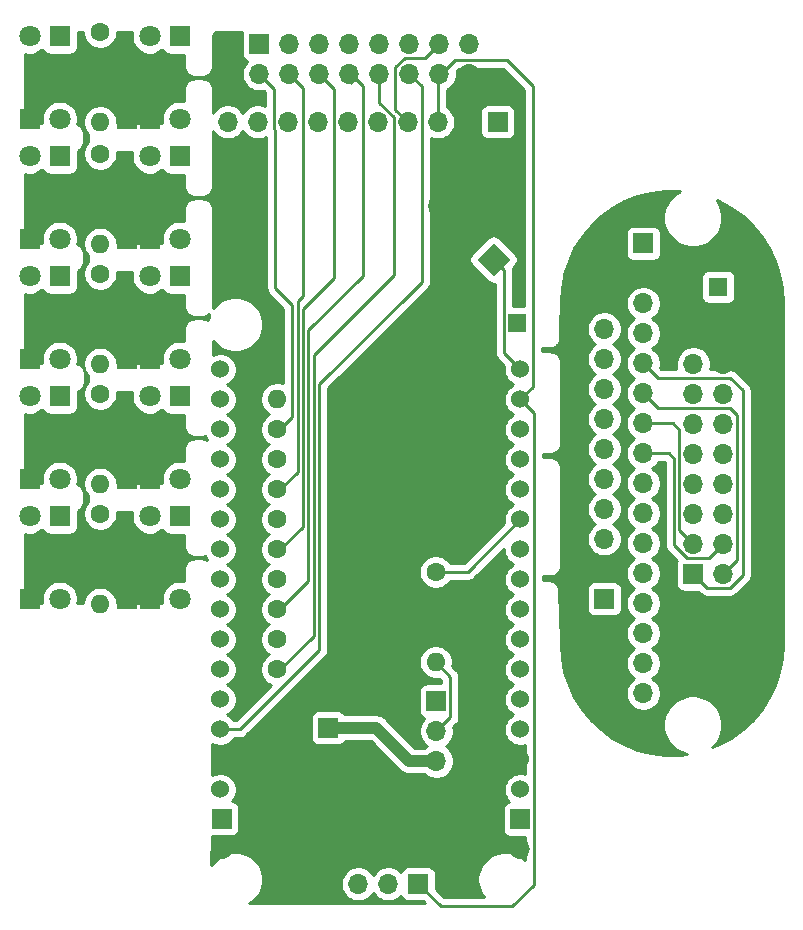
<source format=gbr>
%TF.GenerationSoftware,KiCad,Pcbnew,5.1.9+dfsg1-1*%
%TF.CreationDate,2022-03-08T22:31:30+00:00*%
%TF.ProjectId,guante metaversal,6775616e-7465-4206-9d65-746176657273,rev?*%
%TF.SameCoordinates,Original*%
%TF.FileFunction,Copper,L2,Bot*%
%TF.FilePolarity,Positive*%
%FSLAX46Y46*%
G04 Gerber Fmt 4.6, Leading zero omitted, Abs format (unit mm)*
G04 Created by KiCad (PCBNEW 5.1.9+dfsg1-1) date 2022-03-08 22:31:30*
%MOMM*%
%LPD*%
G01*
G04 APERTURE LIST*
%TA.AperFunction,ComponentPad*%
%ADD10R,1.700000X1.700000*%
%TD*%
%TA.AperFunction,ComponentPad*%
%ADD11O,1.700000X1.700000*%
%TD*%
%TA.AperFunction,ComponentPad*%
%ADD12C,1.600000*%
%TD*%
%TA.AperFunction,ComponentPad*%
%ADD13O,1.600000X1.600000*%
%TD*%
%TA.AperFunction,ComponentPad*%
%ADD14C,1.524000*%
%TD*%
%TA.AperFunction,ComponentPad*%
%ADD15C,1.800000*%
%TD*%
%TA.AperFunction,ComponentPad*%
%ADD16R,1.800000X1.800000*%
%TD*%
%TA.AperFunction,ComponentPad*%
%ADD17C,0.200000*%
%TD*%
%TA.AperFunction,ComponentPad*%
%ADD18C,2.000000*%
%TD*%
%TA.AperFunction,ComponentPad*%
%ADD19R,1.600000X1.600000*%
%TD*%
%TA.AperFunction,Conductor*%
%ADD20C,0.250000*%
%TD*%
%TA.AperFunction,Conductor*%
%ADD21C,1.000000*%
%TD*%
%TA.AperFunction,Conductor*%
%ADD22C,0.254000*%
%TD*%
%TA.AperFunction,Conductor*%
%ADD23C,0.200000*%
%TD*%
G04 APERTURE END LIST*
D10*
%TO.P,U7,13*%
%TO.N,+3V3*%
X173228000Y-125730000D03*
D11*
%TO.P,U7,18*%
%TO.N,GND*%
X173228000Y-123190000D03*
%TO.P,U7,23*%
%TO.N,SCL*%
X173228000Y-120650000D03*
%TO.P,U7,24*%
%TO.N,SDA*%
X173228000Y-118110000D03*
%TO.P,U7,21*%
%TO.N,Net-(U7-Pad21)*%
X173228000Y-115570000D03*
%TO.P,U7,7*%
%TO.N,Net-(U7-Pad7)*%
X173228000Y-113030000D03*
%TO.P,U7,9*%
%TO.N,Net-(U7-Pad9)*%
X173228000Y-110490000D03*
%TO.P,U7,12*%
%TO.N,+3V3*%
X173228000Y-107950000D03*
%TO.P,U7,22*%
%TO.N,Net-(U7-Pad22)*%
X173228000Y-105410000D03*
%TO.P,U7,11*%
%TO.N,Net-(U7-Pad11)*%
X173228000Y-102870000D03*
%TD*%
D12*
%TO.P,R16,1*%
%TO.N,+3V3*%
X130556000Y-118516000D03*
D13*
%TO.P,R16,2*%
%TO.N,Net-(D1-Pad2)*%
X130556000Y-126136000D03*
%TD*%
D12*
%TO.P,R16,1*%
%TO.N,+3V3*%
X130556000Y-108356000D03*
D13*
%TO.P,R16,2*%
%TO.N,Net-(D1-Pad2)*%
X130556000Y-115976000D03*
%TD*%
D12*
%TO.P,R16,1*%
%TO.N,+3V3*%
X130556000Y-98196000D03*
D13*
%TO.P,R16,2*%
%TO.N,Net-(D1-Pad2)*%
X130556000Y-105816000D03*
%TD*%
D12*
%TO.P,R16,1*%
%TO.N,+3V3*%
X130556000Y-88036000D03*
D13*
%TO.P,R16,2*%
%TO.N,Net-(D1-Pad2)*%
X130556000Y-95656000D03*
%TD*%
D11*
%TO.P,J1,16*%
%TO.N,GND*%
X183311800Y-105841800D03*
%TO.P,J1,15*%
%TO.N,+3V3*%
X180771800Y-105841800D03*
%TO.P,J1,14*%
%TO.N,SCL*%
X183311800Y-108381800D03*
%TO.P,J1,13*%
%TO.N,SDA*%
X180771800Y-108381800D03*
%TO.P,J1,12*%
%TO.N,Net-(D21-Pad4)*%
X183311800Y-110921800D03*
%TO.P,J1,11*%
%TO.N,Net-(J1-Pad11)*%
X180771800Y-110921800D03*
%TO.P,J1,10*%
%TO.N,s10*%
X183311800Y-113461800D03*
%TO.P,J1,9*%
%TO.N,s9*%
X180771800Y-113461800D03*
%TO.P,J1,8*%
%TO.N,s8*%
X183311800Y-116001800D03*
%TO.P,J1,7*%
%TO.N,s7*%
X180771800Y-116001800D03*
%TO.P,J1,6*%
%TO.N,s6*%
X183311800Y-118541800D03*
%TO.P,J1,5*%
%TO.N,s5*%
X180771800Y-118541800D03*
%TO.P,J1,4*%
%TO.N,s4*%
X183311800Y-121081800D03*
%TO.P,J1,3*%
%TO.N,s3*%
X180771800Y-121081800D03*
%TO.P,J1,2*%
%TO.N,s2*%
X183311800Y-123621800D03*
D10*
%TO.P,J1,1*%
%TO.N,s1*%
X180771800Y-123621800D03*
%TD*%
D14*
%TO.P,U2,2*%
%TO.N,s1*%
X140716000Y-108839000D03*
%TO.P,U2,3*%
%TO.N,s2*%
X140716000Y-111379000D03*
%TO.P,U2,4*%
%TO.N,s3*%
X140716000Y-113919000D03*
%TO.P,U2,5*%
%TO.N,s4*%
X140716000Y-116459000D03*
%TO.P,U2,6*%
%TO.N,s5*%
X140716000Y-118999000D03*
%TO.P,U2,7*%
%TO.N,s6*%
X140716000Y-121539000D03*
%TO.P,U2,8*%
%TO.N,s7*%
X140716000Y-124079000D03*
%TO.P,U2,9*%
%TO.N,s8*%
X140716000Y-126619000D03*
%TO.P,U2,10*%
%TO.N,s9*%
X140716000Y-129159000D03*
%TO.P,U2,11*%
%TO.N,s10*%
X140716000Y-131699000D03*
%TO.P,U2,12*%
%TO.N,Net-(J1-Pad11)*%
X140716000Y-134239000D03*
%TO.P,U2,13*%
%TO.N,Net-(D21-Pad4)*%
X140716000Y-136779000D03*
%TO.P,U2,14*%
%TO.N,GND*%
X140716000Y-139319000D03*
%TO.P,U2,15*%
%TO.N,vin*%
X140716000Y-141859000D03*
%TO.P,U2,16*%
%TO.N,+3V3*%
X166116000Y-141859000D03*
%TO.P,U2,17*%
%TO.N,GND*%
X166116000Y-139319000D03*
%TO.P,U2,18*%
%TO.N,Net-(U2-Pad18)*%
X166116000Y-136779000D03*
%TO.P,U2,19*%
%TO.N,Net-(U2-Pad19)*%
X166116000Y-134239000D03*
%TO.P,U2,20*%
%TO.N,Net-(U2-Pad20)*%
X166116000Y-131699000D03*
%TO.P,U2,21*%
%TO.N,Net-(U2-Pad21)*%
X166116000Y-129159000D03*
%TO.P,U2,22*%
%TO.N,Net-(U2-Pad22)*%
X166116000Y-126619000D03*
%TO.P,U2,23*%
%TO.N,Net-(U2-Pad23)*%
X166116000Y-124079000D03*
%TO.P,U2,24*%
%TO.N,Net-(U2-Pad24)*%
X166116000Y-121539000D03*
%TO.P,U2,25*%
%TO.N,Net-(R11-Pad1)*%
X166116000Y-118999000D03*
%TO.P,U2,26*%
%TO.N,SDA*%
X166116000Y-116459000D03*
%TO.P,U2,27*%
%TO.N,Net-(U2-Pad27)*%
X166116000Y-113919000D03*
%TO.P,U2,28*%
%TO.N,Net-(U2-Pad28)*%
X166116000Y-111379000D03*
%TO.P,U2,29*%
%TO.N,SCL*%
X166116000Y-108839000D03*
%TO.P,U2,1*%
%TO.N,Net-(U2-Pad1)*%
X140716000Y-106299000D03*
%TO.P,U2,30*%
%TO.N,Net-(BZ1-Pad1)*%
X166116000Y-106299000D03*
%TD*%
D10*
%TO.P,TP2,1*%
%TO.N,GND*%
X132842000Y-95250000D03*
%TD*%
D15*
%TO.P,D3,2*%
%TO.N,Net-(D1-Pad2)*%
X137287000Y-95250000D03*
D16*
%TO.P,D3,1*%
%TO.N,GND*%
X134747000Y-95250000D03*
%TD*%
%TO.P,D1,1*%
%TO.N,GND*%
X124587000Y-95250000D03*
D15*
%TO.P,D1,2*%
%TO.N,Net-(D1-Pad2)*%
X127127000Y-95250000D03*
%TD*%
D10*
%TO.P,TP2,1*%
%TO.N,GND*%
X132842000Y-105410000D03*
%TD*%
D16*
%TO.P,D3,1*%
%TO.N,GND*%
X134747000Y-105410000D03*
D15*
%TO.P,D3,2*%
%TO.N,Net-(D1-Pad2)*%
X137287000Y-105410000D03*
%TD*%
%TO.P,D1,2*%
%TO.N,Net-(D1-Pad2)*%
X127127000Y-105410000D03*
D16*
%TO.P,D1,1*%
%TO.N,GND*%
X124587000Y-105410000D03*
%TD*%
D15*
%TO.P,D2,2*%
%TO.N,+3V3*%
X124587000Y-88265000D03*
D16*
%TO.P,D2,1*%
%TO.N,s10*%
X127127000Y-88265000D03*
%TD*%
%TO.P,D4,1*%
%TO.N,s9*%
X137287000Y-88265000D03*
D15*
%TO.P,D4,2*%
%TO.N,+3V3*%
X134747000Y-88265000D03*
%TD*%
D16*
%TO.P,D2,1*%
%TO.N,s10*%
X127127000Y-98425000D03*
D15*
%TO.P,D2,2*%
%TO.N,+3V3*%
X124587000Y-98425000D03*
%TD*%
%TO.P,D4,2*%
%TO.N,+3V3*%
X134747000Y-98425000D03*
D16*
%TO.P,D4,1*%
%TO.N,s9*%
X137287000Y-98425000D03*
%TD*%
D15*
%TO.P,D4,2*%
%TO.N,+3V3*%
X134747000Y-108585000D03*
D16*
%TO.P,D4,1*%
%TO.N,s9*%
X137287000Y-108585000D03*
%TD*%
%TO.P,D2,1*%
%TO.N,s10*%
X127127000Y-108585000D03*
D15*
%TO.P,D2,2*%
%TO.N,+3V3*%
X124587000Y-108585000D03*
%TD*%
D10*
%TO.P,TP2,1*%
%TO.N,GND*%
X132842000Y-125730000D03*
%TD*%
D15*
%TO.P,D3,2*%
%TO.N,Net-(D1-Pad2)*%
X137287000Y-125730000D03*
D16*
%TO.P,D3,1*%
%TO.N,GND*%
X134747000Y-125730000D03*
%TD*%
%TO.P,D1,1*%
%TO.N,GND*%
X124587000Y-125730000D03*
D15*
%TO.P,D1,2*%
%TO.N,Net-(D1-Pad2)*%
X127127000Y-125730000D03*
%TD*%
%TO.P,D2,2*%
%TO.N,+3V3*%
X124587000Y-118745000D03*
D16*
%TO.P,D2,1*%
%TO.N,s10*%
X127127000Y-118745000D03*
%TD*%
%TO.P,D4,1*%
%TO.N,s9*%
X137287000Y-118745000D03*
D15*
%TO.P,D4,2*%
%TO.N,+3V3*%
X134747000Y-118745000D03*
%TD*%
D16*
%TO.P,D3,1*%
%TO.N,GND*%
X134747000Y-115570000D03*
D15*
%TO.P,D3,2*%
%TO.N,Net-(D1-Pad2)*%
X137287000Y-115570000D03*
%TD*%
D10*
%TO.P,TP2,1*%
%TO.N,GND*%
X132842000Y-115570000D03*
%TD*%
D15*
%TO.P,D1,2*%
%TO.N,Net-(D1-Pad2)*%
X127127000Y-115570000D03*
D16*
%TO.P,D1,1*%
%TO.N,GND*%
X124587000Y-115570000D03*
%TD*%
%TO.P,D2,1*%
%TO.N,s10*%
X127127000Y-78105000D03*
D15*
%TO.P,D2,2*%
%TO.N,+3V3*%
X124587000Y-78105000D03*
%TD*%
%TO.P,D1,2*%
%TO.N,Net-(D1-Pad2)*%
X127127000Y-85090000D03*
D16*
%TO.P,D1,1*%
%TO.N,GND*%
X124587000Y-85090000D03*
%TD*%
%TO.P,D3,1*%
%TO.N,GND*%
X134747000Y-85090000D03*
D15*
%TO.P,D3,2*%
%TO.N,Net-(D1-Pad2)*%
X137287000Y-85090000D03*
%TD*%
%TO.P,D4,2*%
%TO.N,+3V3*%
X134747000Y-78105000D03*
D16*
%TO.P,D4,1*%
%TO.N,s9*%
X137287000Y-78105000D03*
%TD*%
D10*
%TO.P,TP2,1*%
%TO.N,GND*%
X132842000Y-85090000D03*
%TD*%
%TO.P,J3,1*%
%TO.N,+3V3*%
X166116000Y-144399000D03*
D11*
%TO.P,J3,2*%
%TO.N,GND*%
X166116000Y-146939000D03*
%TD*%
%TO.P,J4,2*%
%TO.N,GND*%
X140843000Y-146875500D03*
D10*
%TO.P,J4,1*%
%TO.N,vin*%
X140843000Y-144335500D03*
%TD*%
%TA.AperFunction,ComponentPad*%
D17*
%TO.P,BZ1,1*%
%TO.N,Net-(BZ1-Pad1)*%
G36*
X165263942Y-96996928D02*
G01*
X163849728Y-98411142D01*
X162435514Y-96996928D01*
X163849728Y-95582714D01*
X165263942Y-96996928D01*
G37*
%TD.AperFunction*%
D18*
%TO.P,BZ1,2*%
%TO.N,GND*%
X159359600Y-92506800D03*
%TD*%
D19*
%TO.P,C1,1*%
%TO.N,+3V3*%
X165862000Y-102412800D03*
D12*
%TO.P,C1,2*%
%TO.N,GND*%
X163362000Y-102412800D03*
%TD*%
D10*
%TO.P,J1,1*%
%TO.N,s1*%
X144018000Y-78740000D03*
D11*
%TO.P,J1,2*%
%TO.N,s2*%
X144018000Y-81280000D03*
%TO.P,J1,3*%
%TO.N,s3*%
X146558000Y-78740000D03*
%TO.P,J1,4*%
%TO.N,s4*%
X146558000Y-81280000D03*
%TO.P,J1,5*%
%TO.N,s5*%
X149098000Y-78740000D03*
%TO.P,J1,6*%
%TO.N,s6*%
X149098000Y-81280000D03*
%TO.P,J1,7*%
%TO.N,s7*%
X151638000Y-78740000D03*
%TO.P,J1,8*%
%TO.N,s8*%
X151638000Y-81280000D03*
%TO.P,J1,9*%
%TO.N,s9*%
X154178000Y-78740000D03*
%TO.P,J1,10*%
%TO.N,s10*%
X154178000Y-81280000D03*
%TO.P,J1,11*%
%TO.N,Net-(J1-Pad11)*%
X156718000Y-78740000D03*
%TO.P,J1,12*%
%TO.N,Net-(D21-Pad4)*%
X156718000Y-81280000D03*
%TO.P,J1,13*%
%TO.N,SDA*%
X159258000Y-78740000D03*
%TO.P,J1,14*%
%TO.N,SCL*%
X159258000Y-81280000D03*
%TO.P,J1,15*%
%TO.N,+3V3*%
X161798000Y-78740000D03*
%TO.P,J1,16*%
%TO.N,GND*%
X161798000Y-81280000D03*
%TD*%
D10*
%TO.P,U6,13*%
%TO.N,+3V3*%
X164211000Y-85344000D03*
D11*
%TO.P,U6,18*%
%TO.N,GND*%
X161671000Y-85344000D03*
%TO.P,U6,23*%
%TO.N,SCL*%
X159131000Y-85344000D03*
%TO.P,U6,24*%
%TO.N,SDA*%
X156591000Y-85344000D03*
%TO.P,U6,21*%
%TO.N,Net-(U6-Pad21)*%
X154051000Y-85344000D03*
%TO.P,U6,7*%
%TO.N,Net-(U6-Pad7)*%
X151511000Y-85344000D03*
%TO.P,U6,9*%
%TO.N,Net-(U6-Pad9)*%
X148971000Y-85344000D03*
%TO.P,U6,12*%
%TO.N,Net-(U6-Pad12)*%
X146431000Y-85344000D03*
%TO.P,U6,22*%
%TO.N,Net-(U6-Pad22)*%
X143891000Y-85344000D03*
%TO.P,U6,11*%
%TO.N,Net-(U6-Pad11)*%
X141351000Y-85344000D03*
%TD*%
D10*
%TO.P,J5,1*%
%TO.N,+3V3*%
X176530000Y-95631000D03*
D11*
%TO.P,J5,2*%
%TO.N,GND*%
X176530000Y-98171000D03*
%TO.P,J5,3*%
%TO.N,SDA*%
X176530000Y-100711000D03*
%TO.P,J5,4*%
%TO.N,SCL*%
X176530000Y-103251000D03*
%TO.P,J5,5*%
%TO.N,s1*%
X176530000Y-105791000D03*
%TO.P,J5,6*%
%TO.N,s2*%
X176530000Y-108331000D03*
%TO.P,J5,7*%
%TO.N,s3*%
X176530000Y-110871000D03*
%TO.P,J5,8*%
%TO.N,s4*%
X176530000Y-113411000D03*
%TO.P,J5,9*%
%TO.N,s5*%
X176530000Y-115951000D03*
%TO.P,J5,10*%
%TO.N,s6*%
X176530000Y-118491000D03*
%TO.P,J5,11*%
%TO.N,s7*%
X176530000Y-121031000D03*
%TO.P,J5,12*%
%TO.N,s8*%
X176530000Y-123571000D03*
%TO.P,J5,13*%
%TO.N,s9*%
X176530000Y-126111000D03*
%TO.P,J5,14*%
%TO.N,s10*%
X176530000Y-128651000D03*
%TO.P,J5,15*%
%TO.N,Net-(J1-Pad11)*%
X176530000Y-131191000D03*
%TO.P,J5,16*%
%TO.N,Net-(D21-Pad4)*%
X176530000Y-133731000D03*
%TD*%
D13*
%TO.P,R1,2*%
%TO.N,s1*%
X145542000Y-108826300D03*
D12*
%TO.P,R1,1*%
%TO.N,GND*%
X153162000Y-108826300D03*
%TD*%
%TO.P,R2,1*%
%TO.N,s2*%
X145542000Y-111379000D03*
D13*
%TO.P,R2,2*%
%TO.N,GND*%
X153162000Y-111379000D03*
%TD*%
%TO.P,R3,2*%
%TO.N,GND*%
X153162000Y-113919000D03*
D12*
%TO.P,R3,1*%
%TO.N,s3*%
X145542000Y-113919000D03*
%TD*%
%TO.P,R4,1*%
%TO.N,s4*%
X145542000Y-116459000D03*
D13*
%TO.P,R4,2*%
%TO.N,GND*%
X153162000Y-116459000D03*
%TD*%
D12*
%TO.P,R5,1*%
%TO.N,s5*%
X145542000Y-118999000D03*
D13*
%TO.P,R5,2*%
%TO.N,GND*%
X153162000Y-118999000D03*
%TD*%
%TO.P,R6,2*%
%TO.N,GND*%
X153162000Y-121539000D03*
D12*
%TO.P,R6,1*%
%TO.N,s6*%
X145542000Y-121539000D03*
%TD*%
%TO.P,R7,1*%
%TO.N,s7*%
X145542000Y-124079000D03*
D13*
%TO.P,R7,2*%
%TO.N,GND*%
X153162000Y-124079000D03*
%TD*%
%TO.P,R8,2*%
%TO.N,GND*%
X153162000Y-126619000D03*
D12*
%TO.P,R8,1*%
%TO.N,s8*%
X145542000Y-126619000D03*
%TD*%
%TO.P,R9,1*%
%TO.N,s9*%
X145542000Y-129159000D03*
D13*
%TO.P,R9,2*%
%TO.N,GND*%
X153162000Y-129159000D03*
%TD*%
%TO.P,R10,2*%
%TO.N,GND*%
X153162000Y-131699000D03*
D12*
%TO.P,R10,1*%
%TO.N,s10*%
X145542000Y-131699000D03*
%TD*%
%TO.P,R11,1*%
%TO.N,Net-(R11-Pad1)*%
X158953200Y-123456700D03*
D13*
%TO.P,R11,2*%
%TO.N,Net-(Q1-Pad2)*%
X158953200Y-131076700D03*
%TD*%
%TO.P,R16,2*%
%TO.N,Net-(D1-Pad2)*%
X130556000Y-85344000D03*
D12*
%TO.P,R16,1*%
%TO.N,+3V3*%
X130556000Y-77724000D03*
%TD*%
D19*
%TO.P,C2,1*%
%TO.N,+3V3*%
X182880000Y-99314000D03*
D12*
%TO.P,C2,2*%
%TO.N,GND*%
X185380000Y-99314000D03*
%TD*%
D10*
%TO.P,J6,1*%
%TO.N,SCL*%
X157480000Y-149860000D03*
D11*
%TO.P,J6,2*%
%TO.N,SDA*%
X154940000Y-149860000D03*
%TO.P,J6,3*%
%TO.N,+3V3*%
X152400000Y-149860000D03*
%TO.P,J6,4*%
%TO.N,GND*%
X149860000Y-149860000D03*
%TD*%
D10*
%TO.P,M6,1*%
%TO.N,Net-(M6-Pad1)*%
X149860000Y-136652000D03*
D11*
%TO.P,M6,2*%
%TO.N,GND*%
X149860000Y-139192000D03*
%TD*%
D10*
%TO.P,Q1,1*%
%TO.N,+3V3*%
X159016700Y-134378700D03*
D11*
%TO.P,Q1,2*%
%TO.N,Net-(Q1-Pad2)*%
X159016700Y-136918700D03*
%TO.P,Q1,3*%
%TO.N,Net-(M6-Pad1)*%
X159016700Y-139458700D03*
%TD*%
D20*
%TO.N,Net-(D21-Pad4)*%
X142367000Y-136779000D02*
X149098000Y-130048000D01*
X140716000Y-136779000D02*
X142367000Y-136779000D01*
X149098000Y-130048000D02*
X149098000Y-107569000D01*
X157766001Y-98900999D02*
X157035500Y-99631500D01*
X157766001Y-82328001D02*
X157766001Y-98900999D01*
X156718000Y-81280000D02*
X157766001Y-82328001D01*
X157035500Y-99631500D02*
X149098000Y-107569000D01*
X157772100Y-98894900D02*
X157035500Y-99631500D01*
%TO.N,Net-(Q1-Pad2)*%
X160191701Y-132315201D02*
X158953200Y-131076700D01*
X160191701Y-135743699D02*
X160191701Y-132315201D01*
X159016700Y-136918700D02*
X160191701Y-135743699D01*
%TO.N,Net-(BZ1-Pad1)*%
X164736999Y-97884199D02*
X163849728Y-96996928D01*
X164736999Y-104919999D02*
X164736999Y-97884199D01*
X166116000Y-106299000D02*
X164736999Y-104919999D01*
%TO.N,Net-(R11-Pad1)*%
X161658300Y-123456700D02*
X166116000Y-118999000D01*
X158953200Y-123456700D02*
X161658300Y-123456700D01*
D21*
%TO.N,Net-(M6-Pad1)*%
X159016700Y-139458700D02*
X156730700Y-139458700D01*
X156730700Y-139458700D02*
X153924000Y-136652000D01*
X149860000Y-136652000D02*
X153924000Y-136652000D01*
D20*
%TO.N,SDA*%
X158082999Y-79915001D02*
X159258000Y-78740000D01*
X156343997Y-79915001D02*
X158082999Y-79915001D01*
X155542999Y-80715999D02*
X156343997Y-79915001D01*
X155542999Y-84295999D02*
X155542999Y-80715999D01*
X156591000Y-85344000D02*
X155542999Y-84295999D01*
%TO.N,SCL*%
X160560001Y-80104999D02*
X164969639Y-80104999D01*
X159385000Y-81280000D02*
X160560001Y-80104999D01*
X167203001Y-82338361D02*
X164969639Y-80104999D01*
X167203001Y-107751999D02*
X167203001Y-82338361D01*
X166116000Y-108839000D02*
X167203001Y-107751999D01*
X167291001Y-149923671D02*
X165449672Y-151765000D01*
X167291001Y-110014001D02*
X167291001Y-149923671D01*
X166116000Y-108839000D02*
X167291001Y-110014001D01*
X159385000Y-151765000D02*
X157480000Y-149860000D01*
X165449672Y-151765000D02*
X159385000Y-151765000D01*
X159131000Y-81407000D02*
X159258000Y-81280000D01*
X159131000Y-85344000D02*
X159131000Y-81407000D01*
%TO.N,s10*%
X148621041Y-128873959D02*
X145796000Y-131699000D01*
X148621041Y-105085961D02*
X148621041Y-128873959D01*
X154539501Y-99167501D02*
X148621041Y-105085961D01*
X155415999Y-98291003D02*
X155047501Y-98659501D01*
X155415999Y-84969997D02*
X155415999Y-98291003D01*
X154178000Y-83731998D02*
X155415999Y-84969997D01*
X154178000Y-81280000D02*
X154178000Y-83731998D01*
X155047501Y-98659501D02*
X154539501Y-99167501D01*
X155353001Y-98354001D02*
X155047501Y-98659501D01*
%TO.N,s1*%
X177755801Y-107016801D02*
X176530000Y-105791000D01*
X183875801Y-107016801D02*
X177755801Y-107016801D01*
X184936811Y-108077811D02*
X183875801Y-107016801D01*
X184936811Y-123735791D02*
X184936811Y-108077811D01*
X181946801Y-124796801D02*
X183875801Y-124796801D01*
X183875801Y-124796801D02*
X184936811Y-123735791D01*
X180771800Y-123621800D02*
X181946801Y-124796801D01*
%TO.N,s2*%
X145382999Y-99408999D02*
X145382999Y-86035001D01*
X146821001Y-100847001D02*
X145382999Y-99408999D01*
X146821001Y-110353999D02*
X146821001Y-100847001D01*
X145796000Y-111379000D02*
X146821001Y-110353999D01*
X184486801Y-110167801D02*
X183875801Y-109556801D01*
X184486801Y-122446799D02*
X184486801Y-110167801D01*
X177755801Y-109556801D02*
X176530000Y-108331000D01*
X183875801Y-109556801D02*
X177755801Y-109556801D01*
X183311800Y-123621800D02*
X184486801Y-122446799D01*
X145255999Y-82517999D02*
X144018000Y-81280000D01*
X145255999Y-85908001D02*
X145255999Y-82517999D01*
X145382999Y-86035001D02*
X145255999Y-85908001D01*
%TO.N,s3*%
X179070000Y-110871000D02*
X176530000Y-110871000D01*
X179596799Y-119906799D02*
X179596799Y-111397799D01*
X179596799Y-111397799D02*
X179070000Y-110871000D01*
X180771800Y-121081800D02*
X179596799Y-119906799D01*
%TO.N,s4*%
X145796000Y-116459000D02*
X147271011Y-114983989D01*
X147733001Y-100043999D02*
X147271011Y-100505989D01*
X147271011Y-114983989D02*
X147271011Y-100505989D01*
X147733001Y-95852999D02*
X147733001Y-100043999D01*
X147733001Y-95409001D02*
X147733001Y-95852999D01*
X180207799Y-122256801D02*
X179146789Y-121195791D01*
X182136799Y-122256801D02*
X180207799Y-122256801D01*
X183311800Y-121081800D02*
X182136799Y-122256801D01*
X179146789Y-121195791D02*
X179146789Y-113868789D01*
X178689000Y-113411000D02*
X176530000Y-113411000D01*
X179146789Y-113868789D02*
X178689000Y-113411000D01*
X147733001Y-82455001D02*
X146558000Y-81280000D01*
X147733001Y-95852999D02*
X147733001Y-82455001D01*
%TO.N,s6*%
X150335999Y-82517999D02*
X149098000Y-81280000D01*
X150335999Y-98584001D02*
X150335999Y-82517999D01*
X147721021Y-101198979D02*
X150335999Y-98584001D01*
X147721021Y-119613979D02*
X147721021Y-101198979D01*
X145796000Y-121539000D02*
X147721021Y-119613979D01*
%TO.N,s8*%
X151765000Y-81280000D02*
X151765000Y-82042000D01*
X151765000Y-81280000D02*
X151765000Y-81788000D01*
X148171031Y-124243969D02*
X145796000Y-126619000D01*
X152813001Y-98354001D02*
X148171031Y-102995971D01*
X148171031Y-102995971D02*
X148171031Y-124243969D01*
X152813001Y-82328001D02*
X151765000Y-81280000D01*
X152813001Y-98354001D02*
X152813001Y-82328001D01*
%TD*%
D22*
%TO.N,GND*%
X166443002Y-82653164D02*
X166443001Y-100974728D01*
X165496999Y-100974728D01*
X165496999Y-97921524D01*
X165500675Y-97884199D01*
X165496999Y-97846874D01*
X165496999Y-97846866D01*
X165486002Y-97735213D01*
X165472509Y-97690731D01*
X165715127Y-97448113D01*
X165794479Y-97351422D01*
X165853444Y-97241108D01*
X165889754Y-97121410D01*
X165902014Y-96996928D01*
X165889754Y-96872446D01*
X165853444Y-96752748D01*
X165794479Y-96642434D01*
X165715127Y-96545743D01*
X164300913Y-95131529D01*
X164204222Y-95052177D01*
X164093908Y-94993212D01*
X163974210Y-94956902D01*
X163849728Y-94944642D01*
X163725246Y-94956902D01*
X163605548Y-94993212D01*
X163495234Y-95052177D01*
X163398543Y-95131529D01*
X161984329Y-96545743D01*
X161904977Y-96642434D01*
X161846012Y-96752748D01*
X161809702Y-96872446D01*
X161797442Y-96996928D01*
X161809702Y-97121410D01*
X161846012Y-97241108D01*
X161904977Y-97351422D01*
X161984329Y-97448113D01*
X163398543Y-98862327D01*
X163495234Y-98941679D01*
X163605548Y-99000644D01*
X163725246Y-99036954D01*
X163849728Y-99049214D01*
X163974210Y-99036954D01*
X163977000Y-99036108D01*
X163976999Y-104882676D01*
X163973323Y-104919999D01*
X163976999Y-104957321D01*
X163976999Y-104957331D01*
X163987996Y-105068984D01*
X164029027Y-105204246D01*
X164031453Y-105212245D01*
X164102025Y-105344275D01*
X164120449Y-105366724D01*
X164196998Y-105460000D01*
X164226002Y-105483803D01*
X164749628Y-106007430D01*
X164719000Y-106161408D01*
X164719000Y-106436592D01*
X164772686Y-106706490D01*
X164877995Y-106960727D01*
X165030880Y-107189535D01*
X165225465Y-107384120D01*
X165454273Y-107537005D01*
X165531515Y-107569000D01*
X165454273Y-107600995D01*
X165225465Y-107753880D01*
X165030880Y-107948465D01*
X164877995Y-108177273D01*
X164772686Y-108431510D01*
X164719000Y-108701408D01*
X164719000Y-108976592D01*
X164772686Y-109246490D01*
X164877995Y-109500727D01*
X165030880Y-109729535D01*
X165225465Y-109924120D01*
X165454273Y-110077005D01*
X165531515Y-110109000D01*
X165454273Y-110140995D01*
X165225465Y-110293880D01*
X165030880Y-110488465D01*
X164877995Y-110717273D01*
X164772686Y-110971510D01*
X164719000Y-111241408D01*
X164719000Y-111516592D01*
X164772686Y-111786490D01*
X164877995Y-112040727D01*
X165030880Y-112269535D01*
X165225465Y-112464120D01*
X165454273Y-112617005D01*
X165531515Y-112649000D01*
X165454273Y-112680995D01*
X165225465Y-112833880D01*
X165030880Y-113028465D01*
X164877995Y-113257273D01*
X164772686Y-113511510D01*
X164719000Y-113781408D01*
X164719000Y-114056592D01*
X164772686Y-114326490D01*
X164877995Y-114580727D01*
X165030880Y-114809535D01*
X165225465Y-115004120D01*
X165454273Y-115157005D01*
X165531515Y-115189000D01*
X165454273Y-115220995D01*
X165225465Y-115373880D01*
X165030880Y-115568465D01*
X164877995Y-115797273D01*
X164772686Y-116051510D01*
X164719000Y-116321408D01*
X164719000Y-116596592D01*
X164772686Y-116866490D01*
X164877995Y-117120727D01*
X165030880Y-117349535D01*
X165225465Y-117544120D01*
X165454273Y-117697005D01*
X165531515Y-117729000D01*
X165454273Y-117760995D01*
X165225465Y-117913880D01*
X165030880Y-118108465D01*
X164877995Y-118337273D01*
X164772686Y-118591510D01*
X164719000Y-118861408D01*
X164719000Y-119136592D01*
X164749628Y-119290570D01*
X161343499Y-122696700D01*
X160171243Y-122696700D01*
X160067837Y-122541941D01*
X159867959Y-122342063D01*
X159632927Y-122185020D01*
X159371774Y-122076847D01*
X159094535Y-122021700D01*
X158811865Y-122021700D01*
X158534626Y-122076847D01*
X158273473Y-122185020D01*
X158038441Y-122342063D01*
X157838563Y-122541941D01*
X157681520Y-122776973D01*
X157573347Y-123038126D01*
X157518200Y-123315365D01*
X157518200Y-123598035D01*
X157573347Y-123875274D01*
X157681520Y-124136427D01*
X157838563Y-124371459D01*
X158038441Y-124571337D01*
X158273473Y-124728380D01*
X158534626Y-124836553D01*
X158811865Y-124891700D01*
X159094535Y-124891700D01*
X159371774Y-124836553D01*
X159632927Y-124728380D01*
X159867959Y-124571337D01*
X160067837Y-124371459D01*
X160171243Y-124216700D01*
X161620978Y-124216700D01*
X161658300Y-124220376D01*
X161695622Y-124216700D01*
X161695633Y-124216700D01*
X161807286Y-124205703D01*
X161950547Y-124162246D01*
X162082576Y-124091674D01*
X162198301Y-123996701D01*
X162222104Y-123967697D01*
X164719000Y-121470802D01*
X164719000Y-121676592D01*
X164772686Y-121946490D01*
X164877995Y-122200727D01*
X165030880Y-122429535D01*
X165225465Y-122624120D01*
X165454273Y-122777005D01*
X165531515Y-122809000D01*
X165454273Y-122840995D01*
X165225465Y-122993880D01*
X165030880Y-123188465D01*
X164877995Y-123417273D01*
X164772686Y-123671510D01*
X164719000Y-123941408D01*
X164719000Y-124216592D01*
X164772686Y-124486490D01*
X164877995Y-124740727D01*
X165030880Y-124969535D01*
X165225465Y-125164120D01*
X165454273Y-125317005D01*
X165531515Y-125349000D01*
X165454273Y-125380995D01*
X165225465Y-125533880D01*
X165030880Y-125728465D01*
X164877995Y-125957273D01*
X164772686Y-126211510D01*
X164719000Y-126481408D01*
X164719000Y-126756592D01*
X164772686Y-127026490D01*
X164877995Y-127280727D01*
X165030880Y-127509535D01*
X165225465Y-127704120D01*
X165454273Y-127857005D01*
X165531515Y-127889000D01*
X165454273Y-127920995D01*
X165225465Y-128073880D01*
X165030880Y-128268465D01*
X164877995Y-128497273D01*
X164772686Y-128751510D01*
X164719000Y-129021408D01*
X164719000Y-129296592D01*
X164772686Y-129566490D01*
X164877995Y-129820727D01*
X165030880Y-130049535D01*
X165225465Y-130244120D01*
X165454273Y-130397005D01*
X165531515Y-130429000D01*
X165454273Y-130460995D01*
X165225465Y-130613880D01*
X165030880Y-130808465D01*
X164877995Y-131037273D01*
X164772686Y-131291510D01*
X164719000Y-131561408D01*
X164719000Y-131836592D01*
X164772686Y-132106490D01*
X164877995Y-132360727D01*
X165030880Y-132589535D01*
X165225465Y-132784120D01*
X165454273Y-132937005D01*
X165531515Y-132969000D01*
X165454273Y-133000995D01*
X165225465Y-133153880D01*
X165030880Y-133348465D01*
X164877995Y-133577273D01*
X164772686Y-133831510D01*
X164719000Y-134101408D01*
X164719000Y-134376592D01*
X164772686Y-134646490D01*
X164877995Y-134900727D01*
X165030880Y-135129535D01*
X165225465Y-135324120D01*
X165454273Y-135477005D01*
X165531515Y-135509000D01*
X165454273Y-135540995D01*
X165225465Y-135693880D01*
X165030880Y-135888465D01*
X164877995Y-136117273D01*
X164772686Y-136371510D01*
X164719000Y-136641408D01*
X164719000Y-136916592D01*
X164772686Y-137186490D01*
X164877995Y-137440727D01*
X165030880Y-137669535D01*
X165225465Y-137864120D01*
X165454273Y-138017005D01*
X165708510Y-138122314D01*
X165978408Y-138176000D01*
X166253592Y-138176000D01*
X166523490Y-138122314D01*
X166531002Y-138119203D01*
X166531002Y-140518797D01*
X166523490Y-140515686D01*
X166253592Y-140462000D01*
X165978408Y-140462000D01*
X165708510Y-140515686D01*
X165454273Y-140620995D01*
X165225465Y-140773880D01*
X165030880Y-140968465D01*
X164877995Y-141197273D01*
X164772686Y-141451510D01*
X164719000Y-141721408D01*
X164719000Y-141996592D01*
X164772686Y-142266490D01*
X164877995Y-142520727D01*
X165030880Y-142749535D01*
X165198883Y-142917538D01*
X165141518Y-142923188D01*
X165021820Y-142959498D01*
X164911506Y-143018463D01*
X164814815Y-143097815D01*
X164735463Y-143194506D01*
X164676498Y-143304820D01*
X164640188Y-143424518D01*
X164627928Y-143549000D01*
X164627928Y-145249000D01*
X164640188Y-145373482D01*
X164676498Y-145493180D01*
X164735463Y-145603494D01*
X164814815Y-145700185D01*
X164911506Y-145779537D01*
X165021820Y-145838502D01*
X165141518Y-145874812D01*
X165266000Y-145887072D01*
X166531002Y-145887072D01*
X166531002Y-147834789D01*
X166346657Y-147650444D01*
X165961089Y-147392815D01*
X165532668Y-147215358D01*
X165077860Y-147124891D01*
X164614140Y-147124891D01*
X164159332Y-147215358D01*
X163730911Y-147392815D01*
X163345343Y-147650444D01*
X163017444Y-147978343D01*
X162759815Y-148363911D01*
X162582358Y-148792332D01*
X162491891Y-149247140D01*
X162491891Y-149710860D01*
X162582358Y-150165668D01*
X162759815Y-150594089D01*
X163017444Y-150979657D01*
X163042787Y-151005000D01*
X159699802Y-151005000D01*
X158968072Y-150273271D01*
X158968072Y-149010000D01*
X158955812Y-148885518D01*
X158919502Y-148765820D01*
X158860537Y-148655506D01*
X158781185Y-148558815D01*
X158684494Y-148479463D01*
X158574180Y-148420498D01*
X158454482Y-148384188D01*
X158330000Y-148371928D01*
X156630000Y-148371928D01*
X156505518Y-148384188D01*
X156385820Y-148420498D01*
X156275506Y-148479463D01*
X156178815Y-148558815D01*
X156099463Y-148655506D01*
X156040498Y-148765820D01*
X156018487Y-148838380D01*
X155886632Y-148706525D01*
X155643411Y-148544010D01*
X155373158Y-148432068D01*
X155086260Y-148375000D01*
X154793740Y-148375000D01*
X154506842Y-148432068D01*
X154236589Y-148544010D01*
X153993368Y-148706525D01*
X153786525Y-148913368D01*
X153670000Y-149087760D01*
X153553475Y-148913368D01*
X153346632Y-148706525D01*
X153103411Y-148544010D01*
X152833158Y-148432068D01*
X152546260Y-148375000D01*
X152253740Y-148375000D01*
X151966842Y-148432068D01*
X151696589Y-148544010D01*
X151453368Y-148706525D01*
X151246525Y-148913368D01*
X151084010Y-149156589D01*
X150972068Y-149426842D01*
X150915000Y-149713740D01*
X150915000Y-150006260D01*
X150972068Y-150293158D01*
X151084010Y-150563411D01*
X151246525Y-150806632D01*
X151453368Y-151013475D01*
X151696589Y-151175990D01*
X151966842Y-151287932D01*
X152253740Y-151345000D01*
X152546260Y-151345000D01*
X152833158Y-151287932D01*
X153103411Y-151175990D01*
X153346632Y-151013475D01*
X153553475Y-150806632D01*
X153670000Y-150632240D01*
X153786525Y-150806632D01*
X153993368Y-151013475D01*
X154236589Y-151175990D01*
X154506842Y-151287932D01*
X154793740Y-151345000D01*
X155086260Y-151345000D01*
X155373158Y-151287932D01*
X155643411Y-151175990D01*
X155886632Y-151013475D01*
X156018487Y-150881620D01*
X156040498Y-150954180D01*
X156099463Y-151064494D01*
X156178815Y-151161185D01*
X156275506Y-151240537D01*
X156385820Y-151299502D01*
X156505518Y-151335812D01*
X156630000Y-151348072D01*
X157893271Y-151348072D01*
X158060198Y-151515000D01*
X143176196Y-151515000D01*
X143486657Y-151307556D01*
X143814556Y-150979657D01*
X144072185Y-150594089D01*
X144249642Y-150165668D01*
X144340109Y-149710860D01*
X144340109Y-149247140D01*
X144249642Y-148792332D01*
X144072185Y-148363911D01*
X143814556Y-147978343D01*
X143486657Y-147650444D01*
X143101089Y-147392815D01*
X142672668Y-147215358D01*
X142217860Y-147124891D01*
X141754140Y-147124891D01*
X141299332Y-147215358D01*
X140870911Y-147392815D01*
X140485343Y-147650444D01*
X140157444Y-147978343D01*
X139963012Y-148269330D01*
X139974137Y-145821714D01*
X139993000Y-145823572D01*
X141693000Y-145823572D01*
X141817482Y-145811312D01*
X141937180Y-145775002D01*
X142047494Y-145716037D01*
X142144185Y-145636685D01*
X142223537Y-145539994D01*
X142282502Y-145429680D01*
X142318812Y-145309982D01*
X142331072Y-145185500D01*
X142331072Y-143485500D01*
X142318812Y-143361018D01*
X142282502Y-143241320D01*
X142223537Y-143131006D01*
X142144185Y-143034315D01*
X142047494Y-142954963D01*
X141937180Y-142895998D01*
X141817482Y-142859688D01*
X141702310Y-142848345D01*
X141801120Y-142749535D01*
X141954005Y-142520727D01*
X142059314Y-142266490D01*
X142113000Y-141996592D01*
X142113000Y-141721408D01*
X142059314Y-141451510D01*
X141954005Y-141197273D01*
X141801120Y-140968465D01*
X141606535Y-140773880D01*
X141377727Y-140620995D01*
X141123490Y-140515686D01*
X140853592Y-140462000D01*
X140578408Y-140462000D01*
X140308510Y-140515686D01*
X140054273Y-140620995D01*
X139997605Y-140658860D01*
X140009749Y-137987255D01*
X140054273Y-138017005D01*
X140308510Y-138122314D01*
X140578408Y-138176000D01*
X140853592Y-138176000D01*
X141123490Y-138122314D01*
X141377727Y-138017005D01*
X141606535Y-137864120D01*
X141801120Y-137669535D01*
X141888341Y-137539000D01*
X142329678Y-137539000D01*
X142367000Y-137542676D01*
X142404322Y-137539000D01*
X142404333Y-137539000D01*
X142515986Y-137528003D01*
X142659247Y-137484546D01*
X142791276Y-137413974D01*
X142907001Y-137319001D01*
X142930804Y-137289997D01*
X144418801Y-135802000D01*
X148371928Y-135802000D01*
X148371928Y-137502000D01*
X148384188Y-137626482D01*
X148420498Y-137746180D01*
X148479463Y-137856494D01*
X148558815Y-137953185D01*
X148655506Y-138032537D01*
X148765820Y-138091502D01*
X148885518Y-138127812D01*
X149010000Y-138140072D01*
X150710000Y-138140072D01*
X150834482Y-138127812D01*
X150954180Y-138091502D01*
X151064494Y-138032537D01*
X151161185Y-137953185D01*
X151240537Y-137856494D01*
X151277683Y-137787000D01*
X153453869Y-137787000D01*
X155888709Y-140221841D01*
X155924251Y-140265149D01*
X156097077Y-140406984D01*
X156294253Y-140512376D01*
X156458405Y-140562171D01*
X156508200Y-140577277D01*
X156529193Y-140579344D01*
X156674948Y-140593700D01*
X156674955Y-140593700D01*
X156730699Y-140599190D01*
X156786443Y-140593700D01*
X158051593Y-140593700D01*
X158070068Y-140612175D01*
X158313289Y-140774690D01*
X158583542Y-140886632D01*
X158870440Y-140943700D01*
X159162960Y-140943700D01*
X159449858Y-140886632D01*
X159720111Y-140774690D01*
X159963332Y-140612175D01*
X160170175Y-140405332D01*
X160332690Y-140162111D01*
X160444632Y-139891858D01*
X160501700Y-139604960D01*
X160501700Y-139312440D01*
X160444632Y-139025542D01*
X160332690Y-138755289D01*
X160170175Y-138512068D01*
X159963332Y-138305225D01*
X159788940Y-138188700D01*
X159963332Y-138072175D01*
X160170175Y-137865332D01*
X160332690Y-137622111D01*
X160444632Y-137351858D01*
X160501700Y-137064960D01*
X160501700Y-136772440D01*
X160457910Y-136552292D01*
X160702705Y-136307497D01*
X160731702Y-136283700D01*
X160826675Y-136167975D01*
X160897247Y-136035946D01*
X160940704Y-135892685D01*
X160951701Y-135781032D01*
X160951701Y-135781023D01*
X160955377Y-135743700D01*
X160951701Y-135706377D01*
X160951701Y-132352524D01*
X160955377Y-132315201D01*
X160951701Y-132277878D01*
X160951701Y-132277868D01*
X160940704Y-132166215D01*
X160897247Y-132022954D01*
X160880412Y-131991459D01*
X160826675Y-131890924D01*
X160755500Y-131804198D01*
X160731702Y-131775200D01*
X160702704Y-131751402D01*
X160351888Y-131400586D01*
X160388200Y-131218035D01*
X160388200Y-130935365D01*
X160333053Y-130658126D01*
X160224880Y-130396973D01*
X160067837Y-130161941D01*
X159867959Y-129962063D01*
X159632927Y-129805020D01*
X159371774Y-129696847D01*
X159094535Y-129641700D01*
X158811865Y-129641700D01*
X158534626Y-129696847D01*
X158273473Y-129805020D01*
X158038441Y-129962063D01*
X157838563Y-130161941D01*
X157681520Y-130396973D01*
X157573347Y-130658126D01*
X157518200Y-130935365D01*
X157518200Y-131218035D01*
X157573347Y-131495274D01*
X157681520Y-131756427D01*
X157838563Y-131991459D01*
X158038441Y-132191337D01*
X158273473Y-132348380D01*
X158534626Y-132456553D01*
X158811865Y-132511700D01*
X159094535Y-132511700D01*
X159277086Y-132475388D01*
X159431702Y-132630004D01*
X159431702Y-132890628D01*
X158166700Y-132890628D01*
X158042218Y-132902888D01*
X157922520Y-132939198D01*
X157812206Y-132998163D01*
X157715515Y-133077515D01*
X157636163Y-133174206D01*
X157577198Y-133284520D01*
X157540888Y-133404218D01*
X157528628Y-133528700D01*
X157528628Y-135228700D01*
X157540888Y-135353182D01*
X157577198Y-135472880D01*
X157636163Y-135583194D01*
X157715515Y-135679885D01*
X157812206Y-135759237D01*
X157922520Y-135818202D01*
X157995080Y-135840213D01*
X157863225Y-135972068D01*
X157700710Y-136215289D01*
X157588768Y-136485542D01*
X157531700Y-136772440D01*
X157531700Y-137064960D01*
X157588768Y-137351858D01*
X157700710Y-137622111D01*
X157863225Y-137865332D01*
X158070068Y-138072175D01*
X158244460Y-138188700D01*
X158070068Y-138305225D01*
X158051593Y-138323700D01*
X157200832Y-138323700D01*
X154765996Y-135888865D01*
X154730449Y-135845551D01*
X154557623Y-135703716D01*
X154360447Y-135598324D01*
X154146499Y-135533423D01*
X153979752Y-135517000D01*
X153979751Y-135517000D01*
X153924000Y-135511509D01*
X153868249Y-135517000D01*
X151277683Y-135517000D01*
X151240537Y-135447506D01*
X151161185Y-135350815D01*
X151064494Y-135271463D01*
X150954180Y-135212498D01*
X150834482Y-135176188D01*
X150710000Y-135163928D01*
X149010000Y-135163928D01*
X148885518Y-135176188D01*
X148765820Y-135212498D01*
X148655506Y-135271463D01*
X148558815Y-135350815D01*
X148479463Y-135447506D01*
X148420498Y-135557820D01*
X148384188Y-135677518D01*
X148371928Y-135802000D01*
X144418801Y-135802000D01*
X149609009Y-130611794D01*
X149638001Y-130588001D01*
X149661795Y-130559008D01*
X149661799Y-130559004D01*
X149732973Y-130472277D01*
X149732974Y-130472276D01*
X149803546Y-130340247D01*
X149847003Y-130196986D01*
X149858000Y-130085333D01*
X149858000Y-130085324D01*
X149861676Y-130048001D01*
X149858000Y-130010678D01*
X149858000Y-107883801D01*
X157599299Y-100142503D01*
X157599303Y-100142498D01*
X157734212Y-100007589D01*
X158277009Y-99464794D01*
X158306002Y-99441000D01*
X158329796Y-99412007D01*
X158329800Y-99412003D01*
X158329805Y-99411997D01*
X158335899Y-99405903D01*
X158407074Y-99319176D01*
X158477646Y-99187147D01*
X158521103Y-99043886D01*
X158535776Y-98894900D01*
X158526001Y-98795647D01*
X158526001Y-86700753D01*
X158697842Y-86771932D01*
X158984740Y-86829000D01*
X159277260Y-86829000D01*
X159564158Y-86771932D01*
X159834411Y-86659990D01*
X160077632Y-86497475D01*
X160284475Y-86290632D01*
X160446990Y-86047411D01*
X160558932Y-85777158D01*
X160616000Y-85490260D01*
X160616000Y-85197740D01*
X160558932Y-84910842D01*
X160446990Y-84640589D01*
X160349043Y-84494000D01*
X162722928Y-84494000D01*
X162722928Y-86194000D01*
X162735188Y-86318482D01*
X162771498Y-86438180D01*
X162830463Y-86548494D01*
X162909815Y-86645185D01*
X163006506Y-86724537D01*
X163116820Y-86783502D01*
X163236518Y-86819812D01*
X163361000Y-86832072D01*
X165061000Y-86832072D01*
X165185482Y-86819812D01*
X165305180Y-86783502D01*
X165415494Y-86724537D01*
X165512185Y-86645185D01*
X165591537Y-86548494D01*
X165650502Y-86438180D01*
X165686812Y-86318482D01*
X165699072Y-86194000D01*
X165699072Y-84494000D01*
X165686812Y-84369518D01*
X165650502Y-84249820D01*
X165591537Y-84139506D01*
X165512185Y-84042815D01*
X165415494Y-83963463D01*
X165305180Y-83904498D01*
X165185482Y-83868188D01*
X165061000Y-83855928D01*
X163361000Y-83855928D01*
X163236518Y-83868188D01*
X163116820Y-83904498D01*
X163006506Y-83963463D01*
X162909815Y-84042815D01*
X162830463Y-84139506D01*
X162771498Y-84249820D01*
X162735188Y-84369518D01*
X162722928Y-84494000D01*
X160349043Y-84494000D01*
X160284475Y-84397368D01*
X160077632Y-84190525D01*
X159891000Y-84065822D01*
X159891000Y-82625155D01*
X159961411Y-82595990D01*
X160204632Y-82433475D01*
X160411475Y-82226632D01*
X160573990Y-81983411D01*
X160685932Y-81713158D01*
X160743000Y-81426260D01*
X160743000Y-81133740D01*
X160720280Y-81019521D01*
X160874803Y-80864999D01*
X164654838Y-80864999D01*
X166443002Y-82653164D01*
%TA.AperFunction,Conductor*%
D23*
G36*
X166443002Y-82653164D02*
G01*
X166443001Y-100974728D01*
X165496999Y-100974728D01*
X165496999Y-97921524D01*
X165500675Y-97884199D01*
X165496999Y-97846874D01*
X165496999Y-97846866D01*
X165486002Y-97735213D01*
X165472509Y-97690731D01*
X165715127Y-97448113D01*
X165794479Y-97351422D01*
X165853444Y-97241108D01*
X165889754Y-97121410D01*
X165902014Y-96996928D01*
X165889754Y-96872446D01*
X165853444Y-96752748D01*
X165794479Y-96642434D01*
X165715127Y-96545743D01*
X164300913Y-95131529D01*
X164204222Y-95052177D01*
X164093908Y-94993212D01*
X163974210Y-94956902D01*
X163849728Y-94944642D01*
X163725246Y-94956902D01*
X163605548Y-94993212D01*
X163495234Y-95052177D01*
X163398543Y-95131529D01*
X161984329Y-96545743D01*
X161904977Y-96642434D01*
X161846012Y-96752748D01*
X161809702Y-96872446D01*
X161797442Y-96996928D01*
X161809702Y-97121410D01*
X161846012Y-97241108D01*
X161904977Y-97351422D01*
X161984329Y-97448113D01*
X163398543Y-98862327D01*
X163495234Y-98941679D01*
X163605548Y-99000644D01*
X163725246Y-99036954D01*
X163849728Y-99049214D01*
X163974210Y-99036954D01*
X163977000Y-99036108D01*
X163976999Y-104882676D01*
X163973323Y-104919999D01*
X163976999Y-104957321D01*
X163976999Y-104957331D01*
X163987996Y-105068984D01*
X164029027Y-105204246D01*
X164031453Y-105212245D01*
X164102025Y-105344275D01*
X164120449Y-105366724D01*
X164196998Y-105460000D01*
X164226002Y-105483803D01*
X164749628Y-106007430D01*
X164719000Y-106161408D01*
X164719000Y-106436592D01*
X164772686Y-106706490D01*
X164877995Y-106960727D01*
X165030880Y-107189535D01*
X165225465Y-107384120D01*
X165454273Y-107537005D01*
X165531515Y-107569000D01*
X165454273Y-107600995D01*
X165225465Y-107753880D01*
X165030880Y-107948465D01*
X164877995Y-108177273D01*
X164772686Y-108431510D01*
X164719000Y-108701408D01*
X164719000Y-108976592D01*
X164772686Y-109246490D01*
X164877995Y-109500727D01*
X165030880Y-109729535D01*
X165225465Y-109924120D01*
X165454273Y-110077005D01*
X165531515Y-110109000D01*
X165454273Y-110140995D01*
X165225465Y-110293880D01*
X165030880Y-110488465D01*
X164877995Y-110717273D01*
X164772686Y-110971510D01*
X164719000Y-111241408D01*
X164719000Y-111516592D01*
X164772686Y-111786490D01*
X164877995Y-112040727D01*
X165030880Y-112269535D01*
X165225465Y-112464120D01*
X165454273Y-112617005D01*
X165531515Y-112649000D01*
X165454273Y-112680995D01*
X165225465Y-112833880D01*
X165030880Y-113028465D01*
X164877995Y-113257273D01*
X164772686Y-113511510D01*
X164719000Y-113781408D01*
X164719000Y-114056592D01*
X164772686Y-114326490D01*
X164877995Y-114580727D01*
X165030880Y-114809535D01*
X165225465Y-115004120D01*
X165454273Y-115157005D01*
X165531515Y-115189000D01*
X165454273Y-115220995D01*
X165225465Y-115373880D01*
X165030880Y-115568465D01*
X164877995Y-115797273D01*
X164772686Y-116051510D01*
X164719000Y-116321408D01*
X164719000Y-116596592D01*
X164772686Y-116866490D01*
X164877995Y-117120727D01*
X165030880Y-117349535D01*
X165225465Y-117544120D01*
X165454273Y-117697005D01*
X165531515Y-117729000D01*
X165454273Y-117760995D01*
X165225465Y-117913880D01*
X165030880Y-118108465D01*
X164877995Y-118337273D01*
X164772686Y-118591510D01*
X164719000Y-118861408D01*
X164719000Y-119136592D01*
X164749628Y-119290570D01*
X161343499Y-122696700D01*
X160171243Y-122696700D01*
X160067837Y-122541941D01*
X159867959Y-122342063D01*
X159632927Y-122185020D01*
X159371774Y-122076847D01*
X159094535Y-122021700D01*
X158811865Y-122021700D01*
X158534626Y-122076847D01*
X158273473Y-122185020D01*
X158038441Y-122342063D01*
X157838563Y-122541941D01*
X157681520Y-122776973D01*
X157573347Y-123038126D01*
X157518200Y-123315365D01*
X157518200Y-123598035D01*
X157573347Y-123875274D01*
X157681520Y-124136427D01*
X157838563Y-124371459D01*
X158038441Y-124571337D01*
X158273473Y-124728380D01*
X158534626Y-124836553D01*
X158811865Y-124891700D01*
X159094535Y-124891700D01*
X159371774Y-124836553D01*
X159632927Y-124728380D01*
X159867959Y-124571337D01*
X160067837Y-124371459D01*
X160171243Y-124216700D01*
X161620978Y-124216700D01*
X161658300Y-124220376D01*
X161695622Y-124216700D01*
X161695633Y-124216700D01*
X161807286Y-124205703D01*
X161950547Y-124162246D01*
X162082576Y-124091674D01*
X162198301Y-123996701D01*
X162222104Y-123967697D01*
X164719000Y-121470802D01*
X164719000Y-121676592D01*
X164772686Y-121946490D01*
X164877995Y-122200727D01*
X165030880Y-122429535D01*
X165225465Y-122624120D01*
X165454273Y-122777005D01*
X165531515Y-122809000D01*
X165454273Y-122840995D01*
X165225465Y-122993880D01*
X165030880Y-123188465D01*
X164877995Y-123417273D01*
X164772686Y-123671510D01*
X164719000Y-123941408D01*
X164719000Y-124216592D01*
X164772686Y-124486490D01*
X164877995Y-124740727D01*
X165030880Y-124969535D01*
X165225465Y-125164120D01*
X165454273Y-125317005D01*
X165531515Y-125349000D01*
X165454273Y-125380995D01*
X165225465Y-125533880D01*
X165030880Y-125728465D01*
X164877995Y-125957273D01*
X164772686Y-126211510D01*
X164719000Y-126481408D01*
X164719000Y-126756592D01*
X164772686Y-127026490D01*
X164877995Y-127280727D01*
X165030880Y-127509535D01*
X165225465Y-127704120D01*
X165454273Y-127857005D01*
X165531515Y-127889000D01*
X165454273Y-127920995D01*
X165225465Y-128073880D01*
X165030880Y-128268465D01*
X164877995Y-128497273D01*
X164772686Y-128751510D01*
X164719000Y-129021408D01*
X164719000Y-129296592D01*
X164772686Y-129566490D01*
X164877995Y-129820727D01*
X165030880Y-130049535D01*
X165225465Y-130244120D01*
X165454273Y-130397005D01*
X165531515Y-130429000D01*
X165454273Y-130460995D01*
X165225465Y-130613880D01*
X165030880Y-130808465D01*
X164877995Y-131037273D01*
X164772686Y-131291510D01*
X164719000Y-131561408D01*
X164719000Y-131836592D01*
X164772686Y-132106490D01*
X164877995Y-132360727D01*
X165030880Y-132589535D01*
X165225465Y-132784120D01*
X165454273Y-132937005D01*
X165531515Y-132969000D01*
X165454273Y-133000995D01*
X165225465Y-133153880D01*
X165030880Y-133348465D01*
X164877995Y-133577273D01*
X164772686Y-133831510D01*
X164719000Y-134101408D01*
X164719000Y-134376592D01*
X164772686Y-134646490D01*
X164877995Y-134900727D01*
X165030880Y-135129535D01*
X165225465Y-135324120D01*
X165454273Y-135477005D01*
X165531515Y-135509000D01*
X165454273Y-135540995D01*
X165225465Y-135693880D01*
X165030880Y-135888465D01*
X164877995Y-136117273D01*
X164772686Y-136371510D01*
X164719000Y-136641408D01*
X164719000Y-136916592D01*
X164772686Y-137186490D01*
X164877995Y-137440727D01*
X165030880Y-137669535D01*
X165225465Y-137864120D01*
X165454273Y-138017005D01*
X165708510Y-138122314D01*
X165978408Y-138176000D01*
X166253592Y-138176000D01*
X166523490Y-138122314D01*
X166531002Y-138119203D01*
X166531002Y-140518797D01*
X166523490Y-140515686D01*
X166253592Y-140462000D01*
X165978408Y-140462000D01*
X165708510Y-140515686D01*
X165454273Y-140620995D01*
X165225465Y-140773880D01*
X165030880Y-140968465D01*
X164877995Y-141197273D01*
X164772686Y-141451510D01*
X164719000Y-141721408D01*
X164719000Y-141996592D01*
X164772686Y-142266490D01*
X164877995Y-142520727D01*
X165030880Y-142749535D01*
X165198883Y-142917538D01*
X165141518Y-142923188D01*
X165021820Y-142959498D01*
X164911506Y-143018463D01*
X164814815Y-143097815D01*
X164735463Y-143194506D01*
X164676498Y-143304820D01*
X164640188Y-143424518D01*
X164627928Y-143549000D01*
X164627928Y-145249000D01*
X164640188Y-145373482D01*
X164676498Y-145493180D01*
X164735463Y-145603494D01*
X164814815Y-145700185D01*
X164911506Y-145779537D01*
X165021820Y-145838502D01*
X165141518Y-145874812D01*
X165266000Y-145887072D01*
X166531002Y-145887072D01*
X166531002Y-147834789D01*
X166346657Y-147650444D01*
X165961089Y-147392815D01*
X165532668Y-147215358D01*
X165077860Y-147124891D01*
X164614140Y-147124891D01*
X164159332Y-147215358D01*
X163730911Y-147392815D01*
X163345343Y-147650444D01*
X163017444Y-147978343D01*
X162759815Y-148363911D01*
X162582358Y-148792332D01*
X162491891Y-149247140D01*
X162491891Y-149710860D01*
X162582358Y-150165668D01*
X162759815Y-150594089D01*
X163017444Y-150979657D01*
X163042787Y-151005000D01*
X159699802Y-151005000D01*
X158968072Y-150273271D01*
X158968072Y-149010000D01*
X158955812Y-148885518D01*
X158919502Y-148765820D01*
X158860537Y-148655506D01*
X158781185Y-148558815D01*
X158684494Y-148479463D01*
X158574180Y-148420498D01*
X158454482Y-148384188D01*
X158330000Y-148371928D01*
X156630000Y-148371928D01*
X156505518Y-148384188D01*
X156385820Y-148420498D01*
X156275506Y-148479463D01*
X156178815Y-148558815D01*
X156099463Y-148655506D01*
X156040498Y-148765820D01*
X156018487Y-148838380D01*
X155886632Y-148706525D01*
X155643411Y-148544010D01*
X155373158Y-148432068D01*
X155086260Y-148375000D01*
X154793740Y-148375000D01*
X154506842Y-148432068D01*
X154236589Y-148544010D01*
X153993368Y-148706525D01*
X153786525Y-148913368D01*
X153670000Y-149087760D01*
X153553475Y-148913368D01*
X153346632Y-148706525D01*
X153103411Y-148544010D01*
X152833158Y-148432068D01*
X152546260Y-148375000D01*
X152253740Y-148375000D01*
X151966842Y-148432068D01*
X151696589Y-148544010D01*
X151453368Y-148706525D01*
X151246525Y-148913368D01*
X151084010Y-149156589D01*
X150972068Y-149426842D01*
X150915000Y-149713740D01*
X150915000Y-150006260D01*
X150972068Y-150293158D01*
X151084010Y-150563411D01*
X151246525Y-150806632D01*
X151453368Y-151013475D01*
X151696589Y-151175990D01*
X151966842Y-151287932D01*
X152253740Y-151345000D01*
X152546260Y-151345000D01*
X152833158Y-151287932D01*
X153103411Y-151175990D01*
X153346632Y-151013475D01*
X153553475Y-150806632D01*
X153670000Y-150632240D01*
X153786525Y-150806632D01*
X153993368Y-151013475D01*
X154236589Y-151175990D01*
X154506842Y-151287932D01*
X154793740Y-151345000D01*
X155086260Y-151345000D01*
X155373158Y-151287932D01*
X155643411Y-151175990D01*
X155886632Y-151013475D01*
X156018487Y-150881620D01*
X156040498Y-150954180D01*
X156099463Y-151064494D01*
X156178815Y-151161185D01*
X156275506Y-151240537D01*
X156385820Y-151299502D01*
X156505518Y-151335812D01*
X156630000Y-151348072D01*
X157893271Y-151348072D01*
X158060198Y-151515000D01*
X143176196Y-151515000D01*
X143486657Y-151307556D01*
X143814556Y-150979657D01*
X144072185Y-150594089D01*
X144249642Y-150165668D01*
X144340109Y-149710860D01*
X144340109Y-149247140D01*
X144249642Y-148792332D01*
X144072185Y-148363911D01*
X143814556Y-147978343D01*
X143486657Y-147650444D01*
X143101089Y-147392815D01*
X142672668Y-147215358D01*
X142217860Y-147124891D01*
X141754140Y-147124891D01*
X141299332Y-147215358D01*
X140870911Y-147392815D01*
X140485343Y-147650444D01*
X140157444Y-147978343D01*
X139963012Y-148269330D01*
X139974137Y-145821714D01*
X139993000Y-145823572D01*
X141693000Y-145823572D01*
X141817482Y-145811312D01*
X141937180Y-145775002D01*
X142047494Y-145716037D01*
X142144185Y-145636685D01*
X142223537Y-145539994D01*
X142282502Y-145429680D01*
X142318812Y-145309982D01*
X142331072Y-145185500D01*
X142331072Y-143485500D01*
X142318812Y-143361018D01*
X142282502Y-143241320D01*
X142223537Y-143131006D01*
X142144185Y-143034315D01*
X142047494Y-142954963D01*
X141937180Y-142895998D01*
X141817482Y-142859688D01*
X141702310Y-142848345D01*
X141801120Y-142749535D01*
X141954005Y-142520727D01*
X142059314Y-142266490D01*
X142113000Y-141996592D01*
X142113000Y-141721408D01*
X142059314Y-141451510D01*
X141954005Y-141197273D01*
X141801120Y-140968465D01*
X141606535Y-140773880D01*
X141377727Y-140620995D01*
X141123490Y-140515686D01*
X140853592Y-140462000D01*
X140578408Y-140462000D01*
X140308510Y-140515686D01*
X140054273Y-140620995D01*
X139997605Y-140658860D01*
X140009749Y-137987255D01*
X140054273Y-138017005D01*
X140308510Y-138122314D01*
X140578408Y-138176000D01*
X140853592Y-138176000D01*
X141123490Y-138122314D01*
X141377727Y-138017005D01*
X141606535Y-137864120D01*
X141801120Y-137669535D01*
X141888341Y-137539000D01*
X142329678Y-137539000D01*
X142367000Y-137542676D01*
X142404322Y-137539000D01*
X142404333Y-137539000D01*
X142515986Y-137528003D01*
X142659247Y-137484546D01*
X142791276Y-137413974D01*
X142907001Y-137319001D01*
X142930804Y-137289997D01*
X144418801Y-135802000D01*
X148371928Y-135802000D01*
X148371928Y-137502000D01*
X148384188Y-137626482D01*
X148420498Y-137746180D01*
X148479463Y-137856494D01*
X148558815Y-137953185D01*
X148655506Y-138032537D01*
X148765820Y-138091502D01*
X148885518Y-138127812D01*
X149010000Y-138140072D01*
X150710000Y-138140072D01*
X150834482Y-138127812D01*
X150954180Y-138091502D01*
X151064494Y-138032537D01*
X151161185Y-137953185D01*
X151240537Y-137856494D01*
X151277683Y-137787000D01*
X153453869Y-137787000D01*
X155888709Y-140221841D01*
X155924251Y-140265149D01*
X156097077Y-140406984D01*
X156294253Y-140512376D01*
X156458405Y-140562171D01*
X156508200Y-140577277D01*
X156529193Y-140579344D01*
X156674948Y-140593700D01*
X156674955Y-140593700D01*
X156730699Y-140599190D01*
X156786443Y-140593700D01*
X158051593Y-140593700D01*
X158070068Y-140612175D01*
X158313289Y-140774690D01*
X158583542Y-140886632D01*
X158870440Y-140943700D01*
X159162960Y-140943700D01*
X159449858Y-140886632D01*
X159720111Y-140774690D01*
X159963332Y-140612175D01*
X160170175Y-140405332D01*
X160332690Y-140162111D01*
X160444632Y-139891858D01*
X160501700Y-139604960D01*
X160501700Y-139312440D01*
X160444632Y-139025542D01*
X160332690Y-138755289D01*
X160170175Y-138512068D01*
X159963332Y-138305225D01*
X159788940Y-138188700D01*
X159963332Y-138072175D01*
X160170175Y-137865332D01*
X160332690Y-137622111D01*
X160444632Y-137351858D01*
X160501700Y-137064960D01*
X160501700Y-136772440D01*
X160457910Y-136552292D01*
X160702705Y-136307497D01*
X160731702Y-136283700D01*
X160826675Y-136167975D01*
X160897247Y-136035946D01*
X160940704Y-135892685D01*
X160951701Y-135781032D01*
X160951701Y-135781023D01*
X160955377Y-135743700D01*
X160951701Y-135706377D01*
X160951701Y-132352524D01*
X160955377Y-132315201D01*
X160951701Y-132277878D01*
X160951701Y-132277868D01*
X160940704Y-132166215D01*
X160897247Y-132022954D01*
X160880412Y-131991459D01*
X160826675Y-131890924D01*
X160755500Y-131804198D01*
X160731702Y-131775200D01*
X160702704Y-131751402D01*
X160351888Y-131400586D01*
X160388200Y-131218035D01*
X160388200Y-130935365D01*
X160333053Y-130658126D01*
X160224880Y-130396973D01*
X160067837Y-130161941D01*
X159867959Y-129962063D01*
X159632927Y-129805020D01*
X159371774Y-129696847D01*
X159094535Y-129641700D01*
X158811865Y-129641700D01*
X158534626Y-129696847D01*
X158273473Y-129805020D01*
X158038441Y-129962063D01*
X157838563Y-130161941D01*
X157681520Y-130396973D01*
X157573347Y-130658126D01*
X157518200Y-130935365D01*
X157518200Y-131218035D01*
X157573347Y-131495274D01*
X157681520Y-131756427D01*
X157838563Y-131991459D01*
X158038441Y-132191337D01*
X158273473Y-132348380D01*
X158534626Y-132456553D01*
X158811865Y-132511700D01*
X159094535Y-132511700D01*
X159277086Y-132475388D01*
X159431702Y-132630004D01*
X159431702Y-132890628D01*
X158166700Y-132890628D01*
X158042218Y-132902888D01*
X157922520Y-132939198D01*
X157812206Y-132998163D01*
X157715515Y-133077515D01*
X157636163Y-133174206D01*
X157577198Y-133284520D01*
X157540888Y-133404218D01*
X157528628Y-133528700D01*
X157528628Y-135228700D01*
X157540888Y-135353182D01*
X157577198Y-135472880D01*
X157636163Y-135583194D01*
X157715515Y-135679885D01*
X157812206Y-135759237D01*
X157922520Y-135818202D01*
X157995080Y-135840213D01*
X157863225Y-135972068D01*
X157700710Y-136215289D01*
X157588768Y-136485542D01*
X157531700Y-136772440D01*
X157531700Y-137064960D01*
X157588768Y-137351858D01*
X157700710Y-137622111D01*
X157863225Y-137865332D01*
X158070068Y-138072175D01*
X158244460Y-138188700D01*
X158070068Y-138305225D01*
X158051593Y-138323700D01*
X157200832Y-138323700D01*
X154765996Y-135888865D01*
X154730449Y-135845551D01*
X154557623Y-135703716D01*
X154360447Y-135598324D01*
X154146499Y-135533423D01*
X153979752Y-135517000D01*
X153979751Y-135517000D01*
X153924000Y-135511509D01*
X153868249Y-135517000D01*
X151277683Y-135517000D01*
X151240537Y-135447506D01*
X151161185Y-135350815D01*
X151064494Y-135271463D01*
X150954180Y-135212498D01*
X150834482Y-135176188D01*
X150710000Y-135163928D01*
X149010000Y-135163928D01*
X148885518Y-135176188D01*
X148765820Y-135212498D01*
X148655506Y-135271463D01*
X148558815Y-135350815D01*
X148479463Y-135447506D01*
X148420498Y-135557820D01*
X148384188Y-135677518D01*
X148371928Y-135802000D01*
X144418801Y-135802000D01*
X149609009Y-130611794D01*
X149638001Y-130588001D01*
X149661795Y-130559008D01*
X149661799Y-130559004D01*
X149732973Y-130472277D01*
X149732974Y-130472276D01*
X149803546Y-130340247D01*
X149847003Y-130196986D01*
X149858000Y-130085333D01*
X149858000Y-130085324D01*
X149861676Y-130048001D01*
X149858000Y-130010678D01*
X149858000Y-107883801D01*
X157599299Y-100142503D01*
X157599303Y-100142498D01*
X157734212Y-100007589D01*
X158277009Y-99464794D01*
X158306002Y-99441000D01*
X158329796Y-99412007D01*
X158329800Y-99412003D01*
X158329805Y-99411997D01*
X158335899Y-99405903D01*
X158407074Y-99319176D01*
X158477646Y-99187147D01*
X158521103Y-99043886D01*
X158535776Y-98894900D01*
X158526001Y-98795647D01*
X158526001Y-86700753D01*
X158697842Y-86771932D01*
X158984740Y-86829000D01*
X159277260Y-86829000D01*
X159564158Y-86771932D01*
X159834411Y-86659990D01*
X160077632Y-86497475D01*
X160284475Y-86290632D01*
X160446990Y-86047411D01*
X160558932Y-85777158D01*
X160616000Y-85490260D01*
X160616000Y-85197740D01*
X160558932Y-84910842D01*
X160446990Y-84640589D01*
X160349043Y-84494000D01*
X162722928Y-84494000D01*
X162722928Y-86194000D01*
X162735188Y-86318482D01*
X162771498Y-86438180D01*
X162830463Y-86548494D01*
X162909815Y-86645185D01*
X163006506Y-86724537D01*
X163116820Y-86783502D01*
X163236518Y-86819812D01*
X163361000Y-86832072D01*
X165061000Y-86832072D01*
X165185482Y-86819812D01*
X165305180Y-86783502D01*
X165415494Y-86724537D01*
X165512185Y-86645185D01*
X165591537Y-86548494D01*
X165650502Y-86438180D01*
X165686812Y-86318482D01*
X165699072Y-86194000D01*
X165699072Y-84494000D01*
X165686812Y-84369518D01*
X165650502Y-84249820D01*
X165591537Y-84139506D01*
X165512185Y-84042815D01*
X165415494Y-83963463D01*
X165305180Y-83904498D01*
X165185482Y-83868188D01*
X165061000Y-83855928D01*
X163361000Y-83855928D01*
X163236518Y-83868188D01*
X163116820Y-83904498D01*
X163006506Y-83963463D01*
X162909815Y-84042815D01*
X162830463Y-84139506D01*
X162771498Y-84249820D01*
X162735188Y-84369518D01*
X162722928Y-84494000D01*
X160349043Y-84494000D01*
X160284475Y-84397368D01*
X160077632Y-84190525D01*
X159891000Y-84065822D01*
X159891000Y-82625155D01*
X159961411Y-82595990D01*
X160204632Y-82433475D01*
X160411475Y-82226632D01*
X160573990Y-81983411D01*
X160685932Y-81713158D01*
X160743000Y-81426260D01*
X160743000Y-81133740D01*
X160720280Y-81019521D01*
X160874803Y-80864999D01*
X164654838Y-80864999D01*
X166443002Y-82653164D01*
G37*
%TD.AperFunction*%
D22*
X179615575Y-91209545D02*
X179540151Y-91240787D01*
X179131845Y-91513609D01*
X178784609Y-91860845D01*
X178511787Y-92269151D01*
X178323864Y-92722837D01*
X178228062Y-93204467D01*
X178228062Y-93695533D01*
X178323864Y-94177163D01*
X178511787Y-94630849D01*
X178784609Y-95039155D01*
X179131845Y-95386391D01*
X179540151Y-95659213D01*
X179993837Y-95847136D01*
X180475467Y-95942938D01*
X180966533Y-95942938D01*
X181448163Y-95847136D01*
X181901849Y-95659213D01*
X182310155Y-95386391D01*
X182657391Y-95039155D01*
X182930213Y-94630849D01*
X183118136Y-94177163D01*
X183213938Y-93695533D01*
X183213938Y-93204467D01*
X183118136Y-92722837D01*
X182930213Y-92269151D01*
X182748376Y-91997014D01*
X182946767Y-92075562D01*
X183981583Y-92644458D01*
X184936945Y-93338569D01*
X185797774Y-94146940D01*
X186550497Y-95056826D01*
X187183248Y-96053883D01*
X187686047Y-97122385D01*
X188050960Y-98245473D01*
X188272236Y-99405438D01*
X188347791Y-100606355D01*
X188345535Y-100789139D01*
X188344996Y-100794620D01*
X188348132Y-129512227D01*
X188272236Y-130718563D01*
X188050960Y-131878526D01*
X187686046Y-133001616D01*
X187183250Y-134070115D01*
X186550500Y-135067169D01*
X185797772Y-135977061D01*
X184936944Y-136785432D01*
X183981583Y-137479543D01*
X182946760Y-138048440D01*
X182366276Y-138278270D01*
X182657391Y-137987155D01*
X182930213Y-137578849D01*
X183118136Y-137125163D01*
X183213938Y-136643533D01*
X183213938Y-136152467D01*
X183118136Y-135670837D01*
X182930213Y-135217151D01*
X182657391Y-134808845D01*
X182310155Y-134461609D01*
X181901849Y-134188787D01*
X181448163Y-134000864D01*
X180966533Y-133905062D01*
X180475467Y-133905062D01*
X179993837Y-134000864D01*
X179540151Y-134188787D01*
X179131845Y-134461609D01*
X178784609Y-134808845D01*
X178511787Y-135217151D01*
X178323864Y-135670837D01*
X178228062Y-136152467D01*
X178228062Y-136643533D01*
X178323864Y-137125163D01*
X178511787Y-137578849D01*
X178784609Y-137987155D01*
X179131845Y-138334391D01*
X179540151Y-138607213D01*
X179993837Y-138795136D01*
X180213773Y-138838884D01*
X179533439Y-138924830D01*
X178352553Y-138924830D01*
X177180982Y-138776826D01*
X176037193Y-138483151D01*
X174939236Y-138048438D01*
X173904410Y-137479538D01*
X172949058Y-136785435D01*
X172088223Y-135977055D01*
X171335501Y-135067170D01*
X170702749Y-134070113D01*
X170199954Y-133001617D01*
X169835038Y-131878524D01*
X169613764Y-130718561D01*
X169538209Y-129517644D01*
X169540627Y-129321690D01*
X169541903Y-129303050D01*
X169415298Y-125061798D01*
X169418282Y-125031500D01*
X169412702Y-124974848D01*
X169412308Y-124961637D01*
X169408446Y-124931636D01*
X169403361Y-124880000D01*
X171739928Y-124880000D01*
X171739928Y-126580000D01*
X171752188Y-126704482D01*
X171788498Y-126824180D01*
X171847463Y-126934494D01*
X171926815Y-127031185D01*
X172023506Y-127110537D01*
X172133820Y-127169502D01*
X172253518Y-127205812D01*
X172378000Y-127218072D01*
X174078000Y-127218072D01*
X174202482Y-127205812D01*
X174322180Y-127169502D01*
X174432494Y-127110537D01*
X174529185Y-127031185D01*
X174608537Y-126934494D01*
X174667502Y-126824180D01*
X174703812Y-126704482D01*
X174716072Y-126580000D01*
X174716072Y-124880000D01*
X174703812Y-124755518D01*
X174667502Y-124635820D01*
X174608537Y-124525506D01*
X174529185Y-124428815D01*
X174432494Y-124349463D01*
X174322180Y-124290498D01*
X174202482Y-124254188D01*
X174078000Y-124241928D01*
X172378000Y-124241928D01*
X172253518Y-124254188D01*
X172133820Y-124290498D01*
X172023506Y-124349463D01*
X171926815Y-124428815D01*
X171847463Y-124525506D01*
X171788498Y-124635820D01*
X171752188Y-124755518D01*
X171739928Y-124880000D01*
X169403361Y-124880000D01*
X169401195Y-124858010D01*
X169397329Y-124845267D01*
X169395630Y-124832064D01*
X169372061Y-124761969D01*
X169350589Y-124691187D01*
X169344312Y-124679443D01*
X169340069Y-124666825D01*
X169303283Y-124602683D01*
X169268411Y-124537441D01*
X169259963Y-124527147D01*
X169253340Y-124515599D01*
X169204745Y-124459865D01*
X169157817Y-124402683D01*
X169147521Y-124394233D01*
X169138774Y-124384201D01*
X169080251Y-124339026D01*
X169023059Y-124292089D01*
X169011313Y-124285811D01*
X169000776Y-124277677D01*
X168934551Y-124244781D01*
X168869313Y-124209911D01*
X168856569Y-124206045D01*
X168844647Y-124200123D01*
X168773279Y-124180779D01*
X168702490Y-124159305D01*
X168689237Y-124158000D01*
X168676388Y-124154517D01*
X168602607Y-124149467D01*
X168572477Y-124146500D01*
X168559247Y-124146500D01*
X168502467Y-124142614D01*
X168472277Y-124146500D01*
X168051001Y-124146500D01*
X168051001Y-123821000D01*
X168612524Y-123821000D01*
X168656000Y-123825282D01*
X168721642Y-123818817D01*
X168829490Y-123808195D01*
X168996313Y-123757589D01*
X169150059Y-123675411D01*
X169284817Y-123564817D01*
X169395411Y-123430059D01*
X169477589Y-123276313D01*
X169528195Y-123109490D01*
X169537324Y-123016801D01*
X169541000Y-122979477D01*
X169541000Y-122979476D01*
X169545282Y-122936000D01*
X169541000Y-122892523D01*
X169541000Y-114660977D01*
X169545282Y-114617500D01*
X169528195Y-114444010D01*
X169477589Y-114277187D01*
X169395411Y-114123441D01*
X169284817Y-113988683D01*
X169150059Y-113878089D01*
X168996313Y-113795911D01*
X168829490Y-113745305D01*
X168699477Y-113732500D01*
X168699476Y-113732500D01*
X168656000Y-113728218D01*
X168612523Y-113732500D01*
X168051001Y-113732500D01*
X168051001Y-113470500D01*
X168612524Y-113470500D01*
X168656000Y-113474782D01*
X168774023Y-113463158D01*
X168829490Y-113457695D01*
X168996313Y-113407089D01*
X169150059Y-113324911D01*
X169284817Y-113214317D01*
X169395411Y-113079559D01*
X169477589Y-112925813D01*
X169528195Y-112758990D01*
X169545282Y-112585500D01*
X169541000Y-112542023D01*
X169541000Y-105707477D01*
X169545282Y-105664000D01*
X169528195Y-105490510D01*
X169477589Y-105323687D01*
X169395411Y-105169941D01*
X169284817Y-105035183D01*
X169150059Y-104924589D01*
X168996313Y-104842411D01*
X168829490Y-104791805D01*
X168699477Y-104779000D01*
X168699476Y-104779000D01*
X168656000Y-104774718D01*
X168612523Y-104779000D01*
X167963001Y-104779000D01*
X167963001Y-104517000D01*
X168554628Y-104517000D01*
X168590974Y-104521168D01*
X168641578Y-104517000D01*
X168648677Y-104517000D01*
X168684934Y-104513429D01*
X168764714Y-104506858D01*
X168771576Y-104504896D01*
X168778690Y-104504195D01*
X168855369Y-104480934D01*
X168932325Y-104458928D01*
X168938675Y-104455663D01*
X168945513Y-104453589D01*
X169016168Y-104415823D01*
X169087366Y-104379220D01*
X169092956Y-104374780D01*
X169099259Y-104371411D01*
X169161202Y-104320575D01*
X169223876Y-104270796D01*
X169228492Y-104265351D01*
X169234017Y-104260817D01*
X169284853Y-104198873D01*
X169336612Y-104137824D01*
X169340077Y-104131584D01*
X169344611Y-104126059D01*
X169382385Y-104055389D01*
X169421239Y-103985413D01*
X169423420Y-103978615D01*
X169426789Y-103972313D01*
X169450049Y-103895635D01*
X169474507Y-103819421D01*
X169475320Y-103812330D01*
X169477395Y-103805490D01*
X169485247Y-103725763D01*
X169489391Y-103689629D01*
X169489504Y-103682539D01*
X169494482Y-103632000D01*
X169490896Y-103595587D01*
X169504845Y-102723740D01*
X171743000Y-102723740D01*
X171743000Y-103016260D01*
X171800068Y-103303158D01*
X171912010Y-103573411D01*
X172074525Y-103816632D01*
X172281368Y-104023475D01*
X172455760Y-104140000D01*
X172281368Y-104256525D01*
X172074525Y-104463368D01*
X171912010Y-104706589D01*
X171800068Y-104976842D01*
X171743000Y-105263740D01*
X171743000Y-105556260D01*
X171800068Y-105843158D01*
X171912010Y-106113411D01*
X172074525Y-106356632D01*
X172281368Y-106563475D01*
X172455760Y-106680000D01*
X172281368Y-106796525D01*
X172074525Y-107003368D01*
X171912010Y-107246589D01*
X171800068Y-107516842D01*
X171743000Y-107803740D01*
X171743000Y-108096260D01*
X171800068Y-108383158D01*
X171912010Y-108653411D01*
X172074525Y-108896632D01*
X172281368Y-109103475D01*
X172455760Y-109220000D01*
X172281368Y-109336525D01*
X172074525Y-109543368D01*
X171912010Y-109786589D01*
X171800068Y-110056842D01*
X171743000Y-110343740D01*
X171743000Y-110636260D01*
X171800068Y-110923158D01*
X171912010Y-111193411D01*
X172074525Y-111436632D01*
X172281368Y-111643475D01*
X172455760Y-111760000D01*
X172281368Y-111876525D01*
X172074525Y-112083368D01*
X171912010Y-112326589D01*
X171800068Y-112596842D01*
X171743000Y-112883740D01*
X171743000Y-113176260D01*
X171800068Y-113463158D01*
X171912010Y-113733411D01*
X172074525Y-113976632D01*
X172281368Y-114183475D01*
X172455760Y-114300000D01*
X172281368Y-114416525D01*
X172074525Y-114623368D01*
X171912010Y-114866589D01*
X171800068Y-115136842D01*
X171743000Y-115423740D01*
X171743000Y-115716260D01*
X171800068Y-116003158D01*
X171912010Y-116273411D01*
X172074525Y-116516632D01*
X172281368Y-116723475D01*
X172455760Y-116840000D01*
X172281368Y-116956525D01*
X172074525Y-117163368D01*
X171912010Y-117406589D01*
X171800068Y-117676842D01*
X171743000Y-117963740D01*
X171743000Y-118256260D01*
X171800068Y-118543158D01*
X171912010Y-118813411D01*
X172074525Y-119056632D01*
X172281368Y-119263475D01*
X172455760Y-119380000D01*
X172281368Y-119496525D01*
X172074525Y-119703368D01*
X171912010Y-119946589D01*
X171800068Y-120216842D01*
X171743000Y-120503740D01*
X171743000Y-120796260D01*
X171800068Y-121083158D01*
X171912010Y-121353411D01*
X172074525Y-121596632D01*
X172281368Y-121803475D01*
X172524589Y-121965990D01*
X172794842Y-122077932D01*
X173081740Y-122135000D01*
X173374260Y-122135000D01*
X173661158Y-122077932D01*
X173931411Y-121965990D01*
X174174632Y-121803475D01*
X174381475Y-121596632D01*
X174543990Y-121353411D01*
X174655932Y-121083158D01*
X174713000Y-120796260D01*
X174713000Y-120503740D01*
X174655932Y-120216842D01*
X174543990Y-119946589D01*
X174381475Y-119703368D01*
X174174632Y-119496525D01*
X174000240Y-119380000D01*
X174174632Y-119263475D01*
X174381475Y-119056632D01*
X174543990Y-118813411D01*
X174655932Y-118543158D01*
X174713000Y-118256260D01*
X174713000Y-117963740D01*
X174655932Y-117676842D01*
X174543990Y-117406589D01*
X174381475Y-117163368D01*
X174174632Y-116956525D01*
X174000240Y-116840000D01*
X174174632Y-116723475D01*
X174381475Y-116516632D01*
X174543990Y-116273411D01*
X174655932Y-116003158D01*
X174713000Y-115716260D01*
X174713000Y-115423740D01*
X174655932Y-115136842D01*
X174543990Y-114866589D01*
X174381475Y-114623368D01*
X174174632Y-114416525D01*
X174000240Y-114300000D01*
X174174632Y-114183475D01*
X174381475Y-113976632D01*
X174543990Y-113733411D01*
X174655932Y-113463158D01*
X174713000Y-113176260D01*
X174713000Y-112883740D01*
X174655932Y-112596842D01*
X174543990Y-112326589D01*
X174381475Y-112083368D01*
X174174632Y-111876525D01*
X174000240Y-111760000D01*
X174174632Y-111643475D01*
X174381475Y-111436632D01*
X174543990Y-111193411D01*
X174655932Y-110923158D01*
X174713000Y-110636260D01*
X174713000Y-110343740D01*
X174655932Y-110056842D01*
X174543990Y-109786589D01*
X174381475Y-109543368D01*
X174174632Y-109336525D01*
X174000240Y-109220000D01*
X174174632Y-109103475D01*
X174381475Y-108896632D01*
X174543990Y-108653411D01*
X174655932Y-108383158D01*
X174713000Y-108096260D01*
X174713000Y-107803740D01*
X174655932Y-107516842D01*
X174543990Y-107246589D01*
X174381475Y-107003368D01*
X174174632Y-106796525D01*
X174000240Y-106680000D01*
X174174632Y-106563475D01*
X174381475Y-106356632D01*
X174543990Y-106113411D01*
X174655932Y-105843158D01*
X174713000Y-105556260D01*
X174713000Y-105263740D01*
X174655932Y-104976842D01*
X174543990Y-104706589D01*
X174381475Y-104463368D01*
X174174632Y-104256525D01*
X174000240Y-104140000D01*
X174174632Y-104023475D01*
X174381475Y-103816632D01*
X174543990Y-103573411D01*
X174655932Y-103303158D01*
X174713000Y-103016260D01*
X174713000Y-102723740D01*
X174655932Y-102436842D01*
X174543990Y-102166589D01*
X174381475Y-101923368D01*
X174174632Y-101716525D01*
X173931411Y-101554010D01*
X173661158Y-101442068D01*
X173374260Y-101385000D01*
X173081740Y-101385000D01*
X172794842Y-101442068D01*
X172524589Y-101554010D01*
X172281368Y-101716525D01*
X172074525Y-101923368D01*
X171912010Y-102166589D01*
X171800068Y-102436842D01*
X171743000Y-102723740D01*
X169504845Y-102723740D01*
X169538899Y-100595386D01*
X169540827Y-100564740D01*
X175045000Y-100564740D01*
X175045000Y-100857260D01*
X175102068Y-101144158D01*
X175214010Y-101414411D01*
X175376525Y-101657632D01*
X175583368Y-101864475D01*
X175757760Y-101981000D01*
X175583368Y-102097525D01*
X175376525Y-102304368D01*
X175214010Y-102547589D01*
X175102068Y-102817842D01*
X175045000Y-103104740D01*
X175045000Y-103397260D01*
X175102068Y-103684158D01*
X175214010Y-103954411D01*
X175376525Y-104197632D01*
X175583368Y-104404475D01*
X175757760Y-104521000D01*
X175583368Y-104637525D01*
X175376525Y-104844368D01*
X175214010Y-105087589D01*
X175102068Y-105357842D01*
X175045000Y-105644740D01*
X175045000Y-105937260D01*
X175102068Y-106224158D01*
X175214010Y-106494411D01*
X175376525Y-106737632D01*
X175583368Y-106944475D01*
X175757760Y-107061000D01*
X175583368Y-107177525D01*
X175376525Y-107384368D01*
X175214010Y-107627589D01*
X175102068Y-107897842D01*
X175045000Y-108184740D01*
X175045000Y-108477260D01*
X175102068Y-108764158D01*
X175214010Y-109034411D01*
X175376525Y-109277632D01*
X175583368Y-109484475D01*
X175757760Y-109601000D01*
X175583368Y-109717525D01*
X175376525Y-109924368D01*
X175214010Y-110167589D01*
X175102068Y-110437842D01*
X175045000Y-110724740D01*
X175045000Y-111017260D01*
X175102068Y-111304158D01*
X175214010Y-111574411D01*
X175376525Y-111817632D01*
X175583368Y-112024475D01*
X175757760Y-112141000D01*
X175583368Y-112257525D01*
X175376525Y-112464368D01*
X175214010Y-112707589D01*
X175102068Y-112977842D01*
X175045000Y-113264740D01*
X175045000Y-113557260D01*
X175102068Y-113844158D01*
X175214010Y-114114411D01*
X175376525Y-114357632D01*
X175583368Y-114564475D01*
X175757760Y-114681000D01*
X175583368Y-114797525D01*
X175376525Y-115004368D01*
X175214010Y-115247589D01*
X175102068Y-115517842D01*
X175045000Y-115804740D01*
X175045000Y-116097260D01*
X175102068Y-116384158D01*
X175214010Y-116654411D01*
X175376525Y-116897632D01*
X175583368Y-117104475D01*
X175757760Y-117221000D01*
X175583368Y-117337525D01*
X175376525Y-117544368D01*
X175214010Y-117787589D01*
X175102068Y-118057842D01*
X175045000Y-118344740D01*
X175045000Y-118637260D01*
X175102068Y-118924158D01*
X175214010Y-119194411D01*
X175376525Y-119437632D01*
X175583368Y-119644475D01*
X175757760Y-119761000D01*
X175583368Y-119877525D01*
X175376525Y-120084368D01*
X175214010Y-120327589D01*
X175102068Y-120597842D01*
X175045000Y-120884740D01*
X175045000Y-121177260D01*
X175102068Y-121464158D01*
X175214010Y-121734411D01*
X175376525Y-121977632D01*
X175583368Y-122184475D01*
X175757760Y-122301000D01*
X175583368Y-122417525D01*
X175376525Y-122624368D01*
X175214010Y-122867589D01*
X175102068Y-123137842D01*
X175045000Y-123424740D01*
X175045000Y-123717260D01*
X175102068Y-124004158D01*
X175214010Y-124274411D01*
X175376525Y-124517632D01*
X175583368Y-124724475D01*
X175757760Y-124841000D01*
X175583368Y-124957525D01*
X175376525Y-125164368D01*
X175214010Y-125407589D01*
X175102068Y-125677842D01*
X175045000Y-125964740D01*
X175045000Y-126257260D01*
X175102068Y-126544158D01*
X175214010Y-126814411D01*
X175376525Y-127057632D01*
X175583368Y-127264475D01*
X175757760Y-127381000D01*
X175583368Y-127497525D01*
X175376525Y-127704368D01*
X175214010Y-127947589D01*
X175102068Y-128217842D01*
X175045000Y-128504740D01*
X175045000Y-128797260D01*
X175102068Y-129084158D01*
X175214010Y-129354411D01*
X175376525Y-129597632D01*
X175583368Y-129804475D01*
X175757760Y-129921000D01*
X175583368Y-130037525D01*
X175376525Y-130244368D01*
X175214010Y-130487589D01*
X175102068Y-130757842D01*
X175045000Y-131044740D01*
X175045000Y-131337260D01*
X175102068Y-131624158D01*
X175214010Y-131894411D01*
X175376525Y-132137632D01*
X175583368Y-132344475D01*
X175757760Y-132461000D01*
X175583368Y-132577525D01*
X175376525Y-132784368D01*
X175214010Y-133027589D01*
X175102068Y-133297842D01*
X175045000Y-133584740D01*
X175045000Y-133877260D01*
X175102068Y-134164158D01*
X175214010Y-134434411D01*
X175376525Y-134677632D01*
X175583368Y-134884475D01*
X175826589Y-135046990D01*
X176096842Y-135158932D01*
X176383740Y-135216000D01*
X176676260Y-135216000D01*
X176963158Y-135158932D01*
X177233411Y-135046990D01*
X177476632Y-134884475D01*
X177683475Y-134677632D01*
X177845990Y-134434411D01*
X177957932Y-134164158D01*
X178015000Y-133877260D01*
X178015000Y-133584740D01*
X177957932Y-133297842D01*
X177845990Y-133027589D01*
X177683475Y-132784368D01*
X177476632Y-132577525D01*
X177302240Y-132461000D01*
X177476632Y-132344475D01*
X177683475Y-132137632D01*
X177845990Y-131894411D01*
X177957932Y-131624158D01*
X178015000Y-131337260D01*
X178015000Y-131044740D01*
X177957932Y-130757842D01*
X177845990Y-130487589D01*
X177683475Y-130244368D01*
X177476632Y-130037525D01*
X177302240Y-129921000D01*
X177476632Y-129804475D01*
X177683475Y-129597632D01*
X177845990Y-129354411D01*
X177957932Y-129084158D01*
X178015000Y-128797260D01*
X178015000Y-128504740D01*
X177957932Y-128217842D01*
X177845990Y-127947589D01*
X177683475Y-127704368D01*
X177476632Y-127497525D01*
X177302240Y-127381000D01*
X177476632Y-127264475D01*
X177683475Y-127057632D01*
X177845990Y-126814411D01*
X177957932Y-126544158D01*
X178015000Y-126257260D01*
X178015000Y-125964740D01*
X177957932Y-125677842D01*
X177845990Y-125407589D01*
X177683475Y-125164368D01*
X177476632Y-124957525D01*
X177302240Y-124841000D01*
X177476632Y-124724475D01*
X177683475Y-124517632D01*
X177845990Y-124274411D01*
X177957932Y-124004158D01*
X178015000Y-123717260D01*
X178015000Y-123424740D01*
X177957932Y-123137842D01*
X177845990Y-122867589D01*
X177683475Y-122624368D01*
X177476632Y-122417525D01*
X177302240Y-122301000D01*
X177476632Y-122184475D01*
X177683475Y-121977632D01*
X177845990Y-121734411D01*
X177957932Y-121464158D01*
X178015000Y-121177260D01*
X178015000Y-120884740D01*
X177957932Y-120597842D01*
X177845990Y-120327589D01*
X177683475Y-120084368D01*
X177476632Y-119877525D01*
X177302240Y-119761000D01*
X177476632Y-119644475D01*
X177683475Y-119437632D01*
X177845990Y-119194411D01*
X177957932Y-118924158D01*
X178015000Y-118637260D01*
X178015000Y-118344740D01*
X177957932Y-118057842D01*
X177845990Y-117787589D01*
X177683475Y-117544368D01*
X177476632Y-117337525D01*
X177302240Y-117221000D01*
X177476632Y-117104475D01*
X177683475Y-116897632D01*
X177845990Y-116654411D01*
X177957932Y-116384158D01*
X178015000Y-116097260D01*
X178015000Y-115804740D01*
X177957932Y-115517842D01*
X177845990Y-115247589D01*
X177683475Y-115004368D01*
X177476632Y-114797525D01*
X177302240Y-114681000D01*
X177476632Y-114564475D01*
X177683475Y-114357632D01*
X177808178Y-114171000D01*
X178374199Y-114171000D01*
X178386790Y-114183591D01*
X178386789Y-121158469D01*
X178383113Y-121195791D01*
X178386789Y-121233113D01*
X178386789Y-121233123D01*
X178397786Y-121344776D01*
X178414965Y-121401408D01*
X178441243Y-121488037D01*
X178511815Y-121620067D01*
X178532769Y-121645599D01*
X178606788Y-121735792D01*
X178635791Y-121759595D01*
X179357210Y-122481014D01*
X179332298Y-122527620D01*
X179295988Y-122647318D01*
X179283728Y-122771800D01*
X179283728Y-124471800D01*
X179295988Y-124596282D01*
X179332298Y-124715980D01*
X179391263Y-124826294D01*
X179470615Y-124922985D01*
X179567306Y-125002337D01*
X179677620Y-125061302D01*
X179797318Y-125097612D01*
X179921800Y-125109872D01*
X181185070Y-125109872D01*
X181383002Y-125307804D01*
X181406800Y-125336802D01*
X181522525Y-125431775D01*
X181654554Y-125502347D01*
X181797815Y-125545804D01*
X181909468Y-125556801D01*
X181909477Y-125556801D01*
X181946800Y-125560477D01*
X181984123Y-125556801D01*
X183838479Y-125556801D01*
X183875801Y-125560477D01*
X183913123Y-125556801D01*
X183913134Y-125556801D01*
X184024787Y-125545804D01*
X184168048Y-125502347D01*
X184300077Y-125431775D01*
X184415802Y-125336802D01*
X184439605Y-125307799D01*
X185447815Y-124299589D01*
X185476812Y-124275792D01*
X185571785Y-124160067D01*
X185642357Y-124028038D01*
X185685814Y-123884777D01*
X185696811Y-123773124D01*
X185696811Y-123773116D01*
X185700487Y-123735791D01*
X185696811Y-123698466D01*
X185696811Y-108115136D01*
X185700487Y-108077811D01*
X185696811Y-108040486D01*
X185696811Y-108040478D01*
X185685814Y-107928825D01*
X185642357Y-107785564D01*
X185571785Y-107653535D01*
X185476812Y-107537810D01*
X185447814Y-107514012D01*
X184439605Y-106505803D01*
X184415802Y-106476800D01*
X184300077Y-106381827D01*
X184168048Y-106311255D01*
X184024787Y-106267798D01*
X183913134Y-106256801D01*
X183913123Y-106256801D01*
X183875801Y-106253125D01*
X183838479Y-106256801D01*
X182203344Y-106256801D01*
X182256800Y-105988060D01*
X182256800Y-105695540D01*
X182199732Y-105408642D01*
X182087790Y-105138389D01*
X181925275Y-104895168D01*
X181718432Y-104688325D01*
X181475211Y-104525810D01*
X181204958Y-104413868D01*
X180918060Y-104356800D01*
X180625540Y-104356800D01*
X180338642Y-104413868D01*
X180068389Y-104525810D01*
X179825168Y-104688325D01*
X179618325Y-104895168D01*
X179455810Y-105138389D01*
X179343868Y-105408642D01*
X179286800Y-105695540D01*
X179286800Y-105988060D01*
X179340256Y-106256801D01*
X178070604Y-106256801D01*
X177971210Y-106157407D01*
X178015000Y-105937260D01*
X178015000Y-105644740D01*
X177957932Y-105357842D01*
X177845990Y-105087589D01*
X177683475Y-104844368D01*
X177476632Y-104637525D01*
X177302240Y-104521000D01*
X177476632Y-104404475D01*
X177683475Y-104197632D01*
X177845990Y-103954411D01*
X177957932Y-103684158D01*
X178015000Y-103397260D01*
X178015000Y-103104740D01*
X177957932Y-102817842D01*
X177845990Y-102547589D01*
X177683475Y-102304368D01*
X177476632Y-102097525D01*
X177302240Y-101981000D01*
X177476632Y-101864475D01*
X177683475Y-101657632D01*
X177845990Y-101414411D01*
X177957932Y-101144158D01*
X178015000Y-100857260D01*
X178015000Y-100564740D01*
X177957932Y-100277842D01*
X177845990Y-100007589D01*
X177683475Y-99764368D01*
X177476632Y-99557525D01*
X177233411Y-99395010D01*
X176963158Y-99283068D01*
X176676260Y-99226000D01*
X176383740Y-99226000D01*
X176096842Y-99283068D01*
X175826589Y-99395010D01*
X175583368Y-99557525D01*
X175376525Y-99764368D01*
X175214010Y-100007589D01*
X175102068Y-100277842D01*
X175045000Y-100564740D01*
X169540827Y-100564740D01*
X169613764Y-99405440D01*
X169783815Y-98514000D01*
X181441928Y-98514000D01*
X181441928Y-100114000D01*
X181454188Y-100238482D01*
X181490498Y-100358180D01*
X181549463Y-100468494D01*
X181628815Y-100565185D01*
X181725506Y-100644537D01*
X181835820Y-100703502D01*
X181955518Y-100739812D01*
X182080000Y-100752072D01*
X183680000Y-100752072D01*
X183804482Y-100739812D01*
X183924180Y-100703502D01*
X184034494Y-100644537D01*
X184131185Y-100565185D01*
X184210537Y-100468494D01*
X184269502Y-100358180D01*
X184305812Y-100238482D01*
X184318072Y-100114000D01*
X184318072Y-98514000D01*
X184305812Y-98389518D01*
X184269502Y-98269820D01*
X184210537Y-98159506D01*
X184131185Y-98062815D01*
X184034494Y-97983463D01*
X183924180Y-97924498D01*
X183804482Y-97888188D01*
X183680000Y-97875928D01*
X182080000Y-97875928D01*
X181955518Y-97888188D01*
X181835820Y-97924498D01*
X181725506Y-97983463D01*
X181628815Y-98062815D01*
X181549463Y-98159506D01*
X181490498Y-98269820D01*
X181454188Y-98389518D01*
X181441928Y-98514000D01*
X169783815Y-98514000D01*
X169835040Y-98245473D01*
X170199952Y-97122387D01*
X170702752Y-96053884D01*
X171335504Y-95056825D01*
X171563686Y-94781000D01*
X175041928Y-94781000D01*
X175041928Y-96481000D01*
X175054188Y-96605482D01*
X175090498Y-96725180D01*
X175149463Y-96835494D01*
X175228815Y-96932185D01*
X175325506Y-97011537D01*
X175435820Y-97070502D01*
X175555518Y-97106812D01*
X175680000Y-97119072D01*
X177380000Y-97119072D01*
X177504482Y-97106812D01*
X177624180Y-97070502D01*
X177734494Y-97011537D01*
X177831185Y-96932185D01*
X177910537Y-96835494D01*
X177969502Y-96725180D01*
X178005812Y-96605482D01*
X178018072Y-96481000D01*
X178018072Y-94781000D01*
X178005812Y-94656518D01*
X177969502Y-94536820D01*
X177910537Y-94426506D01*
X177831185Y-94329815D01*
X177734494Y-94250463D01*
X177624180Y-94191498D01*
X177504482Y-94155188D01*
X177380000Y-94142928D01*
X175680000Y-94142928D01*
X175555518Y-94155188D01*
X175435820Y-94191498D01*
X175325506Y-94250463D01*
X175228815Y-94329815D01*
X175149463Y-94426506D01*
X175090498Y-94536820D01*
X175054188Y-94656518D01*
X175041928Y-94781000D01*
X171563686Y-94781000D01*
X172088226Y-94146940D01*
X172949055Y-93338569D01*
X173904417Y-92644458D01*
X174939236Y-92075561D01*
X176037193Y-91640849D01*
X177180983Y-91347174D01*
X178352554Y-91199170D01*
X179533447Y-91199170D01*
X179615575Y-91209545D01*
%TA.AperFunction,Conductor*%
D23*
G36*
X179615575Y-91209545D02*
G01*
X179540151Y-91240787D01*
X179131845Y-91513609D01*
X178784609Y-91860845D01*
X178511787Y-92269151D01*
X178323864Y-92722837D01*
X178228062Y-93204467D01*
X178228062Y-93695533D01*
X178323864Y-94177163D01*
X178511787Y-94630849D01*
X178784609Y-95039155D01*
X179131845Y-95386391D01*
X179540151Y-95659213D01*
X179993837Y-95847136D01*
X180475467Y-95942938D01*
X180966533Y-95942938D01*
X181448163Y-95847136D01*
X181901849Y-95659213D01*
X182310155Y-95386391D01*
X182657391Y-95039155D01*
X182930213Y-94630849D01*
X183118136Y-94177163D01*
X183213938Y-93695533D01*
X183213938Y-93204467D01*
X183118136Y-92722837D01*
X182930213Y-92269151D01*
X182748376Y-91997014D01*
X182946767Y-92075562D01*
X183981583Y-92644458D01*
X184936945Y-93338569D01*
X185797774Y-94146940D01*
X186550497Y-95056826D01*
X187183248Y-96053883D01*
X187686047Y-97122385D01*
X188050960Y-98245473D01*
X188272236Y-99405438D01*
X188347791Y-100606355D01*
X188345535Y-100789139D01*
X188344996Y-100794620D01*
X188348132Y-129512227D01*
X188272236Y-130718563D01*
X188050960Y-131878526D01*
X187686046Y-133001616D01*
X187183250Y-134070115D01*
X186550500Y-135067169D01*
X185797772Y-135977061D01*
X184936944Y-136785432D01*
X183981583Y-137479543D01*
X182946760Y-138048440D01*
X182366276Y-138278270D01*
X182657391Y-137987155D01*
X182930213Y-137578849D01*
X183118136Y-137125163D01*
X183213938Y-136643533D01*
X183213938Y-136152467D01*
X183118136Y-135670837D01*
X182930213Y-135217151D01*
X182657391Y-134808845D01*
X182310155Y-134461609D01*
X181901849Y-134188787D01*
X181448163Y-134000864D01*
X180966533Y-133905062D01*
X180475467Y-133905062D01*
X179993837Y-134000864D01*
X179540151Y-134188787D01*
X179131845Y-134461609D01*
X178784609Y-134808845D01*
X178511787Y-135217151D01*
X178323864Y-135670837D01*
X178228062Y-136152467D01*
X178228062Y-136643533D01*
X178323864Y-137125163D01*
X178511787Y-137578849D01*
X178784609Y-137987155D01*
X179131845Y-138334391D01*
X179540151Y-138607213D01*
X179993837Y-138795136D01*
X180213773Y-138838884D01*
X179533439Y-138924830D01*
X178352553Y-138924830D01*
X177180982Y-138776826D01*
X176037193Y-138483151D01*
X174939236Y-138048438D01*
X173904410Y-137479538D01*
X172949058Y-136785435D01*
X172088223Y-135977055D01*
X171335501Y-135067170D01*
X170702749Y-134070113D01*
X170199954Y-133001617D01*
X169835038Y-131878524D01*
X169613764Y-130718561D01*
X169538209Y-129517644D01*
X169540627Y-129321690D01*
X169541903Y-129303050D01*
X169415298Y-125061798D01*
X169418282Y-125031500D01*
X169412702Y-124974848D01*
X169412308Y-124961637D01*
X169408446Y-124931636D01*
X169403361Y-124880000D01*
X171739928Y-124880000D01*
X171739928Y-126580000D01*
X171752188Y-126704482D01*
X171788498Y-126824180D01*
X171847463Y-126934494D01*
X171926815Y-127031185D01*
X172023506Y-127110537D01*
X172133820Y-127169502D01*
X172253518Y-127205812D01*
X172378000Y-127218072D01*
X174078000Y-127218072D01*
X174202482Y-127205812D01*
X174322180Y-127169502D01*
X174432494Y-127110537D01*
X174529185Y-127031185D01*
X174608537Y-126934494D01*
X174667502Y-126824180D01*
X174703812Y-126704482D01*
X174716072Y-126580000D01*
X174716072Y-124880000D01*
X174703812Y-124755518D01*
X174667502Y-124635820D01*
X174608537Y-124525506D01*
X174529185Y-124428815D01*
X174432494Y-124349463D01*
X174322180Y-124290498D01*
X174202482Y-124254188D01*
X174078000Y-124241928D01*
X172378000Y-124241928D01*
X172253518Y-124254188D01*
X172133820Y-124290498D01*
X172023506Y-124349463D01*
X171926815Y-124428815D01*
X171847463Y-124525506D01*
X171788498Y-124635820D01*
X171752188Y-124755518D01*
X171739928Y-124880000D01*
X169403361Y-124880000D01*
X169401195Y-124858010D01*
X169397329Y-124845267D01*
X169395630Y-124832064D01*
X169372061Y-124761969D01*
X169350589Y-124691187D01*
X169344312Y-124679443D01*
X169340069Y-124666825D01*
X169303283Y-124602683D01*
X169268411Y-124537441D01*
X169259963Y-124527147D01*
X169253340Y-124515599D01*
X169204745Y-124459865D01*
X169157817Y-124402683D01*
X169147521Y-124394233D01*
X169138774Y-124384201D01*
X169080251Y-124339026D01*
X169023059Y-124292089D01*
X169011313Y-124285811D01*
X169000776Y-124277677D01*
X168934551Y-124244781D01*
X168869313Y-124209911D01*
X168856569Y-124206045D01*
X168844647Y-124200123D01*
X168773279Y-124180779D01*
X168702490Y-124159305D01*
X168689237Y-124158000D01*
X168676388Y-124154517D01*
X168602607Y-124149467D01*
X168572477Y-124146500D01*
X168559247Y-124146500D01*
X168502467Y-124142614D01*
X168472277Y-124146500D01*
X168051001Y-124146500D01*
X168051001Y-123821000D01*
X168612524Y-123821000D01*
X168656000Y-123825282D01*
X168721642Y-123818817D01*
X168829490Y-123808195D01*
X168996313Y-123757589D01*
X169150059Y-123675411D01*
X169284817Y-123564817D01*
X169395411Y-123430059D01*
X169477589Y-123276313D01*
X169528195Y-123109490D01*
X169537324Y-123016801D01*
X169541000Y-122979477D01*
X169541000Y-122979476D01*
X169545282Y-122936000D01*
X169541000Y-122892523D01*
X169541000Y-114660977D01*
X169545282Y-114617500D01*
X169528195Y-114444010D01*
X169477589Y-114277187D01*
X169395411Y-114123441D01*
X169284817Y-113988683D01*
X169150059Y-113878089D01*
X168996313Y-113795911D01*
X168829490Y-113745305D01*
X168699477Y-113732500D01*
X168699476Y-113732500D01*
X168656000Y-113728218D01*
X168612523Y-113732500D01*
X168051001Y-113732500D01*
X168051001Y-113470500D01*
X168612524Y-113470500D01*
X168656000Y-113474782D01*
X168774023Y-113463158D01*
X168829490Y-113457695D01*
X168996313Y-113407089D01*
X169150059Y-113324911D01*
X169284817Y-113214317D01*
X169395411Y-113079559D01*
X169477589Y-112925813D01*
X169528195Y-112758990D01*
X169545282Y-112585500D01*
X169541000Y-112542023D01*
X169541000Y-105707477D01*
X169545282Y-105664000D01*
X169528195Y-105490510D01*
X169477589Y-105323687D01*
X169395411Y-105169941D01*
X169284817Y-105035183D01*
X169150059Y-104924589D01*
X168996313Y-104842411D01*
X168829490Y-104791805D01*
X168699477Y-104779000D01*
X168699476Y-104779000D01*
X168656000Y-104774718D01*
X168612523Y-104779000D01*
X167963001Y-104779000D01*
X167963001Y-104517000D01*
X168554628Y-104517000D01*
X168590974Y-104521168D01*
X168641578Y-104517000D01*
X168648677Y-104517000D01*
X168684934Y-104513429D01*
X168764714Y-104506858D01*
X168771576Y-104504896D01*
X168778690Y-104504195D01*
X168855369Y-104480934D01*
X168932325Y-104458928D01*
X168938675Y-104455663D01*
X168945513Y-104453589D01*
X169016168Y-104415823D01*
X169087366Y-104379220D01*
X169092956Y-104374780D01*
X169099259Y-104371411D01*
X169161202Y-104320575D01*
X169223876Y-104270796D01*
X169228492Y-104265351D01*
X169234017Y-104260817D01*
X169284853Y-104198873D01*
X169336612Y-104137824D01*
X169340077Y-104131584D01*
X169344611Y-104126059D01*
X169382385Y-104055389D01*
X169421239Y-103985413D01*
X169423420Y-103978615D01*
X169426789Y-103972313D01*
X169450049Y-103895635D01*
X169474507Y-103819421D01*
X169475320Y-103812330D01*
X169477395Y-103805490D01*
X169485247Y-103725763D01*
X169489391Y-103689629D01*
X169489504Y-103682539D01*
X169494482Y-103632000D01*
X169490896Y-103595587D01*
X169504845Y-102723740D01*
X171743000Y-102723740D01*
X171743000Y-103016260D01*
X171800068Y-103303158D01*
X171912010Y-103573411D01*
X172074525Y-103816632D01*
X172281368Y-104023475D01*
X172455760Y-104140000D01*
X172281368Y-104256525D01*
X172074525Y-104463368D01*
X171912010Y-104706589D01*
X171800068Y-104976842D01*
X171743000Y-105263740D01*
X171743000Y-105556260D01*
X171800068Y-105843158D01*
X171912010Y-106113411D01*
X172074525Y-106356632D01*
X172281368Y-106563475D01*
X172455760Y-106680000D01*
X172281368Y-106796525D01*
X172074525Y-107003368D01*
X171912010Y-107246589D01*
X171800068Y-107516842D01*
X171743000Y-107803740D01*
X171743000Y-108096260D01*
X171800068Y-108383158D01*
X171912010Y-108653411D01*
X172074525Y-108896632D01*
X172281368Y-109103475D01*
X172455760Y-109220000D01*
X172281368Y-109336525D01*
X172074525Y-109543368D01*
X171912010Y-109786589D01*
X171800068Y-110056842D01*
X171743000Y-110343740D01*
X171743000Y-110636260D01*
X171800068Y-110923158D01*
X171912010Y-111193411D01*
X172074525Y-111436632D01*
X172281368Y-111643475D01*
X172455760Y-111760000D01*
X172281368Y-111876525D01*
X172074525Y-112083368D01*
X171912010Y-112326589D01*
X171800068Y-112596842D01*
X171743000Y-112883740D01*
X171743000Y-113176260D01*
X171800068Y-113463158D01*
X171912010Y-113733411D01*
X172074525Y-113976632D01*
X172281368Y-114183475D01*
X172455760Y-114300000D01*
X172281368Y-114416525D01*
X172074525Y-114623368D01*
X171912010Y-114866589D01*
X171800068Y-115136842D01*
X171743000Y-115423740D01*
X171743000Y-115716260D01*
X171800068Y-116003158D01*
X171912010Y-116273411D01*
X172074525Y-116516632D01*
X172281368Y-116723475D01*
X172455760Y-116840000D01*
X172281368Y-116956525D01*
X172074525Y-117163368D01*
X171912010Y-117406589D01*
X171800068Y-117676842D01*
X171743000Y-117963740D01*
X171743000Y-118256260D01*
X171800068Y-118543158D01*
X171912010Y-118813411D01*
X172074525Y-119056632D01*
X172281368Y-119263475D01*
X172455760Y-119380000D01*
X172281368Y-119496525D01*
X172074525Y-119703368D01*
X171912010Y-119946589D01*
X171800068Y-120216842D01*
X171743000Y-120503740D01*
X171743000Y-120796260D01*
X171800068Y-121083158D01*
X171912010Y-121353411D01*
X172074525Y-121596632D01*
X172281368Y-121803475D01*
X172524589Y-121965990D01*
X172794842Y-122077932D01*
X173081740Y-122135000D01*
X173374260Y-122135000D01*
X173661158Y-122077932D01*
X173931411Y-121965990D01*
X174174632Y-121803475D01*
X174381475Y-121596632D01*
X174543990Y-121353411D01*
X174655932Y-121083158D01*
X174713000Y-120796260D01*
X174713000Y-120503740D01*
X174655932Y-120216842D01*
X174543990Y-119946589D01*
X174381475Y-119703368D01*
X174174632Y-119496525D01*
X174000240Y-119380000D01*
X174174632Y-119263475D01*
X174381475Y-119056632D01*
X174543990Y-118813411D01*
X174655932Y-118543158D01*
X174713000Y-118256260D01*
X174713000Y-117963740D01*
X174655932Y-117676842D01*
X174543990Y-117406589D01*
X174381475Y-117163368D01*
X174174632Y-116956525D01*
X174000240Y-116840000D01*
X174174632Y-116723475D01*
X174381475Y-116516632D01*
X174543990Y-116273411D01*
X174655932Y-116003158D01*
X174713000Y-115716260D01*
X174713000Y-115423740D01*
X174655932Y-115136842D01*
X174543990Y-114866589D01*
X174381475Y-114623368D01*
X174174632Y-114416525D01*
X174000240Y-114300000D01*
X174174632Y-114183475D01*
X174381475Y-113976632D01*
X174543990Y-113733411D01*
X174655932Y-113463158D01*
X174713000Y-113176260D01*
X174713000Y-112883740D01*
X174655932Y-112596842D01*
X174543990Y-112326589D01*
X174381475Y-112083368D01*
X174174632Y-111876525D01*
X174000240Y-111760000D01*
X174174632Y-111643475D01*
X174381475Y-111436632D01*
X174543990Y-111193411D01*
X174655932Y-110923158D01*
X174713000Y-110636260D01*
X174713000Y-110343740D01*
X174655932Y-110056842D01*
X174543990Y-109786589D01*
X174381475Y-109543368D01*
X174174632Y-109336525D01*
X174000240Y-109220000D01*
X174174632Y-109103475D01*
X174381475Y-108896632D01*
X174543990Y-108653411D01*
X174655932Y-108383158D01*
X174713000Y-108096260D01*
X174713000Y-107803740D01*
X174655932Y-107516842D01*
X174543990Y-107246589D01*
X174381475Y-107003368D01*
X174174632Y-106796525D01*
X174000240Y-106680000D01*
X174174632Y-106563475D01*
X174381475Y-106356632D01*
X174543990Y-106113411D01*
X174655932Y-105843158D01*
X174713000Y-105556260D01*
X174713000Y-105263740D01*
X174655932Y-104976842D01*
X174543990Y-104706589D01*
X174381475Y-104463368D01*
X174174632Y-104256525D01*
X174000240Y-104140000D01*
X174174632Y-104023475D01*
X174381475Y-103816632D01*
X174543990Y-103573411D01*
X174655932Y-103303158D01*
X174713000Y-103016260D01*
X174713000Y-102723740D01*
X174655932Y-102436842D01*
X174543990Y-102166589D01*
X174381475Y-101923368D01*
X174174632Y-101716525D01*
X173931411Y-101554010D01*
X173661158Y-101442068D01*
X173374260Y-101385000D01*
X173081740Y-101385000D01*
X172794842Y-101442068D01*
X172524589Y-101554010D01*
X172281368Y-101716525D01*
X172074525Y-101923368D01*
X171912010Y-102166589D01*
X171800068Y-102436842D01*
X171743000Y-102723740D01*
X169504845Y-102723740D01*
X169538899Y-100595386D01*
X169540827Y-100564740D01*
X175045000Y-100564740D01*
X175045000Y-100857260D01*
X175102068Y-101144158D01*
X175214010Y-101414411D01*
X175376525Y-101657632D01*
X175583368Y-101864475D01*
X175757760Y-101981000D01*
X175583368Y-102097525D01*
X175376525Y-102304368D01*
X175214010Y-102547589D01*
X175102068Y-102817842D01*
X175045000Y-103104740D01*
X175045000Y-103397260D01*
X175102068Y-103684158D01*
X175214010Y-103954411D01*
X175376525Y-104197632D01*
X175583368Y-104404475D01*
X175757760Y-104521000D01*
X175583368Y-104637525D01*
X175376525Y-104844368D01*
X175214010Y-105087589D01*
X175102068Y-105357842D01*
X175045000Y-105644740D01*
X175045000Y-105937260D01*
X175102068Y-106224158D01*
X175214010Y-106494411D01*
X175376525Y-106737632D01*
X175583368Y-106944475D01*
X175757760Y-107061000D01*
X175583368Y-107177525D01*
X175376525Y-107384368D01*
X175214010Y-107627589D01*
X175102068Y-107897842D01*
X175045000Y-108184740D01*
X175045000Y-108477260D01*
X175102068Y-108764158D01*
X175214010Y-109034411D01*
X175376525Y-109277632D01*
X175583368Y-109484475D01*
X175757760Y-109601000D01*
X175583368Y-109717525D01*
X175376525Y-109924368D01*
X175214010Y-110167589D01*
X175102068Y-110437842D01*
X175045000Y-110724740D01*
X175045000Y-111017260D01*
X175102068Y-111304158D01*
X175214010Y-111574411D01*
X175376525Y-111817632D01*
X175583368Y-112024475D01*
X175757760Y-112141000D01*
X175583368Y-112257525D01*
X175376525Y-112464368D01*
X175214010Y-112707589D01*
X175102068Y-112977842D01*
X175045000Y-113264740D01*
X175045000Y-113557260D01*
X175102068Y-113844158D01*
X175214010Y-114114411D01*
X175376525Y-114357632D01*
X175583368Y-114564475D01*
X175757760Y-114681000D01*
X175583368Y-114797525D01*
X175376525Y-115004368D01*
X175214010Y-115247589D01*
X175102068Y-115517842D01*
X175045000Y-115804740D01*
X175045000Y-116097260D01*
X175102068Y-116384158D01*
X175214010Y-116654411D01*
X175376525Y-116897632D01*
X175583368Y-117104475D01*
X175757760Y-117221000D01*
X175583368Y-117337525D01*
X175376525Y-117544368D01*
X175214010Y-117787589D01*
X175102068Y-118057842D01*
X175045000Y-118344740D01*
X175045000Y-118637260D01*
X175102068Y-118924158D01*
X175214010Y-119194411D01*
X175376525Y-119437632D01*
X175583368Y-119644475D01*
X175757760Y-119761000D01*
X175583368Y-119877525D01*
X175376525Y-120084368D01*
X175214010Y-120327589D01*
X175102068Y-120597842D01*
X175045000Y-120884740D01*
X175045000Y-121177260D01*
X175102068Y-121464158D01*
X175214010Y-121734411D01*
X175376525Y-121977632D01*
X175583368Y-122184475D01*
X175757760Y-122301000D01*
X175583368Y-122417525D01*
X175376525Y-122624368D01*
X175214010Y-122867589D01*
X175102068Y-123137842D01*
X175045000Y-123424740D01*
X175045000Y-123717260D01*
X175102068Y-124004158D01*
X175214010Y-124274411D01*
X175376525Y-124517632D01*
X175583368Y-124724475D01*
X175757760Y-124841000D01*
X175583368Y-124957525D01*
X175376525Y-125164368D01*
X175214010Y-125407589D01*
X175102068Y-125677842D01*
X175045000Y-125964740D01*
X175045000Y-126257260D01*
X175102068Y-126544158D01*
X175214010Y-126814411D01*
X175376525Y-127057632D01*
X175583368Y-127264475D01*
X175757760Y-127381000D01*
X175583368Y-127497525D01*
X175376525Y-127704368D01*
X175214010Y-127947589D01*
X175102068Y-128217842D01*
X175045000Y-128504740D01*
X175045000Y-128797260D01*
X175102068Y-129084158D01*
X175214010Y-129354411D01*
X175376525Y-129597632D01*
X175583368Y-129804475D01*
X175757760Y-129921000D01*
X175583368Y-130037525D01*
X175376525Y-130244368D01*
X175214010Y-130487589D01*
X175102068Y-130757842D01*
X175045000Y-131044740D01*
X175045000Y-131337260D01*
X175102068Y-131624158D01*
X175214010Y-131894411D01*
X175376525Y-132137632D01*
X175583368Y-132344475D01*
X175757760Y-132461000D01*
X175583368Y-132577525D01*
X175376525Y-132784368D01*
X175214010Y-133027589D01*
X175102068Y-133297842D01*
X175045000Y-133584740D01*
X175045000Y-133877260D01*
X175102068Y-134164158D01*
X175214010Y-134434411D01*
X175376525Y-134677632D01*
X175583368Y-134884475D01*
X175826589Y-135046990D01*
X176096842Y-135158932D01*
X176383740Y-135216000D01*
X176676260Y-135216000D01*
X176963158Y-135158932D01*
X177233411Y-135046990D01*
X177476632Y-134884475D01*
X177683475Y-134677632D01*
X177845990Y-134434411D01*
X177957932Y-134164158D01*
X178015000Y-133877260D01*
X178015000Y-133584740D01*
X177957932Y-133297842D01*
X177845990Y-133027589D01*
X177683475Y-132784368D01*
X177476632Y-132577525D01*
X177302240Y-132461000D01*
X177476632Y-132344475D01*
X177683475Y-132137632D01*
X177845990Y-131894411D01*
X177957932Y-131624158D01*
X178015000Y-131337260D01*
X178015000Y-131044740D01*
X177957932Y-130757842D01*
X177845990Y-130487589D01*
X177683475Y-130244368D01*
X177476632Y-130037525D01*
X177302240Y-129921000D01*
X177476632Y-129804475D01*
X177683475Y-129597632D01*
X177845990Y-129354411D01*
X177957932Y-129084158D01*
X178015000Y-128797260D01*
X178015000Y-128504740D01*
X177957932Y-128217842D01*
X177845990Y-127947589D01*
X177683475Y-127704368D01*
X177476632Y-127497525D01*
X177302240Y-127381000D01*
X177476632Y-127264475D01*
X177683475Y-127057632D01*
X177845990Y-126814411D01*
X177957932Y-126544158D01*
X178015000Y-126257260D01*
X178015000Y-125964740D01*
X177957932Y-125677842D01*
X177845990Y-125407589D01*
X177683475Y-125164368D01*
X177476632Y-124957525D01*
X177302240Y-124841000D01*
X177476632Y-124724475D01*
X177683475Y-124517632D01*
X177845990Y-124274411D01*
X177957932Y-124004158D01*
X178015000Y-123717260D01*
X178015000Y-123424740D01*
X177957932Y-123137842D01*
X177845990Y-122867589D01*
X177683475Y-122624368D01*
X177476632Y-122417525D01*
X177302240Y-122301000D01*
X177476632Y-122184475D01*
X177683475Y-121977632D01*
X177845990Y-121734411D01*
X177957932Y-121464158D01*
X178015000Y-121177260D01*
X178015000Y-120884740D01*
X177957932Y-120597842D01*
X177845990Y-120327589D01*
X177683475Y-120084368D01*
X177476632Y-119877525D01*
X177302240Y-119761000D01*
X177476632Y-119644475D01*
X177683475Y-119437632D01*
X177845990Y-119194411D01*
X177957932Y-118924158D01*
X178015000Y-118637260D01*
X178015000Y-118344740D01*
X177957932Y-118057842D01*
X177845990Y-117787589D01*
X177683475Y-117544368D01*
X177476632Y-117337525D01*
X177302240Y-117221000D01*
X177476632Y-117104475D01*
X177683475Y-116897632D01*
X177845990Y-116654411D01*
X177957932Y-116384158D01*
X178015000Y-116097260D01*
X178015000Y-115804740D01*
X177957932Y-115517842D01*
X177845990Y-115247589D01*
X177683475Y-115004368D01*
X177476632Y-114797525D01*
X177302240Y-114681000D01*
X177476632Y-114564475D01*
X177683475Y-114357632D01*
X177808178Y-114171000D01*
X178374199Y-114171000D01*
X178386790Y-114183591D01*
X178386789Y-121158469D01*
X178383113Y-121195791D01*
X178386789Y-121233113D01*
X178386789Y-121233123D01*
X178397786Y-121344776D01*
X178414965Y-121401408D01*
X178441243Y-121488037D01*
X178511815Y-121620067D01*
X178532769Y-121645599D01*
X178606788Y-121735792D01*
X178635791Y-121759595D01*
X179357210Y-122481014D01*
X179332298Y-122527620D01*
X179295988Y-122647318D01*
X179283728Y-122771800D01*
X179283728Y-124471800D01*
X179295988Y-124596282D01*
X179332298Y-124715980D01*
X179391263Y-124826294D01*
X179470615Y-124922985D01*
X179567306Y-125002337D01*
X179677620Y-125061302D01*
X179797318Y-125097612D01*
X179921800Y-125109872D01*
X181185070Y-125109872D01*
X181383002Y-125307804D01*
X181406800Y-125336802D01*
X181522525Y-125431775D01*
X181654554Y-125502347D01*
X181797815Y-125545804D01*
X181909468Y-125556801D01*
X181909477Y-125556801D01*
X181946800Y-125560477D01*
X181984123Y-125556801D01*
X183838479Y-125556801D01*
X183875801Y-125560477D01*
X183913123Y-125556801D01*
X183913134Y-125556801D01*
X184024787Y-125545804D01*
X184168048Y-125502347D01*
X184300077Y-125431775D01*
X184415802Y-125336802D01*
X184439605Y-125307799D01*
X185447815Y-124299589D01*
X185476812Y-124275792D01*
X185571785Y-124160067D01*
X185642357Y-124028038D01*
X185685814Y-123884777D01*
X185696811Y-123773124D01*
X185696811Y-123773116D01*
X185700487Y-123735791D01*
X185696811Y-123698466D01*
X185696811Y-108115136D01*
X185700487Y-108077811D01*
X185696811Y-108040486D01*
X185696811Y-108040478D01*
X185685814Y-107928825D01*
X185642357Y-107785564D01*
X185571785Y-107653535D01*
X185476812Y-107537810D01*
X185447814Y-107514012D01*
X184439605Y-106505803D01*
X184415802Y-106476800D01*
X184300077Y-106381827D01*
X184168048Y-106311255D01*
X184024787Y-106267798D01*
X183913134Y-106256801D01*
X183913123Y-106256801D01*
X183875801Y-106253125D01*
X183838479Y-106256801D01*
X182203344Y-106256801D01*
X182256800Y-105988060D01*
X182256800Y-105695540D01*
X182199732Y-105408642D01*
X182087790Y-105138389D01*
X181925275Y-104895168D01*
X181718432Y-104688325D01*
X181475211Y-104525810D01*
X181204958Y-104413868D01*
X180918060Y-104356800D01*
X180625540Y-104356800D01*
X180338642Y-104413868D01*
X180068389Y-104525810D01*
X179825168Y-104688325D01*
X179618325Y-104895168D01*
X179455810Y-105138389D01*
X179343868Y-105408642D01*
X179286800Y-105695540D01*
X179286800Y-105988060D01*
X179340256Y-106256801D01*
X178070604Y-106256801D01*
X177971210Y-106157407D01*
X178015000Y-105937260D01*
X178015000Y-105644740D01*
X177957932Y-105357842D01*
X177845990Y-105087589D01*
X177683475Y-104844368D01*
X177476632Y-104637525D01*
X177302240Y-104521000D01*
X177476632Y-104404475D01*
X177683475Y-104197632D01*
X177845990Y-103954411D01*
X177957932Y-103684158D01*
X178015000Y-103397260D01*
X178015000Y-103104740D01*
X177957932Y-102817842D01*
X177845990Y-102547589D01*
X177683475Y-102304368D01*
X177476632Y-102097525D01*
X177302240Y-101981000D01*
X177476632Y-101864475D01*
X177683475Y-101657632D01*
X177845990Y-101414411D01*
X177957932Y-101144158D01*
X178015000Y-100857260D01*
X178015000Y-100564740D01*
X177957932Y-100277842D01*
X177845990Y-100007589D01*
X177683475Y-99764368D01*
X177476632Y-99557525D01*
X177233411Y-99395010D01*
X176963158Y-99283068D01*
X176676260Y-99226000D01*
X176383740Y-99226000D01*
X176096842Y-99283068D01*
X175826589Y-99395010D01*
X175583368Y-99557525D01*
X175376525Y-99764368D01*
X175214010Y-100007589D01*
X175102068Y-100277842D01*
X175045000Y-100564740D01*
X169540827Y-100564740D01*
X169613764Y-99405440D01*
X169783815Y-98514000D01*
X181441928Y-98514000D01*
X181441928Y-100114000D01*
X181454188Y-100238482D01*
X181490498Y-100358180D01*
X181549463Y-100468494D01*
X181628815Y-100565185D01*
X181725506Y-100644537D01*
X181835820Y-100703502D01*
X181955518Y-100739812D01*
X182080000Y-100752072D01*
X183680000Y-100752072D01*
X183804482Y-100739812D01*
X183924180Y-100703502D01*
X184034494Y-100644537D01*
X184131185Y-100565185D01*
X184210537Y-100468494D01*
X184269502Y-100358180D01*
X184305812Y-100238482D01*
X184318072Y-100114000D01*
X184318072Y-98514000D01*
X184305812Y-98389518D01*
X184269502Y-98269820D01*
X184210537Y-98159506D01*
X184131185Y-98062815D01*
X184034494Y-97983463D01*
X183924180Y-97924498D01*
X183804482Y-97888188D01*
X183680000Y-97875928D01*
X182080000Y-97875928D01*
X181955518Y-97888188D01*
X181835820Y-97924498D01*
X181725506Y-97983463D01*
X181628815Y-98062815D01*
X181549463Y-98159506D01*
X181490498Y-98269820D01*
X181454188Y-98389518D01*
X181441928Y-98514000D01*
X169783815Y-98514000D01*
X169835040Y-98245473D01*
X170199952Y-97122387D01*
X170702752Y-96053884D01*
X171335504Y-95056825D01*
X171563686Y-94781000D01*
X175041928Y-94781000D01*
X175041928Y-96481000D01*
X175054188Y-96605482D01*
X175090498Y-96725180D01*
X175149463Y-96835494D01*
X175228815Y-96932185D01*
X175325506Y-97011537D01*
X175435820Y-97070502D01*
X175555518Y-97106812D01*
X175680000Y-97119072D01*
X177380000Y-97119072D01*
X177504482Y-97106812D01*
X177624180Y-97070502D01*
X177734494Y-97011537D01*
X177831185Y-96932185D01*
X177910537Y-96835494D01*
X177969502Y-96725180D01*
X178005812Y-96605482D01*
X178018072Y-96481000D01*
X178018072Y-94781000D01*
X178005812Y-94656518D01*
X177969502Y-94536820D01*
X177910537Y-94426506D01*
X177831185Y-94329815D01*
X177734494Y-94250463D01*
X177624180Y-94191498D01*
X177504482Y-94155188D01*
X177380000Y-94142928D01*
X175680000Y-94142928D01*
X175555518Y-94155188D01*
X175435820Y-94191498D01*
X175325506Y-94250463D01*
X175228815Y-94329815D01*
X175149463Y-94426506D01*
X175090498Y-94536820D01*
X175054188Y-94656518D01*
X175041928Y-94781000D01*
X171563686Y-94781000D01*
X172088226Y-94146940D01*
X172949055Y-93338569D01*
X173904417Y-92644458D01*
X174939236Y-92075561D01*
X176037193Y-91640849D01*
X177180983Y-91347174D01*
X178352554Y-91199170D01*
X179533447Y-91199170D01*
X179615575Y-91209545D01*
G37*
%TD.AperFunction*%
D22*
X142542188Y-77765518D02*
X142529928Y-77890000D01*
X142529928Y-79590000D01*
X142542188Y-79714482D01*
X142578498Y-79834180D01*
X142637463Y-79944494D01*
X142716815Y-80041185D01*
X142813506Y-80120537D01*
X142923820Y-80179502D01*
X142996380Y-80201513D01*
X142864525Y-80333368D01*
X142702010Y-80576589D01*
X142590068Y-80846842D01*
X142533000Y-81133740D01*
X142533000Y-81426260D01*
X142590068Y-81713158D01*
X142702010Y-81983411D01*
X142864525Y-82226632D01*
X143071368Y-82433475D01*
X143314589Y-82595990D01*
X143584842Y-82707932D01*
X143871740Y-82765000D01*
X144164260Y-82765000D01*
X144384408Y-82721210D01*
X144496000Y-82832802D01*
X144496000Y-83987247D01*
X144324158Y-83916068D01*
X144037260Y-83859000D01*
X143744740Y-83859000D01*
X143457842Y-83916068D01*
X143187589Y-84028010D01*
X142944368Y-84190525D01*
X142737525Y-84397368D01*
X142621000Y-84571760D01*
X142504475Y-84397368D01*
X142297632Y-84190525D01*
X142054411Y-84028010D01*
X141784158Y-83916068D01*
X141497260Y-83859000D01*
X141204740Y-83859000D01*
X140917842Y-83916068D01*
X140647589Y-84028010D01*
X140404368Y-84190525D01*
X140197525Y-84397368D01*
X140077000Y-84577746D01*
X140077000Y-82593477D01*
X140081282Y-82550000D01*
X140064195Y-82376510D01*
X140013589Y-82209687D01*
X139931411Y-82055941D01*
X139820817Y-81921183D01*
X139686059Y-81810589D01*
X139532313Y-81728411D01*
X139365490Y-81677805D01*
X139235477Y-81665000D01*
X139235476Y-81665000D01*
X139192000Y-81660718D01*
X139148523Y-81665000D01*
X138600476Y-81665000D01*
X138557000Y-81660718D01*
X138513523Y-81665000D01*
X138383510Y-81677805D01*
X138216687Y-81728411D01*
X138062941Y-81810589D01*
X137928183Y-81921183D01*
X137817589Y-82055941D01*
X137735411Y-82209687D01*
X137684805Y-82376510D01*
X137667718Y-82550000D01*
X137672000Y-82593477D01*
X137672000Y-83601509D01*
X137438184Y-83555000D01*
X137135816Y-83555000D01*
X136839257Y-83613989D01*
X136559905Y-83729701D01*
X136308495Y-83897688D01*
X136094688Y-84111495D01*
X135926701Y-84362905D01*
X135810989Y-84642257D01*
X135752000Y-84938816D01*
X135752000Y-85241184D01*
X135798509Y-85475000D01*
X131991000Y-85475000D01*
X131991000Y-85202665D01*
X131935853Y-84925426D01*
X131827680Y-84664273D01*
X131670637Y-84429241D01*
X131470759Y-84229363D01*
X131235727Y-84072320D01*
X130974574Y-83964147D01*
X130697335Y-83909000D01*
X130414665Y-83909000D01*
X130137426Y-83964147D01*
X129876273Y-84072320D01*
X129641241Y-84229363D01*
X129441363Y-84429241D01*
X129284320Y-84664273D01*
X129176147Y-84925426D01*
X129121000Y-85202665D01*
X129121000Y-85485335D01*
X129176147Y-85762574D01*
X129284320Y-86023727D01*
X129441363Y-86258759D01*
X129539977Y-86357373D01*
X129539718Y-86360000D01*
X129544000Y-86403477D01*
X129544000Y-86951523D01*
X129539718Y-86995000D01*
X129542218Y-87020386D01*
X129441363Y-87121241D01*
X129284320Y-87356273D01*
X129176147Y-87617426D01*
X129121000Y-87894665D01*
X129121000Y-88177335D01*
X129176147Y-88454574D01*
X129284320Y-88715727D01*
X129441363Y-88950759D01*
X129641241Y-89150637D01*
X129876273Y-89307680D01*
X130137426Y-89415853D01*
X130414665Y-89471000D01*
X130697335Y-89471000D01*
X130974574Y-89415853D01*
X131235727Y-89307680D01*
X131470759Y-89150637D01*
X131670637Y-88950759D01*
X131827680Y-88715727D01*
X131935853Y-88454574D01*
X131991000Y-88177335D01*
X131991000Y-87894665D01*
X131988083Y-87880000D01*
X133258509Y-87880000D01*
X133212000Y-88113816D01*
X133212000Y-88416184D01*
X133270989Y-88712743D01*
X133386701Y-88992095D01*
X133554688Y-89243505D01*
X133768495Y-89457312D01*
X134019905Y-89625299D01*
X134299257Y-89741011D01*
X134595816Y-89800000D01*
X134898184Y-89800000D01*
X135194743Y-89741011D01*
X135474095Y-89625299D01*
X135725505Y-89457312D01*
X135791944Y-89390873D01*
X135797498Y-89409180D01*
X135856463Y-89519494D01*
X135935815Y-89616185D01*
X136032506Y-89695537D01*
X136142820Y-89754502D01*
X136262518Y-89790812D01*
X136387000Y-89803072D01*
X137672000Y-89803072D01*
X137672000Y-90761523D01*
X137667718Y-90805000D01*
X137684805Y-90978490D01*
X137735411Y-91145313D01*
X137817589Y-91299059D01*
X137868932Y-91361620D01*
X137928183Y-91433817D01*
X138062941Y-91544411D01*
X138216687Y-91626589D01*
X138383510Y-91677195D01*
X138557000Y-91694282D01*
X138600476Y-91690000D01*
X139148524Y-91690000D01*
X139192000Y-91694282D01*
X139365490Y-91677195D01*
X139532313Y-91626589D01*
X139686059Y-91544411D01*
X139820817Y-91433817D01*
X139931411Y-91299059D01*
X140013589Y-91145313D01*
X140064195Y-90978490D01*
X140077000Y-90848477D01*
X140077000Y-90848476D01*
X140081282Y-90805000D01*
X140077000Y-90761523D01*
X140077000Y-86110254D01*
X140197525Y-86290632D01*
X140404368Y-86497475D01*
X140647589Y-86659990D01*
X140917842Y-86771932D01*
X141204740Y-86829000D01*
X141497260Y-86829000D01*
X141784158Y-86771932D01*
X142054411Y-86659990D01*
X142297632Y-86497475D01*
X142504475Y-86290632D01*
X142621000Y-86116240D01*
X142737525Y-86290632D01*
X142944368Y-86497475D01*
X143187589Y-86659990D01*
X143457842Y-86771932D01*
X143744740Y-86829000D01*
X144037260Y-86829000D01*
X144324158Y-86771932D01*
X144594411Y-86659990D01*
X144623000Y-86640887D01*
X144622999Y-99371677D01*
X144619323Y-99408999D01*
X144622999Y-99446321D01*
X144622999Y-99446331D01*
X144633996Y-99557984D01*
X144661909Y-99650002D01*
X144677453Y-99701245D01*
X144748025Y-99833275D01*
X144787870Y-99881825D01*
X144842998Y-99949000D01*
X144872002Y-99972803D01*
X146061002Y-101161804D01*
X146061001Y-107488045D01*
X145960574Y-107446447D01*
X145683335Y-107391300D01*
X145400665Y-107391300D01*
X145123426Y-107446447D01*
X144862273Y-107554620D01*
X144627241Y-107711663D01*
X144427363Y-107911541D01*
X144270320Y-108146573D01*
X144162147Y-108407726D01*
X144107000Y-108684965D01*
X144107000Y-108967635D01*
X144162147Y-109244874D01*
X144270320Y-109506027D01*
X144427363Y-109741059D01*
X144627241Y-109940937D01*
X144862273Y-110097980D01*
X144873547Y-110102650D01*
X144862273Y-110107320D01*
X144627241Y-110264363D01*
X144427363Y-110464241D01*
X144270320Y-110699273D01*
X144162147Y-110960426D01*
X144107000Y-111237665D01*
X144107000Y-111520335D01*
X144162147Y-111797574D01*
X144270320Y-112058727D01*
X144427363Y-112293759D01*
X144627241Y-112493637D01*
X144859759Y-112649000D01*
X144627241Y-112804363D01*
X144427363Y-113004241D01*
X144270320Y-113239273D01*
X144162147Y-113500426D01*
X144107000Y-113777665D01*
X144107000Y-114060335D01*
X144162147Y-114337574D01*
X144270320Y-114598727D01*
X144427363Y-114833759D01*
X144627241Y-115033637D01*
X144859759Y-115189000D01*
X144627241Y-115344363D01*
X144427363Y-115544241D01*
X144270320Y-115779273D01*
X144162147Y-116040426D01*
X144107000Y-116317665D01*
X144107000Y-116600335D01*
X144162147Y-116877574D01*
X144270320Y-117138727D01*
X144427363Y-117373759D01*
X144627241Y-117573637D01*
X144859759Y-117729000D01*
X144627241Y-117884363D01*
X144427363Y-118084241D01*
X144270320Y-118319273D01*
X144162147Y-118580426D01*
X144107000Y-118857665D01*
X144107000Y-119140335D01*
X144162147Y-119417574D01*
X144270320Y-119678727D01*
X144427363Y-119913759D01*
X144627241Y-120113637D01*
X144859759Y-120269000D01*
X144627241Y-120424363D01*
X144427363Y-120624241D01*
X144270320Y-120859273D01*
X144162147Y-121120426D01*
X144107000Y-121397665D01*
X144107000Y-121680335D01*
X144162147Y-121957574D01*
X144270320Y-122218727D01*
X144427363Y-122453759D01*
X144627241Y-122653637D01*
X144859759Y-122809000D01*
X144627241Y-122964363D01*
X144427363Y-123164241D01*
X144270320Y-123399273D01*
X144162147Y-123660426D01*
X144107000Y-123937665D01*
X144107000Y-124220335D01*
X144162147Y-124497574D01*
X144270320Y-124758727D01*
X144427363Y-124993759D01*
X144627241Y-125193637D01*
X144859759Y-125349000D01*
X144627241Y-125504363D01*
X144427363Y-125704241D01*
X144270320Y-125939273D01*
X144162147Y-126200426D01*
X144107000Y-126477665D01*
X144107000Y-126760335D01*
X144162147Y-127037574D01*
X144270320Y-127298727D01*
X144427363Y-127533759D01*
X144627241Y-127733637D01*
X144859759Y-127889000D01*
X144627241Y-128044363D01*
X144427363Y-128244241D01*
X144270320Y-128479273D01*
X144162147Y-128740426D01*
X144107000Y-129017665D01*
X144107000Y-129300335D01*
X144162147Y-129577574D01*
X144270320Y-129838727D01*
X144427363Y-130073759D01*
X144627241Y-130273637D01*
X144859759Y-130429000D01*
X144627241Y-130584363D01*
X144427363Y-130784241D01*
X144270320Y-131019273D01*
X144162147Y-131280426D01*
X144107000Y-131557665D01*
X144107000Y-131840335D01*
X144162147Y-132117574D01*
X144270320Y-132378727D01*
X144427363Y-132613759D01*
X144627241Y-132813637D01*
X144862273Y-132970680D01*
X145030738Y-133040460D01*
X142052199Y-136019000D01*
X141888341Y-136019000D01*
X141801120Y-135888465D01*
X141606535Y-135693880D01*
X141377727Y-135540995D01*
X141300485Y-135509000D01*
X141377727Y-135477005D01*
X141606535Y-135324120D01*
X141801120Y-135129535D01*
X141954005Y-134900727D01*
X142059314Y-134646490D01*
X142113000Y-134376592D01*
X142113000Y-134101408D01*
X142059314Y-133831510D01*
X141954005Y-133577273D01*
X141801120Y-133348465D01*
X141606535Y-133153880D01*
X141377727Y-133000995D01*
X141300485Y-132969000D01*
X141377727Y-132937005D01*
X141606535Y-132784120D01*
X141801120Y-132589535D01*
X141954005Y-132360727D01*
X142059314Y-132106490D01*
X142113000Y-131836592D01*
X142113000Y-131561408D01*
X142059314Y-131291510D01*
X141954005Y-131037273D01*
X141801120Y-130808465D01*
X141606535Y-130613880D01*
X141377727Y-130460995D01*
X141300485Y-130429000D01*
X141377727Y-130397005D01*
X141606535Y-130244120D01*
X141801120Y-130049535D01*
X141954005Y-129820727D01*
X142059314Y-129566490D01*
X142113000Y-129296592D01*
X142113000Y-129021408D01*
X142059314Y-128751510D01*
X141954005Y-128497273D01*
X141801120Y-128268465D01*
X141606535Y-128073880D01*
X141377727Y-127920995D01*
X141300485Y-127889000D01*
X141377727Y-127857005D01*
X141606535Y-127704120D01*
X141801120Y-127509535D01*
X141954005Y-127280727D01*
X142059314Y-127026490D01*
X142113000Y-126756592D01*
X142113000Y-126481408D01*
X142059314Y-126211510D01*
X141954005Y-125957273D01*
X141801120Y-125728465D01*
X141606535Y-125533880D01*
X141377727Y-125380995D01*
X141300485Y-125349000D01*
X141377727Y-125317005D01*
X141606535Y-125164120D01*
X141801120Y-124969535D01*
X141954005Y-124740727D01*
X142059314Y-124486490D01*
X142113000Y-124216592D01*
X142113000Y-123941408D01*
X142059314Y-123671510D01*
X141954005Y-123417273D01*
X141801120Y-123188465D01*
X141606535Y-122993880D01*
X141377727Y-122840995D01*
X141300485Y-122809000D01*
X141377727Y-122777005D01*
X141606535Y-122624120D01*
X141801120Y-122429535D01*
X141954005Y-122200727D01*
X142059314Y-121946490D01*
X142113000Y-121676592D01*
X142113000Y-121401408D01*
X142059314Y-121131510D01*
X141954005Y-120877273D01*
X141801120Y-120648465D01*
X141606535Y-120453880D01*
X141377727Y-120300995D01*
X141300485Y-120269000D01*
X141377727Y-120237005D01*
X141606535Y-120084120D01*
X141801120Y-119889535D01*
X141954005Y-119660727D01*
X142059314Y-119406490D01*
X142113000Y-119136592D01*
X142113000Y-118861408D01*
X142059314Y-118591510D01*
X141954005Y-118337273D01*
X141801120Y-118108465D01*
X141606535Y-117913880D01*
X141377727Y-117760995D01*
X141300485Y-117729000D01*
X141377727Y-117697005D01*
X141606535Y-117544120D01*
X141801120Y-117349535D01*
X141954005Y-117120727D01*
X142059314Y-116866490D01*
X142113000Y-116596592D01*
X142113000Y-116321408D01*
X142059314Y-116051510D01*
X141954005Y-115797273D01*
X141801120Y-115568465D01*
X141606535Y-115373880D01*
X141377727Y-115220995D01*
X141300485Y-115189000D01*
X141377727Y-115157005D01*
X141606535Y-115004120D01*
X141801120Y-114809535D01*
X141954005Y-114580727D01*
X142059314Y-114326490D01*
X142113000Y-114056592D01*
X142113000Y-113781408D01*
X142059314Y-113511510D01*
X141954005Y-113257273D01*
X141801120Y-113028465D01*
X141606535Y-112833880D01*
X141377727Y-112680995D01*
X141300485Y-112649000D01*
X141377727Y-112617005D01*
X141606535Y-112464120D01*
X141801120Y-112269535D01*
X141954005Y-112040727D01*
X142059314Y-111786490D01*
X142113000Y-111516592D01*
X142113000Y-111241408D01*
X142059314Y-110971510D01*
X141954005Y-110717273D01*
X141801120Y-110488465D01*
X141606535Y-110293880D01*
X141377727Y-110140995D01*
X141300485Y-110109000D01*
X141377727Y-110077005D01*
X141606535Y-109924120D01*
X141801120Y-109729535D01*
X141954005Y-109500727D01*
X142059314Y-109246490D01*
X142113000Y-108976592D01*
X142113000Y-108701408D01*
X142059314Y-108431510D01*
X141954005Y-108177273D01*
X141801120Y-107948465D01*
X141606535Y-107753880D01*
X141377727Y-107600995D01*
X141300485Y-107569000D01*
X141377727Y-107537005D01*
X141606535Y-107384120D01*
X141801120Y-107189535D01*
X141954005Y-106960727D01*
X142059314Y-106706490D01*
X142113000Y-106436592D01*
X142113000Y-106161408D01*
X142059314Y-105891510D01*
X141954005Y-105637273D01*
X141801120Y-105408465D01*
X141606535Y-105213880D01*
X141377727Y-105060995D01*
X141123490Y-104955686D01*
X140853592Y-104902000D01*
X140578408Y-104902000D01*
X140308510Y-104955686D01*
X140077000Y-105051581D01*
X140077000Y-103869264D01*
X140157444Y-103989657D01*
X140485343Y-104317556D01*
X140870911Y-104575185D01*
X141299332Y-104752642D01*
X141754140Y-104843109D01*
X142217860Y-104843109D01*
X142672668Y-104752642D01*
X143101089Y-104575185D01*
X143486657Y-104317556D01*
X143814556Y-103989657D01*
X144072185Y-103604089D01*
X144249642Y-103175668D01*
X144340109Y-102720860D01*
X144340109Y-102257140D01*
X144249642Y-101802332D01*
X144072185Y-101373911D01*
X143814556Y-100988343D01*
X143486657Y-100660444D01*
X143101089Y-100402815D01*
X142672668Y-100225358D01*
X142217860Y-100134891D01*
X141754140Y-100134891D01*
X141299332Y-100225358D01*
X140870911Y-100402815D01*
X140485343Y-100660444D01*
X140157444Y-100988343D01*
X140065418Y-101126069D01*
X140077000Y-101008477D01*
X140077000Y-101008476D01*
X140081282Y-100965000D01*
X140077000Y-100921523D01*
X140077000Y-92753477D01*
X140081282Y-92710000D01*
X140064195Y-92536510D01*
X140013589Y-92369687D01*
X139931411Y-92215941D01*
X139820817Y-92081183D01*
X139686059Y-91970589D01*
X139532313Y-91888411D01*
X139365490Y-91837805D01*
X139235477Y-91825000D01*
X139235476Y-91825000D01*
X139192000Y-91820718D01*
X139148523Y-91825000D01*
X138600476Y-91825000D01*
X138557000Y-91820718D01*
X138513523Y-91825000D01*
X138383510Y-91837805D01*
X138216687Y-91888411D01*
X138062941Y-91970589D01*
X137928183Y-92081183D01*
X137817589Y-92215941D01*
X137735411Y-92369687D01*
X137684805Y-92536510D01*
X137667718Y-92710000D01*
X137672000Y-92753477D01*
X137672000Y-93761509D01*
X137438184Y-93715000D01*
X137135816Y-93715000D01*
X136839257Y-93773989D01*
X136559905Y-93889701D01*
X136308495Y-94057688D01*
X136094688Y-94271495D01*
X135926701Y-94522905D01*
X135810989Y-94802257D01*
X135752000Y-95098816D01*
X135752000Y-95401184D01*
X135798509Y-95635000D01*
X131991000Y-95635000D01*
X131991000Y-95514665D01*
X131935853Y-95237426D01*
X131827680Y-94976273D01*
X131670637Y-94741241D01*
X131470759Y-94541363D01*
X131235727Y-94384320D01*
X130974574Y-94276147D01*
X130697335Y-94221000D01*
X130414665Y-94221000D01*
X130137426Y-94276147D01*
X129876273Y-94384320D01*
X129641241Y-94541363D01*
X129441363Y-94741241D01*
X129284320Y-94976273D01*
X129176147Y-95237426D01*
X129121000Y-95514665D01*
X129121000Y-95797335D01*
X129176147Y-96074574D01*
X129284320Y-96335727D01*
X129441363Y-96570759D01*
X129480500Y-96609896D01*
X129480500Y-97111523D01*
X129476218Y-97155000D01*
X129484412Y-97238192D01*
X129441363Y-97281241D01*
X129284320Y-97516273D01*
X129176147Y-97777426D01*
X129121000Y-98054665D01*
X129121000Y-98337335D01*
X129176147Y-98614574D01*
X129284320Y-98875727D01*
X129441363Y-99110759D01*
X129641241Y-99310637D01*
X129876273Y-99467680D01*
X130137426Y-99575853D01*
X130414665Y-99631000D01*
X130697335Y-99631000D01*
X130974574Y-99575853D01*
X131235727Y-99467680D01*
X131470759Y-99310637D01*
X131670637Y-99110759D01*
X131827680Y-98875727D01*
X131935853Y-98614574D01*
X131991000Y-98337335D01*
X131991000Y-98054665D01*
X131988083Y-98040000D01*
X133258509Y-98040000D01*
X133212000Y-98273816D01*
X133212000Y-98576184D01*
X133270989Y-98872743D01*
X133386701Y-99152095D01*
X133554688Y-99403505D01*
X133768495Y-99617312D01*
X134019905Y-99785299D01*
X134299257Y-99901011D01*
X134595816Y-99960000D01*
X134898184Y-99960000D01*
X135194743Y-99901011D01*
X135474095Y-99785299D01*
X135725505Y-99617312D01*
X135791944Y-99550873D01*
X135797498Y-99569180D01*
X135856463Y-99679494D01*
X135935815Y-99776185D01*
X136032506Y-99855537D01*
X136142820Y-99914502D01*
X136262518Y-99950812D01*
X136387000Y-99963072D01*
X137672000Y-99963072D01*
X137672000Y-100921523D01*
X137667718Y-100965000D01*
X137684805Y-101138490D01*
X137735411Y-101305313D01*
X137817589Y-101459059D01*
X137895514Y-101554010D01*
X137928183Y-101593817D01*
X138062941Y-101704411D01*
X138216687Y-101786589D01*
X138383510Y-101837195D01*
X138557000Y-101854282D01*
X138600476Y-101850000D01*
X139148524Y-101850000D01*
X139192000Y-101854282D01*
X139365490Y-101837195D01*
X139532313Y-101786589D01*
X139686059Y-101704411D01*
X139802501Y-101608849D01*
X139722358Y-101802332D01*
X139659850Y-102116580D01*
X139532313Y-102048411D01*
X139365490Y-101997805D01*
X139235477Y-101985000D01*
X139235476Y-101985000D01*
X139192000Y-101980718D01*
X139148523Y-101985000D01*
X138600476Y-101985000D01*
X138557000Y-101980718D01*
X138513523Y-101985000D01*
X138383510Y-101997805D01*
X138216687Y-102048411D01*
X138062941Y-102130589D01*
X137928183Y-102241183D01*
X137817589Y-102375941D01*
X137735411Y-102529687D01*
X137684805Y-102696510D01*
X137667718Y-102870000D01*
X137672000Y-102913477D01*
X137672000Y-103921509D01*
X137438184Y-103875000D01*
X137135816Y-103875000D01*
X136839257Y-103933989D01*
X136559905Y-104049701D01*
X136308495Y-104217688D01*
X136094688Y-104431495D01*
X135926701Y-104682905D01*
X135810989Y-104962257D01*
X135752000Y-105258816D01*
X135752000Y-105561184D01*
X135798509Y-105795000D01*
X131991000Y-105795000D01*
X131991000Y-105674665D01*
X131935853Y-105397426D01*
X131827680Y-105136273D01*
X131670637Y-104901241D01*
X131470759Y-104701363D01*
X131235727Y-104544320D01*
X130974574Y-104436147D01*
X130697335Y-104381000D01*
X130414665Y-104381000D01*
X130137426Y-104436147D01*
X129876273Y-104544320D01*
X129641241Y-104701363D01*
X129441363Y-104901241D01*
X129284320Y-105136273D01*
X129176147Y-105397426D01*
X129121000Y-105674665D01*
X129121000Y-105957335D01*
X129176147Y-106234574D01*
X129284320Y-106495727D01*
X129441363Y-106730759D01*
X129544000Y-106833396D01*
X129544000Y-107271523D01*
X129539718Y-107315000D01*
X129542218Y-107340386D01*
X129441363Y-107441241D01*
X129284320Y-107676273D01*
X129176147Y-107937426D01*
X129121000Y-108214665D01*
X129121000Y-108497335D01*
X129176147Y-108774574D01*
X129284320Y-109035727D01*
X129441363Y-109270759D01*
X129641241Y-109470637D01*
X129876273Y-109627680D01*
X130137426Y-109735853D01*
X130414665Y-109791000D01*
X130697335Y-109791000D01*
X130974574Y-109735853D01*
X131235727Y-109627680D01*
X131470759Y-109470637D01*
X131670637Y-109270759D01*
X131827680Y-109035727D01*
X131935853Y-108774574D01*
X131991000Y-108497335D01*
X131991000Y-108214665D01*
X131988083Y-108200000D01*
X133258509Y-108200000D01*
X133212000Y-108433816D01*
X133212000Y-108736184D01*
X133270989Y-109032743D01*
X133386701Y-109312095D01*
X133554688Y-109563505D01*
X133768495Y-109777312D01*
X134019905Y-109945299D01*
X134299257Y-110061011D01*
X134595816Y-110120000D01*
X134898184Y-110120000D01*
X135194743Y-110061011D01*
X135474095Y-109945299D01*
X135725505Y-109777312D01*
X135791944Y-109710873D01*
X135797498Y-109729180D01*
X135856463Y-109839494D01*
X135935815Y-109936185D01*
X136032506Y-110015537D01*
X136142820Y-110074502D01*
X136262518Y-110110812D01*
X136387000Y-110123072D01*
X137672000Y-110123072D01*
X137672000Y-111081523D01*
X137667718Y-111125000D01*
X137684805Y-111298490D01*
X137735411Y-111465313D01*
X137817589Y-111619059D01*
X137895514Y-111714010D01*
X137928183Y-111753817D01*
X138062941Y-111864411D01*
X138216687Y-111946589D01*
X138383510Y-111997195D01*
X138557000Y-112014282D01*
X138600476Y-112010000D01*
X139148524Y-112010000D01*
X139192000Y-112014282D01*
X139365490Y-111997195D01*
X139449418Y-111971735D01*
X139477995Y-112040727D01*
X139622108Y-112256407D01*
X139532313Y-112208411D01*
X139365490Y-112157805D01*
X139235477Y-112145000D01*
X139235476Y-112145000D01*
X139192000Y-112140718D01*
X139148523Y-112145000D01*
X138600476Y-112145000D01*
X138557000Y-112140718D01*
X138513523Y-112145000D01*
X138383510Y-112157805D01*
X138216687Y-112208411D01*
X138062941Y-112290589D01*
X137928183Y-112401183D01*
X137817589Y-112535941D01*
X137735411Y-112689687D01*
X137684805Y-112856510D01*
X137667718Y-113030000D01*
X137672000Y-113073477D01*
X137672000Y-114081509D01*
X137438184Y-114035000D01*
X137135816Y-114035000D01*
X136839257Y-114093989D01*
X136559905Y-114209701D01*
X136308495Y-114377688D01*
X136094688Y-114591495D01*
X135926701Y-114842905D01*
X135810989Y-115122257D01*
X135752000Y-115418816D01*
X135752000Y-115721184D01*
X135798509Y-115955000D01*
X131991000Y-115955000D01*
X131991000Y-115834665D01*
X131935853Y-115557426D01*
X131827680Y-115296273D01*
X131670637Y-115061241D01*
X131470759Y-114861363D01*
X131235727Y-114704320D01*
X130974574Y-114596147D01*
X130697335Y-114541000D01*
X130414665Y-114541000D01*
X130137426Y-114596147D01*
X129876273Y-114704320D01*
X129641241Y-114861363D01*
X129441363Y-115061241D01*
X129284320Y-115296273D01*
X129176147Y-115557426D01*
X129121000Y-115834665D01*
X129121000Y-116117335D01*
X129176147Y-116394574D01*
X129284320Y-116655727D01*
X129441363Y-116890759D01*
X129480500Y-116929896D01*
X129480500Y-117431523D01*
X129476218Y-117475000D01*
X129484412Y-117558192D01*
X129441363Y-117601241D01*
X129284320Y-117836273D01*
X129176147Y-118097426D01*
X129121000Y-118374665D01*
X129121000Y-118657335D01*
X129176147Y-118934574D01*
X129284320Y-119195727D01*
X129441363Y-119430759D01*
X129641241Y-119630637D01*
X129876273Y-119787680D01*
X130137426Y-119895853D01*
X130414665Y-119951000D01*
X130697335Y-119951000D01*
X130974574Y-119895853D01*
X131235727Y-119787680D01*
X131470759Y-119630637D01*
X131670637Y-119430759D01*
X131827680Y-119195727D01*
X131935853Y-118934574D01*
X131991000Y-118657335D01*
X131991000Y-118374665D01*
X131988083Y-118360000D01*
X133258509Y-118360000D01*
X133212000Y-118593816D01*
X133212000Y-118896184D01*
X133270989Y-119192743D01*
X133386701Y-119472095D01*
X133554688Y-119723505D01*
X133768495Y-119937312D01*
X134019905Y-120105299D01*
X134299257Y-120221011D01*
X134595816Y-120280000D01*
X134898184Y-120280000D01*
X135194743Y-120221011D01*
X135474095Y-120105299D01*
X135725505Y-119937312D01*
X135791944Y-119870873D01*
X135797498Y-119889180D01*
X135856463Y-119999494D01*
X135935815Y-120096185D01*
X136032506Y-120175537D01*
X136142820Y-120234502D01*
X136262518Y-120270812D01*
X136387000Y-120283072D01*
X137672000Y-120283072D01*
X137672000Y-121241523D01*
X137667718Y-121285000D01*
X137684805Y-121458490D01*
X137735411Y-121625313D01*
X137817589Y-121779059D01*
X137861468Y-121832525D01*
X137928183Y-121913817D01*
X138062941Y-122024411D01*
X138216687Y-122106589D01*
X138383510Y-122157195D01*
X138557000Y-122174282D01*
X138600476Y-122170000D01*
X139148524Y-122170000D01*
X139192000Y-122174282D01*
X139365490Y-122157195D01*
X139449418Y-122131735D01*
X139477995Y-122200727D01*
X139622108Y-122416407D01*
X139610933Y-122410434D01*
X139536043Y-122369966D01*
X139534103Y-122369368D01*
X139532313Y-122368411D01*
X139450772Y-122343675D01*
X139369452Y-122318603D01*
X139367435Y-122318395D01*
X139365490Y-122317805D01*
X139280708Y-122309455D01*
X139196042Y-122300727D01*
X139150540Y-122305000D01*
X138600476Y-122305000D01*
X138557000Y-122300718D01*
X138513523Y-122305000D01*
X138383510Y-122317805D01*
X138216687Y-122368411D01*
X138062941Y-122450589D01*
X137928183Y-122561183D01*
X137817589Y-122695941D01*
X137735411Y-122849687D01*
X137684805Y-123016510D01*
X137667718Y-123190000D01*
X137672000Y-123233477D01*
X137672000Y-124241509D01*
X137438184Y-124195000D01*
X137135816Y-124195000D01*
X136839257Y-124253989D01*
X136559905Y-124369701D01*
X136308495Y-124537688D01*
X136094688Y-124751495D01*
X135926701Y-125002905D01*
X135810989Y-125282257D01*
X135752000Y-125578816D01*
X135752000Y-125881184D01*
X135798509Y-126115000D01*
X131991000Y-126115000D01*
X131991000Y-125994665D01*
X131935853Y-125717426D01*
X131827680Y-125456273D01*
X131670637Y-125221241D01*
X131470759Y-125021363D01*
X131235727Y-124864320D01*
X130974574Y-124756147D01*
X130697335Y-124701000D01*
X130414665Y-124701000D01*
X130137426Y-124756147D01*
X129876273Y-124864320D01*
X129641241Y-125021363D01*
X129441363Y-125221241D01*
X129284320Y-125456273D01*
X129176147Y-125717426D01*
X129121000Y-125994665D01*
X129121000Y-126115000D01*
X128615491Y-126115000D01*
X128662000Y-125881184D01*
X128662000Y-125578816D01*
X128603011Y-125282257D01*
X128487299Y-125002905D01*
X128319312Y-124751495D01*
X128105505Y-124537688D01*
X127854095Y-124369701D01*
X127574743Y-124253989D01*
X127278184Y-124195000D01*
X126975816Y-124195000D01*
X126679257Y-124253989D01*
X126399905Y-124369701D01*
X126148495Y-124537688D01*
X125934688Y-124751495D01*
X125766701Y-125002905D01*
X125650989Y-125282257D01*
X125592000Y-125578816D01*
X125592000Y-125881184D01*
X125638509Y-126115000D01*
X124630281Y-126115000D01*
X124513045Y-126103505D01*
X124441906Y-126082027D01*
X124376294Y-126047140D01*
X124318706Y-126000173D01*
X124271338Y-125942915D01*
X124235995Y-125877549D01*
X124214020Y-125806560D01*
X124202000Y-125692192D01*
X124202000Y-120233491D01*
X124435816Y-120280000D01*
X124738184Y-120280000D01*
X125034743Y-120221011D01*
X125314095Y-120105299D01*
X125565505Y-119937312D01*
X125631944Y-119870873D01*
X125637498Y-119889180D01*
X125696463Y-119999494D01*
X125775815Y-120096185D01*
X125872506Y-120175537D01*
X125982820Y-120234502D01*
X126102518Y-120270812D01*
X126227000Y-120283072D01*
X128027000Y-120283072D01*
X128151482Y-120270812D01*
X128271180Y-120234502D01*
X128381494Y-120175537D01*
X128478185Y-120096185D01*
X128557537Y-119999494D01*
X128616502Y-119889180D01*
X128652812Y-119769482D01*
X128665072Y-119645000D01*
X128665072Y-118267320D01*
X128764059Y-118214411D01*
X128898817Y-118103817D01*
X129009411Y-117969059D01*
X129091589Y-117815313D01*
X129142195Y-117648490D01*
X129145300Y-117616965D01*
X129155000Y-117518477D01*
X129155000Y-117518476D01*
X129159282Y-117475000D01*
X129155000Y-117431523D01*
X129155000Y-116883477D01*
X129159282Y-116840000D01*
X129145411Y-116699158D01*
X129142195Y-116666510D01*
X129091589Y-116499687D01*
X129009411Y-116345941D01*
X128898817Y-116211183D01*
X128764059Y-116100589D01*
X128610313Y-116018411D01*
X128603301Y-116016284D01*
X128662000Y-115721184D01*
X128662000Y-115418816D01*
X128603011Y-115122257D01*
X128487299Y-114842905D01*
X128319312Y-114591495D01*
X128105505Y-114377688D01*
X127854095Y-114209701D01*
X127574743Y-114093989D01*
X127278184Y-114035000D01*
X126975816Y-114035000D01*
X126679257Y-114093989D01*
X126399905Y-114209701D01*
X126148495Y-114377688D01*
X125934688Y-114591495D01*
X125766701Y-114842905D01*
X125650989Y-115122257D01*
X125592000Y-115418816D01*
X125592000Y-115721184D01*
X125638509Y-115955000D01*
X124630281Y-115955000D01*
X124513045Y-115943505D01*
X124441906Y-115922027D01*
X124376294Y-115887140D01*
X124318706Y-115840173D01*
X124271338Y-115782915D01*
X124235995Y-115717549D01*
X124214020Y-115646560D01*
X124202000Y-115532192D01*
X124202000Y-110073491D01*
X124435816Y-110120000D01*
X124738184Y-110120000D01*
X125034743Y-110061011D01*
X125314095Y-109945299D01*
X125565505Y-109777312D01*
X125631944Y-109710873D01*
X125637498Y-109729180D01*
X125696463Y-109839494D01*
X125775815Y-109936185D01*
X125872506Y-110015537D01*
X125982820Y-110074502D01*
X126102518Y-110110812D01*
X126227000Y-110123072D01*
X128027000Y-110123072D01*
X128151482Y-110110812D01*
X128271180Y-110074502D01*
X128381494Y-110015537D01*
X128478185Y-109936185D01*
X128557537Y-109839494D01*
X128616502Y-109729180D01*
X128652812Y-109609482D01*
X128665072Y-109485000D01*
X128665072Y-108158503D01*
X128737313Y-108136589D01*
X128891059Y-108054411D01*
X129025817Y-107943817D01*
X129136411Y-107809059D01*
X129218589Y-107655313D01*
X129269195Y-107488490D01*
X129272300Y-107456965D01*
X129282000Y-107358477D01*
X129282000Y-107358476D01*
X129286282Y-107315000D01*
X129282000Y-107271523D01*
X129282000Y-106723477D01*
X129286282Y-106680000D01*
X129272411Y-106539158D01*
X129269195Y-106506510D01*
X129218589Y-106339687D01*
X129136411Y-106185941D01*
X129025817Y-106051183D01*
X128891059Y-105940589D01*
X128737313Y-105858411D01*
X128610528Y-105819951D01*
X128662000Y-105561184D01*
X128662000Y-105258816D01*
X128603011Y-104962257D01*
X128487299Y-104682905D01*
X128319312Y-104431495D01*
X128105505Y-104217688D01*
X127854095Y-104049701D01*
X127574743Y-103933989D01*
X127278184Y-103875000D01*
X126975816Y-103875000D01*
X126679257Y-103933989D01*
X126399905Y-104049701D01*
X126148495Y-104217688D01*
X125934688Y-104431495D01*
X125766701Y-104682905D01*
X125650989Y-104962257D01*
X125592000Y-105258816D01*
X125592000Y-105561184D01*
X125638509Y-105795000D01*
X124630281Y-105795000D01*
X124513045Y-105783505D01*
X124441906Y-105762027D01*
X124376294Y-105727140D01*
X124318706Y-105680173D01*
X124271338Y-105622915D01*
X124235995Y-105557549D01*
X124214020Y-105486560D01*
X124202000Y-105372192D01*
X124202000Y-99913491D01*
X124435816Y-99960000D01*
X124738184Y-99960000D01*
X125034743Y-99901011D01*
X125314095Y-99785299D01*
X125565505Y-99617312D01*
X125631944Y-99550873D01*
X125637498Y-99569180D01*
X125696463Y-99679494D01*
X125775815Y-99776185D01*
X125872506Y-99855537D01*
X125982820Y-99914502D01*
X126102518Y-99950812D01*
X126227000Y-99963072D01*
X128027000Y-99963072D01*
X128151482Y-99950812D01*
X128271180Y-99914502D01*
X128381494Y-99855537D01*
X128478185Y-99776185D01*
X128557537Y-99679494D01*
X128616502Y-99569180D01*
X128652812Y-99449482D01*
X128665072Y-99325000D01*
X128665072Y-97947320D01*
X128764059Y-97894411D01*
X128898817Y-97783817D01*
X129009411Y-97649059D01*
X129091589Y-97495313D01*
X129142195Y-97328490D01*
X129145300Y-97296965D01*
X129155000Y-97198477D01*
X129155000Y-97198476D01*
X129159282Y-97155000D01*
X129155000Y-97111523D01*
X129155000Y-96563477D01*
X129159282Y-96520000D01*
X129145411Y-96379158D01*
X129142195Y-96346510D01*
X129091589Y-96179687D01*
X129009411Y-96025941D01*
X128898817Y-95891183D01*
X128764059Y-95780589D01*
X128610313Y-95698411D01*
X128603301Y-95696284D01*
X128662000Y-95401184D01*
X128662000Y-95098816D01*
X128603011Y-94802257D01*
X128487299Y-94522905D01*
X128319312Y-94271495D01*
X128105505Y-94057688D01*
X127854095Y-93889701D01*
X127574743Y-93773989D01*
X127278184Y-93715000D01*
X126975816Y-93715000D01*
X126679257Y-93773989D01*
X126399905Y-93889701D01*
X126148495Y-94057688D01*
X125934688Y-94271495D01*
X125766701Y-94522905D01*
X125650989Y-94802257D01*
X125592000Y-95098816D01*
X125592000Y-95401184D01*
X125638509Y-95635000D01*
X124630281Y-95635000D01*
X124513045Y-95623505D01*
X124441906Y-95602027D01*
X124376294Y-95567140D01*
X124318706Y-95520173D01*
X124271338Y-95462915D01*
X124235995Y-95397549D01*
X124214020Y-95326560D01*
X124202000Y-95212192D01*
X124202000Y-89753491D01*
X124435816Y-89800000D01*
X124738184Y-89800000D01*
X125034743Y-89741011D01*
X125314095Y-89625299D01*
X125565505Y-89457312D01*
X125631944Y-89390873D01*
X125637498Y-89409180D01*
X125696463Y-89519494D01*
X125775815Y-89616185D01*
X125872506Y-89695537D01*
X125982820Y-89754502D01*
X126102518Y-89790812D01*
X126227000Y-89803072D01*
X128027000Y-89803072D01*
X128151482Y-89790812D01*
X128271180Y-89754502D01*
X128381494Y-89695537D01*
X128478185Y-89616185D01*
X128557537Y-89519494D01*
X128616502Y-89409180D01*
X128652812Y-89289482D01*
X128665072Y-89165000D01*
X128665072Y-87787320D01*
X128764059Y-87734411D01*
X128898817Y-87623817D01*
X129009411Y-87489059D01*
X129091589Y-87335313D01*
X129142195Y-87168490D01*
X129145300Y-87136965D01*
X129155000Y-87038477D01*
X129155000Y-87038476D01*
X129159282Y-86995000D01*
X129155000Y-86951523D01*
X129155000Y-86403477D01*
X129159282Y-86360000D01*
X129145411Y-86219158D01*
X129142195Y-86186510D01*
X129091589Y-86019687D01*
X129009411Y-85865941D01*
X128898817Y-85731183D01*
X128764059Y-85620589D01*
X128610313Y-85538411D01*
X128603301Y-85536284D01*
X128662000Y-85241184D01*
X128662000Y-84938816D01*
X128603011Y-84642257D01*
X128487299Y-84362905D01*
X128319312Y-84111495D01*
X128105505Y-83897688D01*
X127854095Y-83729701D01*
X127574743Y-83613989D01*
X127278184Y-83555000D01*
X126975816Y-83555000D01*
X126679257Y-83613989D01*
X126399905Y-83729701D01*
X126148495Y-83897688D01*
X125934688Y-84111495D01*
X125766701Y-84362905D01*
X125650989Y-84642257D01*
X125592000Y-84938816D01*
X125592000Y-85241184D01*
X125638509Y-85475000D01*
X124630281Y-85475000D01*
X124513045Y-85463505D01*
X124441906Y-85442027D01*
X124376294Y-85407140D01*
X124318706Y-85360173D01*
X124271338Y-85302915D01*
X124235995Y-85237549D01*
X124214020Y-85166560D01*
X124202000Y-85052192D01*
X124202000Y-79593491D01*
X124435816Y-79640000D01*
X124738184Y-79640000D01*
X125034743Y-79581011D01*
X125314095Y-79465299D01*
X125565505Y-79297312D01*
X125631944Y-79230873D01*
X125637498Y-79249180D01*
X125696463Y-79359494D01*
X125775815Y-79456185D01*
X125872506Y-79535537D01*
X125982820Y-79594502D01*
X126102518Y-79630812D01*
X126227000Y-79643072D01*
X128027000Y-79643072D01*
X128151482Y-79630812D01*
X128271180Y-79594502D01*
X128381494Y-79535537D01*
X128478185Y-79456185D01*
X128557537Y-79359494D01*
X128616502Y-79249180D01*
X128652812Y-79129482D01*
X128665072Y-79005000D01*
X128665072Y-77720000D01*
X129121000Y-77720000D01*
X129121000Y-77865335D01*
X129176147Y-78142574D01*
X129284320Y-78403727D01*
X129441363Y-78638759D01*
X129641241Y-78838637D01*
X129876273Y-78995680D01*
X130137426Y-79103853D01*
X130414665Y-79159000D01*
X130697335Y-79159000D01*
X130974574Y-79103853D01*
X131235727Y-78995680D01*
X131470759Y-78838637D01*
X131670637Y-78638759D01*
X131827680Y-78403727D01*
X131935853Y-78142574D01*
X131991000Y-77865335D01*
X131991000Y-77720000D01*
X133258509Y-77720000D01*
X133212000Y-77953816D01*
X133212000Y-78256184D01*
X133270989Y-78552743D01*
X133386701Y-78832095D01*
X133554688Y-79083505D01*
X133768495Y-79297312D01*
X134019905Y-79465299D01*
X134299257Y-79581011D01*
X134595816Y-79640000D01*
X134898184Y-79640000D01*
X135194743Y-79581011D01*
X135474095Y-79465299D01*
X135725505Y-79297312D01*
X135791944Y-79230873D01*
X135797498Y-79249180D01*
X135856463Y-79359494D01*
X135935815Y-79456185D01*
X136032506Y-79535537D01*
X136142820Y-79594502D01*
X136262518Y-79630812D01*
X136387000Y-79643072D01*
X137672000Y-79643072D01*
X137672000Y-80601523D01*
X137667718Y-80645000D01*
X137684805Y-80818490D01*
X137735411Y-80985313D01*
X137817589Y-81139059D01*
X137913561Y-81256000D01*
X137928183Y-81273817D01*
X138062941Y-81384411D01*
X138216687Y-81466589D01*
X138383510Y-81517195D01*
X138557000Y-81534282D01*
X138600476Y-81530000D01*
X139148524Y-81530000D01*
X139192000Y-81534282D01*
X139365490Y-81517195D01*
X139532313Y-81466589D01*
X139686059Y-81384411D01*
X139820817Y-81273817D01*
X139931411Y-81139059D01*
X140013589Y-80985313D01*
X140064195Y-80818490D01*
X140077000Y-80688477D01*
X140077000Y-80688476D01*
X140081282Y-80645000D01*
X140077000Y-80601523D01*
X140077000Y-78148281D01*
X140088495Y-78031045D01*
X140109974Y-77959905D01*
X140144859Y-77894294D01*
X140191828Y-77836705D01*
X140249082Y-77789340D01*
X140314451Y-77753996D01*
X140385441Y-77732020D01*
X140499992Y-77719981D01*
X142556304Y-77718983D01*
X142542188Y-77765518D01*
%TA.AperFunction,Conductor*%
D23*
G36*
X142542188Y-77765518D02*
G01*
X142529928Y-77890000D01*
X142529928Y-79590000D01*
X142542188Y-79714482D01*
X142578498Y-79834180D01*
X142637463Y-79944494D01*
X142716815Y-80041185D01*
X142813506Y-80120537D01*
X142923820Y-80179502D01*
X142996380Y-80201513D01*
X142864525Y-80333368D01*
X142702010Y-80576589D01*
X142590068Y-80846842D01*
X142533000Y-81133740D01*
X142533000Y-81426260D01*
X142590068Y-81713158D01*
X142702010Y-81983411D01*
X142864525Y-82226632D01*
X143071368Y-82433475D01*
X143314589Y-82595990D01*
X143584842Y-82707932D01*
X143871740Y-82765000D01*
X144164260Y-82765000D01*
X144384408Y-82721210D01*
X144496000Y-82832802D01*
X144496000Y-83987247D01*
X144324158Y-83916068D01*
X144037260Y-83859000D01*
X143744740Y-83859000D01*
X143457842Y-83916068D01*
X143187589Y-84028010D01*
X142944368Y-84190525D01*
X142737525Y-84397368D01*
X142621000Y-84571760D01*
X142504475Y-84397368D01*
X142297632Y-84190525D01*
X142054411Y-84028010D01*
X141784158Y-83916068D01*
X141497260Y-83859000D01*
X141204740Y-83859000D01*
X140917842Y-83916068D01*
X140647589Y-84028010D01*
X140404368Y-84190525D01*
X140197525Y-84397368D01*
X140077000Y-84577746D01*
X140077000Y-82593477D01*
X140081282Y-82550000D01*
X140064195Y-82376510D01*
X140013589Y-82209687D01*
X139931411Y-82055941D01*
X139820817Y-81921183D01*
X139686059Y-81810589D01*
X139532313Y-81728411D01*
X139365490Y-81677805D01*
X139235477Y-81665000D01*
X139235476Y-81665000D01*
X139192000Y-81660718D01*
X139148523Y-81665000D01*
X138600476Y-81665000D01*
X138557000Y-81660718D01*
X138513523Y-81665000D01*
X138383510Y-81677805D01*
X138216687Y-81728411D01*
X138062941Y-81810589D01*
X137928183Y-81921183D01*
X137817589Y-82055941D01*
X137735411Y-82209687D01*
X137684805Y-82376510D01*
X137667718Y-82550000D01*
X137672000Y-82593477D01*
X137672000Y-83601509D01*
X137438184Y-83555000D01*
X137135816Y-83555000D01*
X136839257Y-83613989D01*
X136559905Y-83729701D01*
X136308495Y-83897688D01*
X136094688Y-84111495D01*
X135926701Y-84362905D01*
X135810989Y-84642257D01*
X135752000Y-84938816D01*
X135752000Y-85241184D01*
X135798509Y-85475000D01*
X131991000Y-85475000D01*
X131991000Y-85202665D01*
X131935853Y-84925426D01*
X131827680Y-84664273D01*
X131670637Y-84429241D01*
X131470759Y-84229363D01*
X131235727Y-84072320D01*
X130974574Y-83964147D01*
X130697335Y-83909000D01*
X130414665Y-83909000D01*
X130137426Y-83964147D01*
X129876273Y-84072320D01*
X129641241Y-84229363D01*
X129441363Y-84429241D01*
X129284320Y-84664273D01*
X129176147Y-84925426D01*
X129121000Y-85202665D01*
X129121000Y-85485335D01*
X129176147Y-85762574D01*
X129284320Y-86023727D01*
X129441363Y-86258759D01*
X129539977Y-86357373D01*
X129539718Y-86360000D01*
X129544000Y-86403477D01*
X129544000Y-86951523D01*
X129539718Y-86995000D01*
X129542218Y-87020386D01*
X129441363Y-87121241D01*
X129284320Y-87356273D01*
X129176147Y-87617426D01*
X129121000Y-87894665D01*
X129121000Y-88177335D01*
X129176147Y-88454574D01*
X129284320Y-88715727D01*
X129441363Y-88950759D01*
X129641241Y-89150637D01*
X129876273Y-89307680D01*
X130137426Y-89415853D01*
X130414665Y-89471000D01*
X130697335Y-89471000D01*
X130974574Y-89415853D01*
X131235727Y-89307680D01*
X131470759Y-89150637D01*
X131670637Y-88950759D01*
X131827680Y-88715727D01*
X131935853Y-88454574D01*
X131991000Y-88177335D01*
X131991000Y-87894665D01*
X131988083Y-87880000D01*
X133258509Y-87880000D01*
X133212000Y-88113816D01*
X133212000Y-88416184D01*
X133270989Y-88712743D01*
X133386701Y-88992095D01*
X133554688Y-89243505D01*
X133768495Y-89457312D01*
X134019905Y-89625299D01*
X134299257Y-89741011D01*
X134595816Y-89800000D01*
X134898184Y-89800000D01*
X135194743Y-89741011D01*
X135474095Y-89625299D01*
X135725505Y-89457312D01*
X135791944Y-89390873D01*
X135797498Y-89409180D01*
X135856463Y-89519494D01*
X135935815Y-89616185D01*
X136032506Y-89695537D01*
X136142820Y-89754502D01*
X136262518Y-89790812D01*
X136387000Y-89803072D01*
X137672000Y-89803072D01*
X137672000Y-90761523D01*
X137667718Y-90805000D01*
X137684805Y-90978490D01*
X137735411Y-91145313D01*
X137817589Y-91299059D01*
X137868932Y-91361620D01*
X137928183Y-91433817D01*
X138062941Y-91544411D01*
X138216687Y-91626589D01*
X138383510Y-91677195D01*
X138557000Y-91694282D01*
X138600476Y-91690000D01*
X139148524Y-91690000D01*
X139192000Y-91694282D01*
X139365490Y-91677195D01*
X139532313Y-91626589D01*
X139686059Y-91544411D01*
X139820817Y-91433817D01*
X139931411Y-91299059D01*
X140013589Y-91145313D01*
X140064195Y-90978490D01*
X140077000Y-90848477D01*
X140077000Y-90848476D01*
X140081282Y-90805000D01*
X140077000Y-90761523D01*
X140077000Y-86110254D01*
X140197525Y-86290632D01*
X140404368Y-86497475D01*
X140647589Y-86659990D01*
X140917842Y-86771932D01*
X141204740Y-86829000D01*
X141497260Y-86829000D01*
X141784158Y-86771932D01*
X142054411Y-86659990D01*
X142297632Y-86497475D01*
X142504475Y-86290632D01*
X142621000Y-86116240D01*
X142737525Y-86290632D01*
X142944368Y-86497475D01*
X143187589Y-86659990D01*
X143457842Y-86771932D01*
X143744740Y-86829000D01*
X144037260Y-86829000D01*
X144324158Y-86771932D01*
X144594411Y-86659990D01*
X144623000Y-86640887D01*
X144622999Y-99371677D01*
X144619323Y-99408999D01*
X144622999Y-99446321D01*
X144622999Y-99446331D01*
X144633996Y-99557984D01*
X144661909Y-99650002D01*
X144677453Y-99701245D01*
X144748025Y-99833275D01*
X144787870Y-99881825D01*
X144842998Y-99949000D01*
X144872002Y-99972803D01*
X146061002Y-101161804D01*
X146061001Y-107488045D01*
X145960574Y-107446447D01*
X145683335Y-107391300D01*
X145400665Y-107391300D01*
X145123426Y-107446447D01*
X144862273Y-107554620D01*
X144627241Y-107711663D01*
X144427363Y-107911541D01*
X144270320Y-108146573D01*
X144162147Y-108407726D01*
X144107000Y-108684965D01*
X144107000Y-108967635D01*
X144162147Y-109244874D01*
X144270320Y-109506027D01*
X144427363Y-109741059D01*
X144627241Y-109940937D01*
X144862273Y-110097980D01*
X144873547Y-110102650D01*
X144862273Y-110107320D01*
X144627241Y-110264363D01*
X144427363Y-110464241D01*
X144270320Y-110699273D01*
X144162147Y-110960426D01*
X144107000Y-111237665D01*
X144107000Y-111520335D01*
X144162147Y-111797574D01*
X144270320Y-112058727D01*
X144427363Y-112293759D01*
X144627241Y-112493637D01*
X144859759Y-112649000D01*
X144627241Y-112804363D01*
X144427363Y-113004241D01*
X144270320Y-113239273D01*
X144162147Y-113500426D01*
X144107000Y-113777665D01*
X144107000Y-114060335D01*
X144162147Y-114337574D01*
X144270320Y-114598727D01*
X144427363Y-114833759D01*
X144627241Y-115033637D01*
X144859759Y-115189000D01*
X144627241Y-115344363D01*
X144427363Y-115544241D01*
X144270320Y-115779273D01*
X144162147Y-116040426D01*
X144107000Y-116317665D01*
X144107000Y-116600335D01*
X144162147Y-116877574D01*
X144270320Y-117138727D01*
X144427363Y-117373759D01*
X144627241Y-117573637D01*
X144859759Y-117729000D01*
X144627241Y-117884363D01*
X144427363Y-118084241D01*
X144270320Y-118319273D01*
X144162147Y-118580426D01*
X144107000Y-118857665D01*
X144107000Y-119140335D01*
X144162147Y-119417574D01*
X144270320Y-119678727D01*
X144427363Y-119913759D01*
X144627241Y-120113637D01*
X144859759Y-120269000D01*
X144627241Y-120424363D01*
X144427363Y-120624241D01*
X144270320Y-120859273D01*
X144162147Y-121120426D01*
X144107000Y-121397665D01*
X144107000Y-121680335D01*
X144162147Y-121957574D01*
X144270320Y-122218727D01*
X144427363Y-122453759D01*
X144627241Y-122653637D01*
X144859759Y-122809000D01*
X144627241Y-122964363D01*
X144427363Y-123164241D01*
X144270320Y-123399273D01*
X144162147Y-123660426D01*
X144107000Y-123937665D01*
X144107000Y-124220335D01*
X144162147Y-124497574D01*
X144270320Y-124758727D01*
X144427363Y-124993759D01*
X144627241Y-125193637D01*
X144859759Y-125349000D01*
X144627241Y-125504363D01*
X144427363Y-125704241D01*
X144270320Y-125939273D01*
X144162147Y-126200426D01*
X144107000Y-126477665D01*
X144107000Y-126760335D01*
X144162147Y-127037574D01*
X144270320Y-127298727D01*
X144427363Y-127533759D01*
X144627241Y-127733637D01*
X144859759Y-127889000D01*
X144627241Y-128044363D01*
X144427363Y-128244241D01*
X144270320Y-128479273D01*
X144162147Y-128740426D01*
X144107000Y-129017665D01*
X144107000Y-129300335D01*
X144162147Y-129577574D01*
X144270320Y-129838727D01*
X144427363Y-130073759D01*
X144627241Y-130273637D01*
X144859759Y-130429000D01*
X144627241Y-130584363D01*
X144427363Y-130784241D01*
X144270320Y-131019273D01*
X144162147Y-131280426D01*
X144107000Y-131557665D01*
X144107000Y-131840335D01*
X144162147Y-132117574D01*
X144270320Y-132378727D01*
X144427363Y-132613759D01*
X144627241Y-132813637D01*
X144862273Y-132970680D01*
X145030738Y-133040460D01*
X142052199Y-136019000D01*
X141888341Y-136019000D01*
X141801120Y-135888465D01*
X141606535Y-135693880D01*
X141377727Y-135540995D01*
X141300485Y-135509000D01*
X141377727Y-135477005D01*
X141606535Y-135324120D01*
X141801120Y-135129535D01*
X141954005Y-134900727D01*
X142059314Y-134646490D01*
X142113000Y-134376592D01*
X142113000Y-134101408D01*
X142059314Y-133831510D01*
X141954005Y-133577273D01*
X141801120Y-133348465D01*
X141606535Y-133153880D01*
X141377727Y-133000995D01*
X141300485Y-132969000D01*
X141377727Y-132937005D01*
X141606535Y-132784120D01*
X141801120Y-132589535D01*
X141954005Y-132360727D01*
X142059314Y-132106490D01*
X142113000Y-131836592D01*
X142113000Y-131561408D01*
X142059314Y-131291510D01*
X141954005Y-131037273D01*
X141801120Y-130808465D01*
X141606535Y-130613880D01*
X141377727Y-130460995D01*
X141300485Y-130429000D01*
X141377727Y-130397005D01*
X141606535Y-130244120D01*
X141801120Y-130049535D01*
X141954005Y-129820727D01*
X142059314Y-129566490D01*
X142113000Y-129296592D01*
X142113000Y-129021408D01*
X142059314Y-128751510D01*
X141954005Y-128497273D01*
X141801120Y-128268465D01*
X141606535Y-128073880D01*
X141377727Y-127920995D01*
X141300485Y-127889000D01*
X141377727Y-127857005D01*
X141606535Y-127704120D01*
X141801120Y-127509535D01*
X141954005Y-127280727D01*
X142059314Y-127026490D01*
X142113000Y-126756592D01*
X142113000Y-126481408D01*
X142059314Y-126211510D01*
X141954005Y-125957273D01*
X141801120Y-125728465D01*
X141606535Y-125533880D01*
X141377727Y-125380995D01*
X141300485Y-125349000D01*
X141377727Y-125317005D01*
X141606535Y-125164120D01*
X141801120Y-124969535D01*
X141954005Y-124740727D01*
X142059314Y-124486490D01*
X142113000Y-124216592D01*
X142113000Y-123941408D01*
X142059314Y-123671510D01*
X141954005Y-123417273D01*
X141801120Y-123188465D01*
X141606535Y-122993880D01*
X141377727Y-122840995D01*
X141300485Y-122809000D01*
X141377727Y-122777005D01*
X141606535Y-122624120D01*
X141801120Y-122429535D01*
X141954005Y-122200727D01*
X142059314Y-121946490D01*
X142113000Y-121676592D01*
X142113000Y-121401408D01*
X142059314Y-121131510D01*
X141954005Y-120877273D01*
X141801120Y-120648465D01*
X141606535Y-120453880D01*
X141377727Y-120300995D01*
X141300485Y-120269000D01*
X141377727Y-120237005D01*
X141606535Y-120084120D01*
X141801120Y-119889535D01*
X141954005Y-119660727D01*
X142059314Y-119406490D01*
X142113000Y-119136592D01*
X142113000Y-118861408D01*
X142059314Y-118591510D01*
X141954005Y-118337273D01*
X141801120Y-118108465D01*
X141606535Y-117913880D01*
X141377727Y-117760995D01*
X141300485Y-117729000D01*
X141377727Y-117697005D01*
X141606535Y-117544120D01*
X141801120Y-117349535D01*
X141954005Y-117120727D01*
X142059314Y-116866490D01*
X142113000Y-116596592D01*
X142113000Y-116321408D01*
X142059314Y-116051510D01*
X141954005Y-115797273D01*
X141801120Y-115568465D01*
X141606535Y-115373880D01*
X141377727Y-115220995D01*
X141300485Y-115189000D01*
X141377727Y-115157005D01*
X141606535Y-115004120D01*
X141801120Y-114809535D01*
X141954005Y-114580727D01*
X142059314Y-114326490D01*
X142113000Y-114056592D01*
X142113000Y-113781408D01*
X142059314Y-113511510D01*
X141954005Y-113257273D01*
X141801120Y-113028465D01*
X141606535Y-112833880D01*
X141377727Y-112680995D01*
X141300485Y-112649000D01*
X141377727Y-112617005D01*
X141606535Y-112464120D01*
X141801120Y-112269535D01*
X141954005Y-112040727D01*
X142059314Y-111786490D01*
X142113000Y-111516592D01*
X142113000Y-111241408D01*
X142059314Y-110971510D01*
X141954005Y-110717273D01*
X141801120Y-110488465D01*
X141606535Y-110293880D01*
X141377727Y-110140995D01*
X141300485Y-110109000D01*
X141377727Y-110077005D01*
X141606535Y-109924120D01*
X141801120Y-109729535D01*
X141954005Y-109500727D01*
X142059314Y-109246490D01*
X142113000Y-108976592D01*
X142113000Y-108701408D01*
X142059314Y-108431510D01*
X141954005Y-108177273D01*
X141801120Y-107948465D01*
X141606535Y-107753880D01*
X141377727Y-107600995D01*
X141300485Y-107569000D01*
X141377727Y-107537005D01*
X141606535Y-107384120D01*
X141801120Y-107189535D01*
X141954005Y-106960727D01*
X142059314Y-106706490D01*
X142113000Y-106436592D01*
X142113000Y-106161408D01*
X142059314Y-105891510D01*
X141954005Y-105637273D01*
X141801120Y-105408465D01*
X141606535Y-105213880D01*
X141377727Y-105060995D01*
X141123490Y-104955686D01*
X140853592Y-104902000D01*
X140578408Y-104902000D01*
X140308510Y-104955686D01*
X140077000Y-105051581D01*
X140077000Y-103869264D01*
X140157444Y-103989657D01*
X140485343Y-104317556D01*
X140870911Y-104575185D01*
X141299332Y-104752642D01*
X141754140Y-104843109D01*
X142217860Y-104843109D01*
X142672668Y-104752642D01*
X143101089Y-104575185D01*
X143486657Y-104317556D01*
X143814556Y-103989657D01*
X144072185Y-103604089D01*
X144249642Y-103175668D01*
X144340109Y-102720860D01*
X144340109Y-102257140D01*
X144249642Y-101802332D01*
X144072185Y-101373911D01*
X143814556Y-100988343D01*
X143486657Y-100660444D01*
X143101089Y-100402815D01*
X142672668Y-100225358D01*
X142217860Y-100134891D01*
X141754140Y-100134891D01*
X141299332Y-100225358D01*
X140870911Y-100402815D01*
X140485343Y-100660444D01*
X140157444Y-100988343D01*
X140065418Y-101126069D01*
X140077000Y-101008477D01*
X140077000Y-101008476D01*
X140081282Y-100965000D01*
X140077000Y-100921523D01*
X140077000Y-92753477D01*
X140081282Y-92710000D01*
X140064195Y-92536510D01*
X140013589Y-92369687D01*
X139931411Y-92215941D01*
X139820817Y-92081183D01*
X139686059Y-91970589D01*
X139532313Y-91888411D01*
X139365490Y-91837805D01*
X139235477Y-91825000D01*
X139235476Y-91825000D01*
X139192000Y-91820718D01*
X139148523Y-91825000D01*
X138600476Y-91825000D01*
X138557000Y-91820718D01*
X138513523Y-91825000D01*
X138383510Y-91837805D01*
X138216687Y-91888411D01*
X138062941Y-91970589D01*
X137928183Y-92081183D01*
X137817589Y-92215941D01*
X137735411Y-92369687D01*
X137684805Y-92536510D01*
X137667718Y-92710000D01*
X137672000Y-92753477D01*
X137672000Y-93761509D01*
X137438184Y-93715000D01*
X137135816Y-93715000D01*
X136839257Y-93773989D01*
X136559905Y-93889701D01*
X136308495Y-94057688D01*
X136094688Y-94271495D01*
X135926701Y-94522905D01*
X135810989Y-94802257D01*
X135752000Y-95098816D01*
X135752000Y-95401184D01*
X135798509Y-95635000D01*
X131991000Y-95635000D01*
X131991000Y-95514665D01*
X131935853Y-95237426D01*
X131827680Y-94976273D01*
X131670637Y-94741241D01*
X131470759Y-94541363D01*
X131235727Y-94384320D01*
X130974574Y-94276147D01*
X130697335Y-94221000D01*
X130414665Y-94221000D01*
X130137426Y-94276147D01*
X129876273Y-94384320D01*
X129641241Y-94541363D01*
X129441363Y-94741241D01*
X129284320Y-94976273D01*
X129176147Y-95237426D01*
X129121000Y-95514665D01*
X129121000Y-95797335D01*
X129176147Y-96074574D01*
X129284320Y-96335727D01*
X129441363Y-96570759D01*
X129480500Y-96609896D01*
X129480500Y-97111523D01*
X129476218Y-97155000D01*
X129484412Y-97238192D01*
X129441363Y-97281241D01*
X129284320Y-97516273D01*
X129176147Y-97777426D01*
X129121000Y-98054665D01*
X129121000Y-98337335D01*
X129176147Y-98614574D01*
X129284320Y-98875727D01*
X129441363Y-99110759D01*
X129641241Y-99310637D01*
X129876273Y-99467680D01*
X130137426Y-99575853D01*
X130414665Y-99631000D01*
X130697335Y-99631000D01*
X130974574Y-99575853D01*
X131235727Y-99467680D01*
X131470759Y-99310637D01*
X131670637Y-99110759D01*
X131827680Y-98875727D01*
X131935853Y-98614574D01*
X131991000Y-98337335D01*
X131991000Y-98054665D01*
X131988083Y-98040000D01*
X133258509Y-98040000D01*
X133212000Y-98273816D01*
X133212000Y-98576184D01*
X133270989Y-98872743D01*
X133386701Y-99152095D01*
X133554688Y-99403505D01*
X133768495Y-99617312D01*
X134019905Y-99785299D01*
X134299257Y-99901011D01*
X134595816Y-99960000D01*
X134898184Y-99960000D01*
X135194743Y-99901011D01*
X135474095Y-99785299D01*
X135725505Y-99617312D01*
X135791944Y-99550873D01*
X135797498Y-99569180D01*
X135856463Y-99679494D01*
X135935815Y-99776185D01*
X136032506Y-99855537D01*
X136142820Y-99914502D01*
X136262518Y-99950812D01*
X136387000Y-99963072D01*
X137672000Y-99963072D01*
X137672000Y-100921523D01*
X137667718Y-100965000D01*
X137684805Y-101138490D01*
X137735411Y-101305313D01*
X137817589Y-101459059D01*
X137895514Y-101554010D01*
X137928183Y-101593817D01*
X138062941Y-101704411D01*
X138216687Y-101786589D01*
X138383510Y-101837195D01*
X138557000Y-101854282D01*
X138600476Y-101850000D01*
X139148524Y-101850000D01*
X139192000Y-101854282D01*
X139365490Y-101837195D01*
X139532313Y-101786589D01*
X139686059Y-101704411D01*
X139802501Y-101608849D01*
X139722358Y-101802332D01*
X139659850Y-102116580D01*
X139532313Y-102048411D01*
X139365490Y-101997805D01*
X139235477Y-101985000D01*
X139235476Y-101985000D01*
X139192000Y-101980718D01*
X139148523Y-101985000D01*
X138600476Y-101985000D01*
X138557000Y-101980718D01*
X138513523Y-101985000D01*
X138383510Y-101997805D01*
X138216687Y-102048411D01*
X138062941Y-102130589D01*
X137928183Y-102241183D01*
X137817589Y-102375941D01*
X137735411Y-102529687D01*
X137684805Y-102696510D01*
X137667718Y-102870000D01*
X137672000Y-102913477D01*
X137672000Y-103921509D01*
X137438184Y-103875000D01*
X137135816Y-103875000D01*
X136839257Y-103933989D01*
X136559905Y-104049701D01*
X136308495Y-104217688D01*
X136094688Y-104431495D01*
X135926701Y-104682905D01*
X135810989Y-104962257D01*
X135752000Y-105258816D01*
X135752000Y-105561184D01*
X135798509Y-105795000D01*
X131991000Y-105795000D01*
X131991000Y-105674665D01*
X131935853Y-105397426D01*
X131827680Y-105136273D01*
X131670637Y-104901241D01*
X131470759Y-104701363D01*
X131235727Y-104544320D01*
X130974574Y-104436147D01*
X130697335Y-104381000D01*
X130414665Y-104381000D01*
X130137426Y-104436147D01*
X129876273Y-104544320D01*
X129641241Y-104701363D01*
X129441363Y-104901241D01*
X129284320Y-105136273D01*
X129176147Y-105397426D01*
X129121000Y-105674665D01*
X129121000Y-105957335D01*
X129176147Y-106234574D01*
X129284320Y-106495727D01*
X129441363Y-106730759D01*
X129544000Y-106833396D01*
X129544000Y-107271523D01*
X129539718Y-107315000D01*
X129542218Y-107340386D01*
X129441363Y-107441241D01*
X129284320Y-107676273D01*
X129176147Y-107937426D01*
X129121000Y-108214665D01*
X129121000Y-108497335D01*
X129176147Y-108774574D01*
X129284320Y-109035727D01*
X129441363Y-109270759D01*
X129641241Y-109470637D01*
X129876273Y-109627680D01*
X130137426Y-109735853D01*
X130414665Y-109791000D01*
X130697335Y-109791000D01*
X130974574Y-109735853D01*
X131235727Y-109627680D01*
X131470759Y-109470637D01*
X131670637Y-109270759D01*
X131827680Y-109035727D01*
X131935853Y-108774574D01*
X131991000Y-108497335D01*
X131991000Y-108214665D01*
X131988083Y-108200000D01*
X133258509Y-108200000D01*
X133212000Y-108433816D01*
X133212000Y-108736184D01*
X133270989Y-109032743D01*
X133386701Y-109312095D01*
X133554688Y-109563505D01*
X133768495Y-109777312D01*
X134019905Y-109945299D01*
X134299257Y-110061011D01*
X134595816Y-110120000D01*
X134898184Y-110120000D01*
X135194743Y-110061011D01*
X135474095Y-109945299D01*
X135725505Y-109777312D01*
X135791944Y-109710873D01*
X135797498Y-109729180D01*
X135856463Y-109839494D01*
X135935815Y-109936185D01*
X136032506Y-110015537D01*
X136142820Y-110074502D01*
X136262518Y-110110812D01*
X136387000Y-110123072D01*
X137672000Y-110123072D01*
X137672000Y-111081523D01*
X137667718Y-111125000D01*
X137684805Y-111298490D01*
X137735411Y-111465313D01*
X137817589Y-111619059D01*
X137895514Y-111714010D01*
X137928183Y-111753817D01*
X138062941Y-111864411D01*
X138216687Y-111946589D01*
X138383510Y-111997195D01*
X138557000Y-112014282D01*
X138600476Y-112010000D01*
X139148524Y-112010000D01*
X139192000Y-112014282D01*
X139365490Y-111997195D01*
X139449418Y-111971735D01*
X139477995Y-112040727D01*
X139622108Y-112256407D01*
X139532313Y-112208411D01*
X139365490Y-112157805D01*
X139235477Y-112145000D01*
X139235476Y-112145000D01*
X139192000Y-112140718D01*
X139148523Y-112145000D01*
X138600476Y-112145000D01*
X138557000Y-112140718D01*
X138513523Y-112145000D01*
X138383510Y-112157805D01*
X138216687Y-112208411D01*
X138062941Y-112290589D01*
X137928183Y-112401183D01*
X137817589Y-112535941D01*
X137735411Y-112689687D01*
X137684805Y-112856510D01*
X137667718Y-113030000D01*
X137672000Y-113073477D01*
X137672000Y-114081509D01*
X137438184Y-114035000D01*
X137135816Y-114035000D01*
X136839257Y-114093989D01*
X136559905Y-114209701D01*
X136308495Y-114377688D01*
X136094688Y-114591495D01*
X135926701Y-114842905D01*
X135810989Y-115122257D01*
X135752000Y-115418816D01*
X135752000Y-115721184D01*
X135798509Y-115955000D01*
X131991000Y-115955000D01*
X131991000Y-115834665D01*
X131935853Y-115557426D01*
X131827680Y-115296273D01*
X131670637Y-115061241D01*
X131470759Y-114861363D01*
X131235727Y-114704320D01*
X130974574Y-114596147D01*
X130697335Y-114541000D01*
X130414665Y-114541000D01*
X130137426Y-114596147D01*
X129876273Y-114704320D01*
X129641241Y-114861363D01*
X129441363Y-115061241D01*
X129284320Y-115296273D01*
X129176147Y-115557426D01*
X129121000Y-115834665D01*
X129121000Y-116117335D01*
X129176147Y-116394574D01*
X129284320Y-116655727D01*
X129441363Y-116890759D01*
X129480500Y-116929896D01*
X129480500Y-117431523D01*
X129476218Y-117475000D01*
X129484412Y-117558192D01*
X129441363Y-117601241D01*
X129284320Y-117836273D01*
X129176147Y-118097426D01*
X129121000Y-118374665D01*
X129121000Y-118657335D01*
X129176147Y-118934574D01*
X129284320Y-119195727D01*
X129441363Y-119430759D01*
X129641241Y-119630637D01*
X129876273Y-119787680D01*
X130137426Y-119895853D01*
X130414665Y-119951000D01*
X130697335Y-119951000D01*
X130974574Y-119895853D01*
X131235727Y-119787680D01*
X131470759Y-119630637D01*
X131670637Y-119430759D01*
X131827680Y-119195727D01*
X131935853Y-118934574D01*
X131991000Y-118657335D01*
X131991000Y-118374665D01*
X131988083Y-118360000D01*
X133258509Y-118360000D01*
X133212000Y-118593816D01*
X133212000Y-118896184D01*
X133270989Y-119192743D01*
X133386701Y-119472095D01*
X133554688Y-119723505D01*
X133768495Y-119937312D01*
X134019905Y-120105299D01*
X134299257Y-120221011D01*
X134595816Y-120280000D01*
X134898184Y-120280000D01*
X135194743Y-120221011D01*
X135474095Y-120105299D01*
X135725505Y-119937312D01*
X135791944Y-119870873D01*
X135797498Y-119889180D01*
X135856463Y-119999494D01*
X135935815Y-120096185D01*
X136032506Y-120175537D01*
X136142820Y-120234502D01*
X136262518Y-120270812D01*
X136387000Y-120283072D01*
X137672000Y-120283072D01*
X137672000Y-121241523D01*
X137667718Y-121285000D01*
X137684805Y-121458490D01*
X137735411Y-121625313D01*
X137817589Y-121779059D01*
X137861468Y-121832525D01*
X137928183Y-121913817D01*
X138062941Y-122024411D01*
X138216687Y-122106589D01*
X138383510Y-122157195D01*
X138557000Y-122174282D01*
X138600476Y-122170000D01*
X139148524Y-122170000D01*
X139192000Y-122174282D01*
X139365490Y-122157195D01*
X139449418Y-122131735D01*
X139477995Y-122200727D01*
X139622108Y-122416407D01*
X139610933Y-122410434D01*
X139536043Y-122369966D01*
X139534103Y-122369368D01*
X139532313Y-122368411D01*
X139450772Y-122343675D01*
X139369452Y-122318603D01*
X139367435Y-122318395D01*
X139365490Y-122317805D01*
X139280708Y-122309455D01*
X139196042Y-122300727D01*
X139150540Y-122305000D01*
X138600476Y-122305000D01*
X138557000Y-122300718D01*
X138513523Y-122305000D01*
X138383510Y-122317805D01*
X138216687Y-122368411D01*
X138062941Y-122450589D01*
X137928183Y-122561183D01*
X137817589Y-122695941D01*
X137735411Y-122849687D01*
X137684805Y-123016510D01*
X137667718Y-123190000D01*
X137672000Y-123233477D01*
X137672000Y-124241509D01*
X137438184Y-124195000D01*
X137135816Y-124195000D01*
X136839257Y-124253989D01*
X136559905Y-124369701D01*
X136308495Y-124537688D01*
X136094688Y-124751495D01*
X135926701Y-125002905D01*
X135810989Y-125282257D01*
X135752000Y-125578816D01*
X135752000Y-125881184D01*
X135798509Y-126115000D01*
X131991000Y-126115000D01*
X131991000Y-125994665D01*
X131935853Y-125717426D01*
X131827680Y-125456273D01*
X131670637Y-125221241D01*
X131470759Y-125021363D01*
X131235727Y-124864320D01*
X130974574Y-124756147D01*
X130697335Y-124701000D01*
X130414665Y-124701000D01*
X130137426Y-124756147D01*
X129876273Y-124864320D01*
X129641241Y-125021363D01*
X129441363Y-125221241D01*
X129284320Y-125456273D01*
X129176147Y-125717426D01*
X129121000Y-125994665D01*
X129121000Y-126115000D01*
X128615491Y-126115000D01*
X128662000Y-125881184D01*
X128662000Y-125578816D01*
X128603011Y-125282257D01*
X128487299Y-125002905D01*
X128319312Y-124751495D01*
X128105505Y-124537688D01*
X127854095Y-124369701D01*
X127574743Y-124253989D01*
X127278184Y-124195000D01*
X126975816Y-124195000D01*
X126679257Y-124253989D01*
X126399905Y-124369701D01*
X126148495Y-124537688D01*
X125934688Y-124751495D01*
X125766701Y-125002905D01*
X125650989Y-125282257D01*
X125592000Y-125578816D01*
X125592000Y-125881184D01*
X125638509Y-126115000D01*
X124630281Y-126115000D01*
X124513045Y-126103505D01*
X124441906Y-126082027D01*
X124376294Y-126047140D01*
X124318706Y-126000173D01*
X124271338Y-125942915D01*
X124235995Y-125877549D01*
X124214020Y-125806560D01*
X124202000Y-125692192D01*
X124202000Y-120233491D01*
X124435816Y-120280000D01*
X124738184Y-120280000D01*
X125034743Y-120221011D01*
X125314095Y-120105299D01*
X125565505Y-119937312D01*
X125631944Y-119870873D01*
X125637498Y-119889180D01*
X125696463Y-119999494D01*
X125775815Y-120096185D01*
X125872506Y-120175537D01*
X125982820Y-120234502D01*
X126102518Y-120270812D01*
X126227000Y-120283072D01*
X128027000Y-120283072D01*
X128151482Y-120270812D01*
X128271180Y-120234502D01*
X128381494Y-120175537D01*
X128478185Y-120096185D01*
X128557537Y-119999494D01*
X128616502Y-119889180D01*
X128652812Y-119769482D01*
X128665072Y-119645000D01*
X128665072Y-118267320D01*
X128764059Y-118214411D01*
X128898817Y-118103817D01*
X129009411Y-117969059D01*
X129091589Y-117815313D01*
X129142195Y-117648490D01*
X129145300Y-117616965D01*
X129155000Y-117518477D01*
X129155000Y-117518476D01*
X129159282Y-117475000D01*
X129155000Y-117431523D01*
X129155000Y-116883477D01*
X129159282Y-116840000D01*
X129145411Y-116699158D01*
X129142195Y-116666510D01*
X129091589Y-116499687D01*
X129009411Y-116345941D01*
X128898817Y-116211183D01*
X128764059Y-116100589D01*
X128610313Y-116018411D01*
X128603301Y-116016284D01*
X128662000Y-115721184D01*
X128662000Y-115418816D01*
X128603011Y-115122257D01*
X128487299Y-114842905D01*
X128319312Y-114591495D01*
X128105505Y-114377688D01*
X127854095Y-114209701D01*
X127574743Y-114093989D01*
X127278184Y-114035000D01*
X126975816Y-114035000D01*
X126679257Y-114093989D01*
X126399905Y-114209701D01*
X126148495Y-114377688D01*
X125934688Y-114591495D01*
X125766701Y-114842905D01*
X125650989Y-115122257D01*
X125592000Y-115418816D01*
X125592000Y-115721184D01*
X125638509Y-115955000D01*
X124630281Y-115955000D01*
X124513045Y-115943505D01*
X124441906Y-115922027D01*
X124376294Y-115887140D01*
X124318706Y-115840173D01*
X124271338Y-115782915D01*
X124235995Y-115717549D01*
X124214020Y-115646560D01*
X124202000Y-115532192D01*
X124202000Y-110073491D01*
X124435816Y-110120000D01*
X124738184Y-110120000D01*
X125034743Y-110061011D01*
X125314095Y-109945299D01*
X125565505Y-109777312D01*
X125631944Y-109710873D01*
X125637498Y-109729180D01*
X125696463Y-109839494D01*
X125775815Y-109936185D01*
X125872506Y-110015537D01*
X125982820Y-110074502D01*
X126102518Y-110110812D01*
X126227000Y-110123072D01*
X128027000Y-110123072D01*
X128151482Y-110110812D01*
X128271180Y-110074502D01*
X128381494Y-110015537D01*
X128478185Y-109936185D01*
X128557537Y-109839494D01*
X128616502Y-109729180D01*
X128652812Y-109609482D01*
X128665072Y-109485000D01*
X128665072Y-108158503D01*
X128737313Y-108136589D01*
X128891059Y-108054411D01*
X129025817Y-107943817D01*
X129136411Y-107809059D01*
X129218589Y-107655313D01*
X129269195Y-107488490D01*
X129272300Y-107456965D01*
X129282000Y-107358477D01*
X129282000Y-107358476D01*
X129286282Y-107315000D01*
X129282000Y-107271523D01*
X129282000Y-106723477D01*
X129286282Y-106680000D01*
X129272411Y-106539158D01*
X129269195Y-106506510D01*
X129218589Y-106339687D01*
X129136411Y-106185941D01*
X129025817Y-106051183D01*
X128891059Y-105940589D01*
X128737313Y-105858411D01*
X128610528Y-105819951D01*
X128662000Y-105561184D01*
X128662000Y-105258816D01*
X128603011Y-104962257D01*
X128487299Y-104682905D01*
X128319312Y-104431495D01*
X128105505Y-104217688D01*
X127854095Y-104049701D01*
X127574743Y-103933989D01*
X127278184Y-103875000D01*
X126975816Y-103875000D01*
X126679257Y-103933989D01*
X126399905Y-104049701D01*
X126148495Y-104217688D01*
X125934688Y-104431495D01*
X125766701Y-104682905D01*
X125650989Y-104962257D01*
X125592000Y-105258816D01*
X125592000Y-105561184D01*
X125638509Y-105795000D01*
X124630281Y-105795000D01*
X124513045Y-105783505D01*
X124441906Y-105762027D01*
X124376294Y-105727140D01*
X124318706Y-105680173D01*
X124271338Y-105622915D01*
X124235995Y-105557549D01*
X124214020Y-105486560D01*
X124202000Y-105372192D01*
X124202000Y-99913491D01*
X124435816Y-99960000D01*
X124738184Y-99960000D01*
X125034743Y-99901011D01*
X125314095Y-99785299D01*
X125565505Y-99617312D01*
X125631944Y-99550873D01*
X125637498Y-99569180D01*
X125696463Y-99679494D01*
X125775815Y-99776185D01*
X125872506Y-99855537D01*
X125982820Y-99914502D01*
X126102518Y-99950812D01*
X126227000Y-99963072D01*
X128027000Y-99963072D01*
X128151482Y-99950812D01*
X128271180Y-99914502D01*
X128381494Y-99855537D01*
X128478185Y-99776185D01*
X128557537Y-99679494D01*
X128616502Y-99569180D01*
X128652812Y-99449482D01*
X128665072Y-99325000D01*
X128665072Y-97947320D01*
X128764059Y-97894411D01*
X128898817Y-97783817D01*
X129009411Y-97649059D01*
X129091589Y-97495313D01*
X129142195Y-97328490D01*
X129145300Y-97296965D01*
X129155000Y-97198477D01*
X129155000Y-97198476D01*
X129159282Y-97155000D01*
X129155000Y-97111523D01*
X129155000Y-96563477D01*
X129159282Y-96520000D01*
X129145411Y-96379158D01*
X129142195Y-96346510D01*
X129091589Y-96179687D01*
X129009411Y-96025941D01*
X128898817Y-95891183D01*
X128764059Y-95780589D01*
X128610313Y-95698411D01*
X128603301Y-95696284D01*
X128662000Y-95401184D01*
X128662000Y-95098816D01*
X128603011Y-94802257D01*
X128487299Y-94522905D01*
X128319312Y-94271495D01*
X128105505Y-94057688D01*
X127854095Y-93889701D01*
X127574743Y-93773989D01*
X127278184Y-93715000D01*
X126975816Y-93715000D01*
X126679257Y-93773989D01*
X126399905Y-93889701D01*
X126148495Y-94057688D01*
X125934688Y-94271495D01*
X125766701Y-94522905D01*
X125650989Y-94802257D01*
X125592000Y-95098816D01*
X125592000Y-95401184D01*
X125638509Y-95635000D01*
X124630281Y-95635000D01*
X124513045Y-95623505D01*
X124441906Y-95602027D01*
X124376294Y-95567140D01*
X124318706Y-95520173D01*
X124271338Y-95462915D01*
X124235995Y-95397549D01*
X124214020Y-95326560D01*
X124202000Y-95212192D01*
X124202000Y-89753491D01*
X124435816Y-89800000D01*
X124738184Y-89800000D01*
X125034743Y-89741011D01*
X125314095Y-89625299D01*
X125565505Y-89457312D01*
X125631944Y-89390873D01*
X125637498Y-89409180D01*
X125696463Y-89519494D01*
X125775815Y-89616185D01*
X125872506Y-89695537D01*
X125982820Y-89754502D01*
X126102518Y-89790812D01*
X126227000Y-89803072D01*
X128027000Y-89803072D01*
X128151482Y-89790812D01*
X128271180Y-89754502D01*
X128381494Y-89695537D01*
X128478185Y-89616185D01*
X128557537Y-89519494D01*
X128616502Y-89409180D01*
X128652812Y-89289482D01*
X128665072Y-89165000D01*
X128665072Y-87787320D01*
X128764059Y-87734411D01*
X128898817Y-87623817D01*
X129009411Y-87489059D01*
X129091589Y-87335313D01*
X129142195Y-87168490D01*
X129145300Y-87136965D01*
X129155000Y-87038477D01*
X129155000Y-87038476D01*
X129159282Y-86995000D01*
X129155000Y-86951523D01*
X129155000Y-86403477D01*
X129159282Y-86360000D01*
X129145411Y-86219158D01*
X129142195Y-86186510D01*
X129091589Y-86019687D01*
X129009411Y-85865941D01*
X128898817Y-85731183D01*
X128764059Y-85620589D01*
X128610313Y-85538411D01*
X128603301Y-85536284D01*
X128662000Y-85241184D01*
X128662000Y-84938816D01*
X128603011Y-84642257D01*
X128487299Y-84362905D01*
X128319312Y-84111495D01*
X128105505Y-83897688D01*
X127854095Y-83729701D01*
X127574743Y-83613989D01*
X127278184Y-83555000D01*
X126975816Y-83555000D01*
X126679257Y-83613989D01*
X126399905Y-83729701D01*
X126148495Y-83897688D01*
X125934688Y-84111495D01*
X125766701Y-84362905D01*
X125650989Y-84642257D01*
X125592000Y-84938816D01*
X125592000Y-85241184D01*
X125638509Y-85475000D01*
X124630281Y-85475000D01*
X124513045Y-85463505D01*
X124441906Y-85442027D01*
X124376294Y-85407140D01*
X124318706Y-85360173D01*
X124271338Y-85302915D01*
X124235995Y-85237549D01*
X124214020Y-85166560D01*
X124202000Y-85052192D01*
X124202000Y-79593491D01*
X124435816Y-79640000D01*
X124738184Y-79640000D01*
X125034743Y-79581011D01*
X125314095Y-79465299D01*
X125565505Y-79297312D01*
X125631944Y-79230873D01*
X125637498Y-79249180D01*
X125696463Y-79359494D01*
X125775815Y-79456185D01*
X125872506Y-79535537D01*
X125982820Y-79594502D01*
X126102518Y-79630812D01*
X126227000Y-79643072D01*
X128027000Y-79643072D01*
X128151482Y-79630812D01*
X128271180Y-79594502D01*
X128381494Y-79535537D01*
X128478185Y-79456185D01*
X128557537Y-79359494D01*
X128616502Y-79249180D01*
X128652812Y-79129482D01*
X128665072Y-79005000D01*
X128665072Y-77720000D01*
X129121000Y-77720000D01*
X129121000Y-77865335D01*
X129176147Y-78142574D01*
X129284320Y-78403727D01*
X129441363Y-78638759D01*
X129641241Y-78838637D01*
X129876273Y-78995680D01*
X130137426Y-79103853D01*
X130414665Y-79159000D01*
X130697335Y-79159000D01*
X130974574Y-79103853D01*
X131235727Y-78995680D01*
X131470759Y-78838637D01*
X131670637Y-78638759D01*
X131827680Y-78403727D01*
X131935853Y-78142574D01*
X131991000Y-77865335D01*
X131991000Y-77720000D01*
X133258509Y-77720000D01*
X133212000Y-77953816D01*
X133212000Y-78256184D01*
X133270989Y-78552743D01*
X133386701Y-78832095D01*
X133554688Y-79083505D01*
X133768495Y-79297312D01*
X134019905Y-79465299D01*
X134299257Y-79581011D01*
X134595816Y-79640000D01*
X134898184Y-79640000D01*
X135194743Y-79581011D01*
X135474095Y-79465299D01*
X135725505Y-79297312D01*
X135791944Y-79230873D01*
X135797498Y-79249180D01*
X135856463Y-79359494D01*
X135935815Y-79456185D01*
X136032506Y-79535537D01*
X136142820Y-79594502D01*
X136262518Y-79630812D01*
X136387000Y-79643072D01*
X137672000Y-79643072D01*
X137672000Y-80601523D01*
X137667718Y-80645000D01*
X137684805Y-80818490D01*
X137735411Y-80985313D01*
X137817589Y-81139059D01*
X137913561Y-81256000D01*
X137928183Y-81273817D01*
X138062941Y-81384411D01*
X138216687Y-81466589D01*
X138383510Y-81517195D01*
X138557000Y-81534282D01*
X138600476Y-81530000D01*
X139148524Y-81530000D01*
X139192000Y-81534282D01*
X139365490Y-81517195D01*
X139532313Y-81466589D01*
X139686059Y-81384411D01*
X139820817Y-81273817D01*
X139931411Y-81139059D01*
X140013589Y-80985313D01*
X140064195Y-80818490D01*
X140077000Y-80688477D01*
X140077000Y-80688476D01*
X140081282Y-80645000D01*
X140077000Y-80601523D01*
X140077000Y-78148281D01*
X140088495Y-78031045D01*
X140109974Y-77959905D01*
X140144859Y-77894294D01*
X140191828Y-77836705D01*
X140249082Y-77789340D01*
X140314451Y-77753996D01*
X140385441Y-77732020D01*
X140499992Y-77719981D01*
X142556304Y-77718983D01*
X142542188Y-77765518D01*
G37*
%TD.AperFunction*%
%TD*%
M02*

</source>
